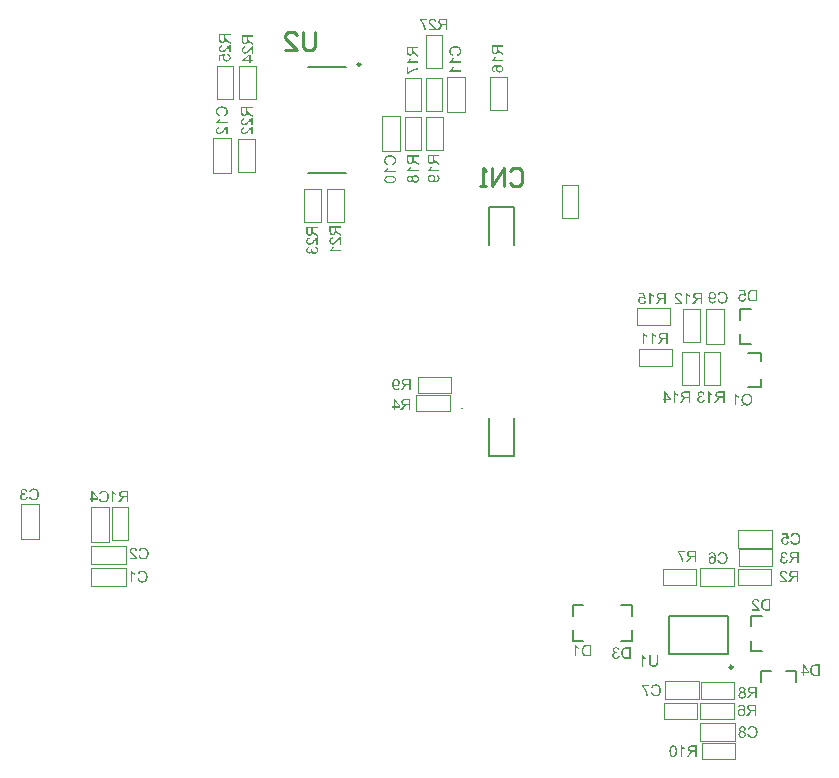
<source format=gbo>
G04*
G04 #@! TF.GenerationSoftware,Altium Limited,Altium Designer,21.4.1 (30)*
G04*
G04 Layer_Color=32896*
%FSLAX25Y25*%
%MOIN*%
G70*
G04*
G04 #@! TF.SameCoordinates,7338878B-8FB9-4C21-9998-F4A3E03E6E83*
G04*
G04*
G04 #@! TF.FilePolarity,Positive*
G04*
G01*
G75*
%ADD10C,0.00394*%
%ADD11C,0.00787*%
%ADD25C,0.01000*%
%ADD54C,0.00600*%
%ADD68C,0.00984*%
%ADD69C,0.00197*%
%ADD70C,0.00591*%
G36*
X-13555Y104323D02*
X-13461Y104317D01*
X-13372Y104301D01*
X-13289Y104284D01*
X-13211Y104262D01*
X-13139Y104240D01*
X-13072Y104212D01*
X-13011Y104184D01*
X-12956Y104157D01*
X-12912Y104129D01*
X-12873Y104107D01*
X-12839Y104084D01*
X-12812Y104068D01*
X-12795Y104051D01*
X-12784Y104046D01*
X-12778Y104040D01*
X-12723Y103984D01*
X-12673Y103923D01*
X-12623Y103857D01*
X-12584Y103790D01*
X-12517Y103657D01*
X-12473Y103524D01*
X-12456Y103463D01*
X-12440Y103402D01*
X-12429Y103352D01*
X-12417Y103307D01*
X-12412Y103269D01*
Y103241D01*
X-12406Y103224D01*
Y103219D01*
X-12889Y103169D01*
X-12900Y103296D01*
X-12923Y103407D01*
X-12956Y103507D01*
X-12995Y103585D01*
X-13028Y103651D01*
X-13061Y103696D01*
X-13083Y103724D01*
X-13095Y103735D01*
X-13178Y103801D01*
X-13267Y103851D01*
X-13361Y103890D01*
X-13444Y103912D01*
X-13522Y103929D01*
X-13589Y103935D01*
X-13611Y103940D01*
X-13644D01*
X-13761Y103935D01*
X-13866Y103912D01*
X-13955Y103879D01*
X-14033Y103846D01*
X-14094Y103807D01*
X-14132Y103779D01*
X-14160Y103757D01*
X-14171Y103746D01*
X-14238Y103668D01*
X-14288Y103591D01*
X-14327Y103513D01*
X-14349Y103435D01*
X-14366Y103374D01*
X-14371Y103319D01*
X-14377Y103285D01*
Y103280D01*
Y103274D01*
X-14366Y103174D01*
X-14343Y103069D01*
X-14305Y102974D01*
X-14266Y102886D01*
X-14221Y102813D01*
X-14183Y102752D01*
X-14171Y102730D01*
X-14160Y102714D01*
X-14149Y102708D01*
Y102702D01*
X-14105Y102641D01*
X-14049Y102580D01*
X-13988Y102514D01*
X-13922Y102447D01*
X-13783Y102314D01*
X-13644Y102181D01*
X-13572Y102120D01*
X-13511Y102064D01*
X-13450Y102014D01*
X-13400Y101970D01*
X-13361Y101937D01*
X-13328Y101909D01*
X-13306Y101892D01*
X-13300Y101887D01*
X-13161Y101770D01*
X-13034Y101659D01*
X-12928Y101559D01*
X-12845Y101476D01*
X-12773Y101404D01*
X-12723Y101354D01*
X-12695Y101321D01*
X-12684Y101315D01*
Y101309D01*
X-12606Y101215D01*
X-12545Y101126D01*
X-12490Y101038D01*
X-12445Y100960D01*
X-12412Y100893D01*
X-12390Y100843D01*
X-12379Y100810D01*
X-12373Y100804D01*
Y100799D01*
X-12351Y100738D01*
X-12340Y100682D01*
X-12329Y100627D01*
X-12323Y100577D01*
X-12318Y100532D01*
Y100499D01*
Y100477D01*
Y100471D01*
X-14865D01*
Y100926D01*
X-12973D01*
X-13039Y101021D01*
X-13072Y101060D01*
X-13100Y101099D01*
X-13128Y101132D01*
X-13150Y101154D01*
X-13167Y101171D01*
X-13172Y101176D01*
X-13200Y101204D01*
X-13233Y101232D01*
X-13311Y101304D01*
X-13400Y101387D01*
X-13494Y101470D01*
X-13583Y101542D01*
X-13622Y101576D01*
X-13655Y101609D01*
X-13683Y101631D01*
X-13705Y101648D01*
X-13716Y101659D01*
X-13722Y101665D01*
X-13811Y101742D01*
X-13899Y101814D01*
X-13977Y101887D01*
X-14049Y101948D01*
X-14116Y102009D01*
X-14171Y102064D01*
X-14227Y102114D01*
X-14271Y102159D01*
X-14316Y102203D01*
X-14349Y102236D01*
X-14377Y102264D01*
X-14404Y102292D01*
X-14432Y102325D01*
X-14443Y102336D01*
X-14521Y102430D01*
X-14588Y102514D01*
X-14643Y102597D01*
X-14687Y102664D01*
X-14721Y102725D01*
X-14743Y102769D01*
X-14754Y102797D01*
X-14760Y102808D01*
X-14793Y102891D01*
X-14815Y102974D01*
X-14837Y103052D01*
X-14848Y103119D01*
X-14854Y103180D01*
X-14860Y103224D01*
Y103252D01*
Y103263D01*
X-14854Y103346D01*
X-14843Y103424D01*
X-14832Y103502D01*
X-14810Y103568D01*
X-14754Y103701D01*
X-14699Y103807D01*
X-14665Y103857D01*
X-14638Y103896D01*
X-14610Y103935D01*
X-14582Y103962D01*
X-14560Y103984D01*
X-14549Y104007D01*
X-14538Y104012D01*
X-14532Y104018D01*
X-14471Y104073D01*
X-14404Y104123D01*
X-14332Y104162D01*
X-14260Y104195D01*
X-14116Y104251D01*
X-13972Y104290D01*
X-13911Y104301D01*
X-13849Y104312D01*
X-13794Y104317D01*
X-13749Y104323D01*
X-13711Y104329D01*
X-13655D01*
X-13555Y104323D01*
D02*
G37*
G36*
X-8710Y100471D02*
X-9221D01*
Y102175D01*
X-9876D01*
X-9937Y102170D01*
X-9981D01*
X-10020Y102164D01*
X-10048Y102159D01*
X-10070D01*
X-10081Y102153D01*
X-10086D01*
X-10175Y102125D01*
X-10214Y102109D01*
X-10248Y102092D01*
X-10281Y102075D01*
X-10303Y102064D01*
X-10314Y102059D01*
X-10320Y102053D01*
X-10364Y102020D01*
X-10408Y101981D01*
X-10492Y101898D01*
X-10531Y101859D01*
X-10558Y101826D01*
X-10575Y101803D01*
X-10581Y101798D01*
X-10636Y101720D01*
X-10697Y101637D01*
X-10758Y101548D01*
X-10819Y101465D01*
X-10869Y101387D01*
X-10908Y101326D01*
X-10925Y101304D01*
X-10936Y101287D01*
X-10947Y101276D01*
Y101271D01*
X-11452Y100471D01*
X-12085D01*
X-11424Y101515D01*
X-11346Y101626D01*
X-11274Y101726D01*
X-11202Y101809D01*
X-11141Y101887D01*
X-11086Y101942D01*
X-11041Y101987D01*
X-11013Y102014D01*
X-11002Y102025D01*
X-10958Y102059D01*
X-10908Y102097D01*
X-10808Y102159D01*
X-10764Y102181D01*
X-10730Y102203D01*
X-10708Y102214D01*
X-10697Y102220D01*
X-10797Y102236D01*
X-10891Y102253D01*
X-10975Y102281D01*
X-11058Y102303D01*
X-11130Y102331D01*
X-11197Y102364D01*
X-11258Y102392D01*
X-11313Y102419D01*
X-11357Y102453D01*
X-11402Y102480D01*
X-11435Y102503D01*
X-11463Y102525D01*
X-11485Y102541D01*
X-11502Y102558D01*
X-11507Y102564D01*
X-11513Y102569D01*
X-11557Y102625D01*
X-11602Y102680D01*
X-11668Y102797D01*
X-11713Y102913D01*
X-11746Y103024D01*
X-11768Y103119D01*
X-11774Y103158D01*
Y103196D01*
X-11779Y103224D01*
Y103246D01*
Y103258D01*
Y103263D01*
X-11774Y103380D01*
X-11757Y103485D01*
X-11729Y103585D01*
X-11702Y103668D01*
X-11668Y103740D01*
X-11646Y103796D01*
X-11624Y103829D01*
X-11618Y103835D01*
Y103840D01*
X-11552Y103929D01*
X-11485Y104007D01*
X-11413Y104073D01*
X-11346Y104123D01*
X-11285Y104162D01*
X-11235Y104184D01*
X-11202Y104201D01*
X-11197Y104207D01*
X-11191D01*
X-11141Y104223D01*
X-11080Y104240D01*
X-10958Y104268D01*
X-10825Y104284D01*
X-10703Y104301D01*
X-10586Y104306D01*
X-10536D01*
X-10492Y104312D01*
X-8710D01*
Y100471D01*
D02*
G37*
G36*
X-15404Y103807D02*
X-17285D01*
X-17152Y103646D01*
X-17024Y103474D01*
X-16913Y103307D01*
X-16808Y103147D01*
X-16763Y103074D01*
X-16724Y103008D01*
X-16686Y102947D01*
X-16658Y102897D01*
X-16636Y102852D01*
X-16619Y102825D01*
X-16608Y102802D01*
X-16602Y102797D01*
X-16491Y102575D01*
X-16391Y102353D01*
X-16308Y102142D01*
X-16275Y102048D01*
X-16241Y101953D01*
X-16208Y101870D01*
X-16186Y101792D01*
X-16164Y101726D01*
X-16147Y101670D01*
X-16130Y101620D01*
X-16119Y101587D01*
X-16114Y101565D01*
Y101559D01*
X-16058Y101332D01*
X-16036Y101221D01*
X-16019Y101121D01*
X-16003Y101026D01*
X-15986Y100932D01*
X-15975Y100854D01*
X-15964Y100777D01*
X-15958Y100710D01*
X-15953Y100649D01*
X-15947Y100593D01*
Y100549D01*
X-15942Y100516D01*
Y100494D01*
Y100477D01*
Y100471D01*
X-16425D01*
X-16441Y100682D01*
X-16469Y100876D01*
X-16497Y101054D01*
X-16513Y101137D01*
X-16530Y101215D01*
X-16541Y101282D01*
X-16558Y101343D01*
X-16569Y101398D01*
X-16580Y101443D01*
X-16591Y101476D01*
X-16597Y101504D01*
X-16602Y101520D01*
Y101526D01*
X-16686Y101781D01*
X-16774Y102020D01*
X-16819Y102136D01*
X-16863Y102247D01*
X-16913Y102347D01*
X-16958Y102447D01*
X-16996Y102536D01*
X-17035Y102614D01*
X-17068Y102680D01*
X-17096Y102741D01*
X-17124Y102791D01*
X-17141Y102825D01*
X-17152Y102847D01*
X-17157Y102852D01*
X-17224Y102969D01*
X-17290Y103085D01*
X-17357Y103191D01*
X-17424Y103291D01*
X-17485Y103380D01*
X-17546Y103468D01*
X-17607Y103546D01*
X-17657Y103613D01*
X-17707Y103679D01*
X-17751Y103735D01*
X-17796Y103779D01*
X-17829Y103818D01*
X-17851Y103851D01*
X-17873Y103874D01*
X-17884Y103885D01*
X-17890Y103890D01*
Y104262D01*
X-15404D01*
Y103807D01*
D02*
G37*
G36*
X-81005Y98693D02*
X-82709D01*
Y98038D01*
X-82703Y97977D01*
Y97933D01*
X-82697Y97894D01*
X-82692Y97866D01*
Y97844D01*
X-82686Y97833D01*
Y97827D01*
X-82659Y97738D01*
X-82642Y97700D01*
X-82625Y97666D01*
X-82609Y97633D01*
X-82598Y97611D01*
X-82592Y97600D01*
X-82586Y97594D01*
X-82553Y97550D01*
X-82514Y97505D01*
X-82431Y97422D01*
X-82392Y97383D01*
X-82359Y97356D01*
X-82337Y97339D01*
X-82331Y97333D01*
X-82253Y97278D01*
X-82170Y97217D01*
X-82081Y97156D01*
X-81998Y97095D01*
X-81920Y97045D01*
X-81859Y97006D01*
X-81837Y96989D01*
X-81820Y96978D01*
X-81809Y96967D01*
X-81804D01*
X-81005Y96462D01*
Y95829D01*
X-82048Y96490D01*
X-82159Y96567D01*
X-82259Y96640D01*
X-82342Y96712D01*
X-82420Y96773D01*
X-82475Y96828D01*
X-82520Y96873D01*
X-82548Y96900D01*
X-82559Y96912D01*
X-82592Y96956D01*
X-82631Y97006D01*
X-82692Y97106D01*
X-82714Y97150D01*
X-82736Y97184D01*
X-82747Y97206D01*
X-82753Y97217D01*
X-82770Y97117D01*
X-82786Y97023D01*
X-82814Y96939D01*
X-82836Y96856D01*
X-82864Y96784D01*
X-82897Y96717D01*
X-82925Y96656D01*
X-82953Y96601D01*
X-82986Y96556D01*
X-83014Y96512D01*
X-83036Y96479D01*
X-83058Y96451D01*
X-83075Y96429D01*
X-83091Y96412D01*
X-83097Y96407D01*
X-83103Y96401D01*
X-83158Y96357D01*
X-83214Y96312D01*
X-83330Y96246D01*
X-83447Y96201D01*
X-83558Y96168D01*
X-83652Y96146D01*
X-83691Y96140D01*
X-83730D01*
X-83758Y96135D01*
X-83780D01*
X-83791D01*
X-83796D01*
X-83913Y96140D01*
X-84018Y96157D01*
X-84118Y96184D01*
X-84202Y96212D01*
X-84274Y96246D01*
X-84329Y96268D01*
X-84362Y96290D01*
X-84368Y96295D01*
X-84373D01*
X-84462Y96362D01*
X-84540Y96429D01*
X-84607Y96501D01*
X-84657Y96567D01*
X-84695Y96628D01*
X-84718Y96679D01*
X-84734Y96712D01*
X-84740Y96717D01*
Y96723D01*
X-84756Y96773D01*
X-84773Y96834D01*
X-84801Y96956D01*
X-84817Y97089D01*
X-84834Y97211D01*
X-84840Y97328D01*
Y97378D01*
X-84845Y97422D01*
Y99204D01*
X-81005D01*
Y98693D01*
D02*
G37*
G36*
Y93049D02*
X-81460D01*
Y94941D01*
X-81554Y94875D01*
X-81593Y94841D01*
X-81632Y94814D01*
X-81665Y94786D01*
X-81687Y94764D01*
X-81704Y94747D01*
X-81709Y94741D01*
X-81737Y94714D01*
X-81765Y94681D01*
X-81837Y94603D01*
X-81920Y94514D01*
X-82004Y94420D01*
X-82076Y94331D01*
X-82109Y94292D01*
X-82142Y94259D01*
X-82165Y94231D01*
X-82181Y94209D01*
X-82192Y94198D01*
X-82198Y94192D01*
X-82276Y94103D01*
X-82348Y94015D01*
X-82420Y93937D01*
X-82481Y93865D01*
X-82542Y93798D01*
X-82598Y93743D01*
X-82648Y93687D01*
X-82692Y93643D01*
X-82736Y93598D01*
X-82770Y93565D01*
X-82797Y93537D01*
X-82825Y93509D01*
X-82858Y93482D01*
X-82869Y93471D01*
X-82964Y93393D01*
X-83047Y93326D01*
X-83130Y93271D01*
X-83197Y93226D01*
X-83258Y93193D01*
X-83302Y93171D01*
X-83330Y93160D01*
X-83341Y93154D01*
X-83425Y93121D01*
X-83508Y93099D01*
X-83585Y93076D01*
X-83652Y93065D01*
X-83713Y93060D01*
X-83758Y93054D01*
X-83785D01*
X-83796D01*
X-83880Y93060D01*
X-83957Y93071D01*
X-84035Y93082D01*
X-84102Y93104D01*
X-84235Y93160D01*
X-84340Y93215D01*
X-84390Y93249D01*
X-84429Y93276D01*
X-84468Y93304D01*
X-84496Y93332D01*
X-84518Y93354D01*
X-84540Y93365D01*
X-84546Y93376D01*
X-84551Y93382D01*
X-84607Y93443D01*
X-84657Y93509D01*
X-84695Y93582D01*
X-84729Y93654D01*
X-84784Y93798D01*
X-84823Y93942D01*
X-84834Y94003D01*
X-84845Y94064D01*
X-84851Y94120D01*
X-84856Y94164D01*
X-84862Y94203D01*
Y94259D01*
X-84856Y94359D01*
X-84851Y94453D01*
X-84834Y94542D01*
X-84817Y94625D01*
X-84795Y94703D01*
X-84773Y94775D01*
X-84745Y94841D01*
X-84718Y94902D01*
X-84690Y94958D01*
X-84662Y95002D01*
X-84640Y95041D01*
X-84618Y95074D01*
X-84601Y95102D01*
X-84584Y95119D01*
X-84579Y95130D01*
X-84573Y95136D01*
X-84518Y95191D01*
X-84457Y95241D01*
X-84390Y95291D01*
X-84324Y95330D01*
X-84190Y95396D01*
X-84057Y95441D01*
X-83996Y95458D01*
X-83935Y95474D01*
X-83885Y95485D01*
X-83841Y95496D01*
X-83802Y95502D01*
X-83774D01*
X-83758Y95507D01*
X-83752D01*
X-83702Y95025D01*
X-83830Y95013D01*
X-83941Y94991D01*
X-84040Y94958D01*
X-84118Y94919D01*
X-84185Y94886D01*
X-84229Y94853D01*
X-84257Y94830D01*
X-84268Y94819D01*
X-84335Y94736D01*
X-84385Y94647D01*
X-84424Y94553D01*
X-84446Y94470D01*
X-84462Y94392D01*
X-84468Y94325D01*
X-84473Y94303D01*
Y94270D01*
X-84468Y94153D01*
X-84446Y94048D01*
X-84412Y93959D01*
X-84379Y93881D01*
X-84340Y93820D01*
X-84312Y93781D01*
X-84290Y93754D01*
X-84279Y93743D01*
X-84202Y93676D01*
X-84124Y93626D01*
X-84046Y93587D01*
X-83968Y93565D01*
X-83907Y93548D01*
X-83852Y93543D01*
X-83819Y93537D01*
X-83813D01*
X-83807D01*
X-83707Y93548D01*
X-83602Y93571D01*
X-83508Y93609D01*
X-83419Y93648D01*
X-83347Y93693D01*
X-83286Y93731D01*
X-83263Y93743D01*
X-83247Y93754D01*
X-83241Y93765D01*
X-83236D01*
X-83175Y93809D01*
X-83114Y93865D01*
X-83047Y93926D01*
X-82981Y93992D01*
X-82847Y94131D01*
X-82714Y94270D01*
X-82653Y94342D01*
X-82598Y94403D01*
X-82548Y94464D01*
X-82503Y94514D01*
X-82470Y94553D01*
X-82442Y94586D01*
X-82425Y94608D01*
X-82420Y94614D01*
X-82303Y94753D01*
X-82192Y94880D01*
X-82092Y94986D01*
X-82009Y95069D01*
X-81937Y95141D01*
X-81887Y95191D01*
X-81854Y95219D01*
X-81848Y95230D01*
X-81843D01*
X-81748Y95308D01*
X-81660Y95369D01*
X-81571Y95424D01*
X-81493Y95469D01*
X-81427Y95502D01*
X-81376Y95524D01*
X-81343Y95535D01*
X-81338Y95541D01*
X-81332D01*
X-81271Y95563D01*
X-81216Y95574D01*
X-81160Y95585D01*
X-81110Y95591D01*
X-81066Y95596D01*
X-81032D01*
X-81010D01*
X-81005D01*
Y93049D01*
D02*
G37*
G36*
X-81920Y92533D02*
X-81837Y92516D01*
X-81682Y92466D01*
X-81549Y92405D01*
X-81488Y92372D01*
X-81438Y92338D01*
X-81388Y92311D01*
X-81343Y92277D01*
X-81310Y92250D01*
X-81282Y92222D01*
X-81260Y92200D01*
X-81238Y92189D01*
X-81232Y92177D01*
X-81227Y92172D01*
X-81177Y92105D01*
X-81132Y92039D01*
X-81094Y91966D01*
X-81060Y91894D01*
X-81010Y91756D01*
X-80977Y91617D01*
X-80960Y91556D01*
X-80955Y91495D01*
X-80949Y91445D01*
X-80944Y91400D01*
X-80938Y91362D01*
Y91312D01*
X-80944Y91195D01*
X-80960Y91084D01*
X-80983Y90979D01*
X-81010Y90884D01*
X-81049Y90795D01*
X-81088Y90712D01*
X-81127Y90635D01*
X-81171Y90568D01*
X-81216Y90507D01*
X-81254Y90451D01*
X-81299Y90407D01*
X-81332Y90368D01*
X-81360Y90340D01*
X-81382Y90318D01*
X-81399Y90307D01*
X-81404Y90302D01*
X-81476Y90246D01*
X-81554Y90202D01*
X-81626Y90157D01*
X-81704Y90124D01*
X-81854Y90068D01*
X-81998Y90035D01*
X-82059Y90024D01*
X-82120Y90013D01*
X-82170Y90007D01*
X-82215Y90002D01*
X-82253Y89996D01*
X-82281D01*
X-82298D01*
X-82303D01*
X-82403Y90002D01*
X-82498Y90013D01*
X-82592Y90030D01*
X-82675Y90052D01*
X-82753Y90079D01*
X-82831Y90107D01*
X-82897Y90141D01*
X-82958Y90168D01*
X-83014Y90202D01*
X-83064Y90235D01*
X-83103Y90263D01*
X-83141Y90290D01*
X-83169Y90313D01*
X-83186Y90329D01*
X-83197Y90340D01*
X-83202Y90346D01*
X-83263Y90412D01*
X-83319Y90479D01*
X-83363Y90551D01*
X-83402Y90623D01*
X-83441Y90696D01*
X-83469Y90768D01*
X-83508Y90901D01*
X-83524Y90962D01*
X-83535Y91018D01*
X-83541Y91067D01*
X-83547Y91112D01*
X-83552Y91145D01*
Y91267D01*
X-83541Y91334D01*
X-83513Y91467D01*
X-83474Y91589D01*
X-83430Y91700D01*
X-83386Y91789D01*
X-83363Y91828D01*
X-83347Y91861D01*
X-83330Y91889D01*
X-83319Y91905D01*
X-83314Y91917D01*
X-83308Y91922D01*
X-84346Y91717D01*
Y90179D01*
X-84795D01*
Y92089D01*
X-82819Y92461D01*
X-82758Y92017D01*
X-82819Y91978D01*
X-82869Y91928D01*
X-82919Y91883D01*
X-82958Y91839D01*
X-82986Y91795D01*
X-83014Y91761D01*
X-83025Y91739D01*
X-83030Y91733D01*
X-83064Y91661D01*
X-83091Y91589D01*
X-83108Y91523D01*
X-83125Y91456D01*
X-83130Y91400D01*
X-83136Y91356D01*
Y91251D01*
X-83125Y91184D01*
X-83097Y91067D01*
X-83058Y90968D01*
X-83019Y90879D01*
X-82975Y90812D01*
X-82936Y90762D01*
X-82908Y90734D01*
X-82903Y90723D01*
X-82897D01*
X-82803Y90646D01*
X-82703Y90590D01*
X-82598Y90551D01*
X-82492Y90523D01*
X-82403Y90507D01*
X-82364Y90501D01*
X-82331D01*
X-82303Y90496D01*
X-82281D01*
X-82270D01*
X-82265D01*
X-82187D01*
X-82115Y90507D01*
X-81976Y90535D01*
X-81859Y90574D01*
X-81765Y90612D01*
X-81687Y90657D01*
X-81626Y90696D01*
X-81610Y90712D01*
X-81593Y90723D01*
X-81587Y90729D01*
X-81582Y90734D01*
X-81537Y90779D01*
X-81499Y90823D01*
X-81432Y90923D01*
X-81388Y91018D01*
X-81360Y91112D01*
X-81338Y91189D01*
X-81332Y91256D01*
X-81327Y91278D01*
Y91312D01*
X-81332Y91417D01*
X-81354Y91511D01*
X-81382Y91595D01*
X-81415Y91661D01*
X-81449Y91722D01*
X-81476Y91767D01*
X-81499Y91789D01*
X-81504Y91800D01*
X-81582Y91867D01*
X-81665Y91922D01*
X-81760Y91966D01*
X-81843Y92000D01*
X-81926Y92022D01*
X-81987Y92039D01*
X-82015Y92044D01*
X-82031Y92050D01*
X-82042D01*
X-82048D01*
X-82009Y92544D01*
X-81920Y92533D01*
D02*
G37*
G36*
X-73371Y98271D02*
X-75075D01*
Y97616D01*
X-75070Y97555D01*
Y97511D01*
X-75064Y97472D01*
X-75059Y97444D01*
Y97422D01*
X-75053Y97411D01*
Y97405D01*
X-75025Y97316D01*
X-75009Y97277D01*
X-74992Y97244D01*
X-74975Y97211D01*
X-74964Y97189D01*
X-74959Y97178D01*
X-74953Y97172D01*
X-74920Y97128D01*
X-74881Y97083D01*
X-74798Y97000D01*
X-74759Y96961D01*
X-74726Y96933D01*
X-74703Y96917D01*
X-74698Y96911D01*
X-74620Y96856D01*
X-74537Y96795D01*
X-74448Y96734D01*
X-74365Y96672D01*
X-74287Y96623D01*
X-74226Y96584D01*
X-74204Y96567D01*
X-74187Y96556D01*
X-74176Y96545D01*
X-74171D01*
X-73371Y96040D01*
Y95407D01*
X-74415Y96068D01*
X-74526Y96145D01*
X-74626Y96217D01*
X-74709Y96290D01*
X-74787Y96351D01*
X-74842Y96406D01*
X-74887Y96451D01*
X-74914Y96478D01*
X-74925Y96489D01*
X-74959Y96534D01*
X-74998Y96584D01*
X-75059Y96684D01*
X-75081Y96728D01*
X-75103Y96761D01*
X-75114Y96784D01*
X-75120Y96795D01*
X-75136Y96695D01*
X-75153Y96600D01*
X-75181Y96517D01*
X-75203Y96434D01*
X-75231Y96362D01*
X-75264Y96295D01*
X-75292Y96234D01*
X-75319Y96179D01*
X-75353Y96134D01*
X-75380Y96090D01*
X-75403Y96056D01*
X-75425Y96029D01*
X-75441Y96007D01*
X-75458Y95990D01*
X-75464Y95984D01*
X-75469Y95979D01*
X-75525Y95934D01*
X-75580Y95890D01*
X-75697Y95823D01*
X-75813Y95779D01*
X-75924Y95746D01*
X-76019Y95723D01*
X-76058Y95718D01*
X-76096D01*
X-76124Y95712D01*
X-76146D01*
X-76157D01*
X-76163D01*
X-76280Y95718D01*
X-76385Y95735D01*
X-76485Y95762D01*
X-76568Y95790D01*
X-76640Y95823D01*
X-76696Y95846D01*
X-76729Y95868D01*
X-76735Y95873D01*
X-76740D01*
X-76829Y95940D01*
X-76907Y96007D01*
X-76973Y96079D01*
X-77023Y96145D01*
X-77062Y96206D01*
X-77084Y96256D01*
X-77101Y96290D01*
X-77106Y96295D01*
Y96301D01*
X-77123Y96351D01*
X-77140Y96412D01*
X-77168Y96534D01*
X-77184Y96667D01*
X-77201Y96789D01*
X-77206Y96906D01*
Y96956D01*
X-77212Y97000D01*
Y98782D01*
X-73371D01*
Y98271D01*
D02*
G37*
G36*
Y92627D02*
X-73826D01*
Y94519D01*
X-73921Y94453D01*
X-73960Y94419D01*
X-73998Y94392D01*
X-74032Y94364D01*
X-74054Y94341D01*
X-74071Y94325D01*
X-74076Y94319D01*
X-74104Y94292D01*
X-74132Y94258D01*
X-74204Y94181D01*
X-74287Y94092D01*
X-74370Y93997D01*
X-74442Y93909D01*
X-74476Y93870D01*
X-74509Y93836D01*
X-74531Y93809D01*
X-74548Y93787D01*
X-74559Y93775D01*
X-74565Y93770D01*
X-74642Y93681D01*
X-74714Y93592D01*
X-74787Y93515D01*
X-74848Y93442D01*
X-74909Y93376D01*
X-74964Y93320D01*
X-75014Y93265D01*
X-75059Y93220D01*
X-75103Y93176D01*
X-75136Y93143D01*
X-75164Y93115D01*
X-75192Y93087D01*
X-75225Y93059D01*
X-75236Y93048D01*
X-75331Y92971D01*
X-75414Y92904D01*
X-75497Y92849D01*
X-75564Y92804D01*
X-75625Y92771D01*
X-75669Y92749D01*
X-75697Y92738D01*
X-75708Y92732D01*
X-75791Y92699D01*
X-75874Y92677D01*
X-75952Y92654D01*
X-76019Y92643D01*
X-76080Y92638D01*
X-76124Y92632D01*
X-76152D01*
X-76163D01*
X-76246Y92638D01*
X-76324Y92649D01*
X-76402Y92660D01*
X-76468Y92682D01*
X-76601Y92738D01*
X-76707Y92793D01*
X-76757Y92826D01*
X-76796Y92854D01*
X-76835Y92882D01*
X-76862Y92910D01*
X-76885Y92932D01*
X-76907Y92943D01*
X-76912Y92954D01*
X-76918Y92960D01*
X-76973Y93021D01*
X-77023Y93087D01*
X-77062Y93159D01*
X-77095Y93231D01*
X-77151Y93376D01*
X-77190Y93520D01*
X-77201Y93581D01*
X-77212Y93642D01*
X-77218Y93698D01*
X-77223Y93742D01*
X-77229Y93781D01*
Y93836D01*
X-77223Y93936D01*
X-77218Y94031D01*
X-77201Y94120D01*
X-77184Y94203D01*
X-77162Y94280D01*
X-77140Y94353D01*
X-77112Y94419D01*
X-77084Y94480D01*
X-77057Y94536D01*
X-77029Y94580D01*
X-77007Y94619D01*
X-76984Y94652D01*
X-76968Y94680D01*
X-76951Y94697D01*
X-76946Y94708D01*
X-76940Y94713D01*
X-76885Y94769D01*
X-76824Y94819D01*
X-76757Y94869D01*
X-76690Y94908D01*
X-76557Y94974D01*
X-76424Y95019D01*
X-76363Y95035D01*
X-76302Y95052D01*
X-76252Y95063D01*
X-76207Y95074D01*
X-76169Y95080D01*
X-76141D01*
X-76124Y95085D01*
X-76119D01*
X-76069Y94602D01*
X-76196Y94591D01*
X-76307Y94569D01*
X-76407Y94536D01*
X-76485Y94497D01*
X-76552Y94464D01*
X-76596Y94430D01*
X-76624Y94408D01*
X-76635Y94397D01*
X-76701Y94314D01*
X-76751Y94225D01*
X-76790Y94131D01*
X-76812Y94047D01*
X-76829Y93970D01*
X-76835Y93903D01*
X-76840Y93881D01*
Y93848D01*
X-76835Y93731D01*
X-76812Y93626D01*
X-76779Y93537D01*
X-76746Y93459D01*
X-76707Y93398D01*
X-76679Y93359D01*
X-76657Y93331D01*
X-76646Y93320D01*
X-76568Y93254D01*
X-76490Y93204D01*
X-76413Y93165D01*
X-76335Y93143D01*
X-76274Y93126D01*
X-76218Y93120D01*
X-76185Y93115D01*
X-76180D01*
X-76174D01*
X-76074Y93126D01*
X-75969Y93148D01*
X-75874Y93187D01*
X-75786Y93226D01*
X-75713Y93270D01*
X-75652Y93309D01*
X-75630Y93320D01*
X-75614Y93331D01*
X-75608Y93343D01*
X-75603D01*
X-75541Y93387D01*
X-75480Y93442D01*
X-75414Y93503D01*
X-75347Y93570D01*
X-75214Y93709D01*
X-75081Y93848D01*
X-75020Y93920D01*
X-74964Y93981D01*
X-74914Y94042D01*
X-74870Y94092D01*
X-74837Y94131D01*
X-74809Y94164D01*
X-74792Y94186D01*
X-74787Y94192D01*
X-74670Y94330D01*
X-74559Y94458D01*
X-74459Y94564D01*
X-74376Y94647D01*
X-74304Y94719D01*
X-74254Y94769D01*
X-74221Y94797D01*
X-74215Y94808D01*
X-74209D01*
X-74115Y94885D01*
X-74026Y94946D01*
X-73937Y95002D01*
X-73860Y95046D01*
X-73793Y95080D01*
X-73743Y95102D01*
X-73710Y95113D01*
X-73704Y95118D01*
X-73699D01*
X-73638Y95141D01*
X-73582Y95152D01*
X-73527Y95163D01*
X-73477Y95169D01*
X-73432Y95174D01*
X-73399D01*
X-73377D01*
X-73371D01*
Y92627D01*
D02*
G37*
G36*
X-74293Y90612D02*
X-73371D01*
Y90140D01*
X-74293D01*
Y89618D01*
X-74726D01*
Y90140D01*
X-77212D01*
Y90523D01*
X-74726Y92282D01*
X-74293D01*
Y90612D01*
D02*
G37*
G36*
X-51905Y34479D02*
X-53609D01*
Y33824D01*
X-53603Y33763D01*
Y33719D01*
X-53597Y33680D01*
X-53592Y33652D01*
Y33630D01*
X-53586Y33619D01*
Y33613D01*
X-53559Y33525D01*
X-53542Y33486D01*
X-53525Y33452D01*
X-53509Y33419D01*
X-53497Y33397D01*
X-53492Y33386D01*
X-53486Y33380D01*
X-53453Y33336D01*
X-53414Y33292D01*
X-53331Y33208D01*
X-53292Y33169D01*
X-53259Y33142D01*
X-53237Y33125D01*
X-53231Y33119D01*
X-53153Y33064D01*
X-53070Y33003D01*
X-52981Y32942D01*
X-52898Y32881D01*
X-52820Y32831D01*
X-52759Y32792D01*
X-52737Y32775D01*
X-52720Y32764D01*
X-52709Y32753D01*
X-52704D01*
X-51905Y32248D01*
Y31615D01*
X-52948Y32276D01*
X-53059Y32354D01*
X-53159Y32426D01*
X-53242Y32498D01*
X-53320Y32559D01*
X-53375Y32614D01*
X-53420Y32659D01*
X-53448Y32687D01*
X-53459Y32698D01*
X-53492Y32742D01*
X-53531Y32792D01*
X-53592Y32892D01*
X-53614Y32936D01*
X-53636Y32970D01*
X-53647Y32992D01*
X-53653Y33003D01*
X-53670Y32903D01*
X-53686Y32809D01*
X-53714Y32726D01*
X-53736Y32642D01*
X-53764Y32570D01*
X-53797Y32503D01*
X-53825Y32442D01*
X-53853Y32387D01*
X-53886Y32342D01*
X-53914Y32298D01*
X-53936Y32265D01*
X-53958Y32237D01*
X-53975Y32215D01*
X-53992Y32198D01*
X-53997Y32193D01*
X-54003Y32187D01*
X-54058Y32143D01*
X-54114Y32098D01*
X-54230Y32032D01*
X-54347Y31987D01*
X-54458Y31954D01*
X-54552Y31932D01*
X-54591Y31926D01*
X-54630D01*
X-54658Y31921D01*
X-54680D01*
X-54691D01*
X-54696D01*
X-54813Y31926D01*
X-54918Y31943D01*
X-55018Y31971D01*
X-55102Y31998D01*
X-55174Y32032D01*
X-55229Y32054D01*
X-55262Y32076D01*
X-55268Y32082D01*
X-55273D01*
X-55362Y32148D01*
X-55440Y32215D01*
X-55507Y32287D01*
X-55557Y32354D01*
X-55595Y32415D01*
X-55618Y32465D01*
X-55634Y32498D01*
X-55640Y32503D01*
Y32509D01*
X-55656Y32559D01*
X-55673Y32620D01*
X-55701Y32742D01*
X-55717Y32875D01*
X-55734Y32997D01*
X-55740Y33114D01*
Y33164D01*
X-55745Y33208D01*
Y34990D01*
X-51905D01*
Y34479D01*
D02*
G37*
G36*
Y28835D02*
X-52360D01*
Y30727D01*
X-52454Y30661D01*
X-52493Y30628D01*
X-52532Y30600D01*
X-52565Y30572D01*
X-52587Y30550D01*
X-52604Y30533D01*
X-52609Y30528D01*
X-52637Y30500D01*
X-52665Y30467D01*
X-52737Y30389D01*
X-52820Y30300D01*
X-52904Y30206D01*
X-52976Y30117D01*
X-53009Y30078D01*
X-53042Y30045D01*
X-53065Y30017D01*
X-53081Y29995D01*
X-53092Y29984D01*
X-53098Y29978D01*
X-53176Y29889D01*
X-53248Y29801D01*
X-53320Y29723D01*
X-53381Y29651D01*
X-53442Y29584D01*
X-53497Y29529D01*
X-53548Y29473D01*
X-53592Y29429D01*
X-53636Y29384D01*
X-53670Y29351D01*
X-53697Y29323D01*
X-53725Y29296D01*
X-53758Y29268D01*
X-53769Y29257D01*
X-53864Y29179D01*
X-53947Y29112D01*
X-54030Y29057D01*
X-54097Y29013D01*
X-54158Y28979D01*
X-54202Y28957D01*
X-54230Y28946D01*
X-54241Y28940D01*
X-54325Y28907D01*
X-54408Y28885D01*
X-54485Y28863D01*
X-54552Y28852D01*
X-54613Y28846D01*
X-54658Y28840D01*
X-54685D01*
X-54696D01*
X-54780Y28846D01*
X-54857Y28857D01*
X-54935Y28868D01*
X-55002Y28890D01*
X-55135Y28946D01*
X-55240Y29001D01*
X-55290Y29035D01*
X-55329Y29063D01*
X-55368Y29090D01*
X-55396Y29118D01*
X-55418Y29140D01*
X-55440Y29151D01*
X-55446Y29162D01*
X-55451Y29168D01*
X-55507Y29229D01*
X-55557Y29296D01*
X-55595Y29368D01*
X-55629Y29440D01*
X-55684Y29584D01*
X-55723Y29728D01*
X-55734Y29790D01*
X-55745Y29851D01*
X-55751Y29906D01*
X-55756Y29950D01*
X-55762Y29989D01*
Y30045D01*
X-55756Y30145D01*
X-55751Y30239D01*
X-55734Y30328D01*
X-55717Y30411D01*
X-55695Y30489D01*
X-55673Y30561D01*
X-55645Y30628D01*
X-55618Y30689D01*
X-55590Y30744D01*
X-55562Y30788D01*
X-55540Y30827D01*
X-55518Y30861D01*
X-55501Y30888D01*
X-55484Y30905D01*
X-55479Y30916D01*
X-55473Y30922D01*
X-55418Y30977D01*
X-55357Y31027D01*
X-55290Y31077D01*
X-55224Y31116D01*
X-55090Y31183D01*
X-54957Y31227D01*
X-54896Y31244D01*
X-54835Y31260D01*
X-54785Y31271D01*
X-54741Y31282D01*
X-54702Y31288D01*
X-54674D01*
X-54658Y31293D01*
X-54652D01*
X-54602Y30811D01*
X-54730Y30800D01*
X-54841Y30777D01*
X-54940Y30744D01*
X-55018Y30705D01*
X-55085Y30672D01*
X-55129Y30639D01*
X-55157Y30616D01*
X-55168Y30605D01*
X-55235Y30522D01*
X-55285Y30433D01*
X-55323Y30339D01*
X-55346Y30256D01*
X-55362Y30178D01*
X-55368Y30111D01*
X-55373Y30089D01*
Y30056D01*
X-55368Y29939D01*
X-55346Y29834D01*
X-55312Y29745D01*
X-55279Y29667D01*
X-55240Y29606D01*
X-55212Y29568D01*
X-55190Y29540D01*
X-55179Y29529D01*
X-55102Y29462D01*
X-55024Y29412D01*
X-54946Y29373D01*
X-54868Y29351D01*
X-54807Y29334D01*
X-54752Y29329D01*
X-54719Y29323D01*
X-54713D01*
X-54707D01*
X-54607Y29334D01*
X-54502Y29357D01*
X-54408Y29395D01*
X-54319Y29434D01*
X-54247Y29479D01*
X-54186Y29517D01*
X-54163Y29529D01*
X-54147Y29540D01*
X-54141Y29551D01*
X-54136D01*
X-54075Y29595D01*
X-54014Y29651D01*
X-53947Y29712D01*
X-53881Y29778D01*
X-53747Y29917D01*
X-53614Y30056D01*
X-53553Y30128D01*
X-53497Y30189D01*
X-53448Y30250D01*
X-53403Y30300D01*
X-53370Y30339D01*
X-53342Y30372D01*
X-53325Y30395D01*
X-53320Y30400D01*
X-53203Y30539D01*
X-53092Y30666D01*
X-52992Y30772D01*
X-52909Y30855D01*
X-52837Y30927D01*
X-52787Y30977D01*
X-52754Y31005D01*
X-52748Y31016D01*
X-52743D01*
X-52648Y31094D01*
X-52560Y31155D01*
X-52471Y31210D01*
X-52393Y31255D01*
X-52327Y31288D01*
X-52276Y31310D01*
X-52243Y31321D01*
X-52238Y31327D01*
X-52232D01*
X-52171Y31349D01*
X-52116Y31360D01*
X-52060Y31371D01*
X-52010Y31377D01*
X-51966Y31382D01*
X-51932D01*
X-51910D01*
X-51905D01*
Y28835D01*
D02*
G37*
G36*
X-52832Y28313D02*
X-52748Y28297D01*
X-52593Y28247D01*
X-52460Y28186D01*
X-52404Y28152D01*
X-52349Y28119D01*
X-52299Y28086D01*
X-52260Y28052D01*
X-52221Y28025D01*
X-52193Y27997D01*
X-52171Y27980D01*
X-52154Y27964D01*
X-52143Y27952D01*
X-52138Y27947D01*
X-52088Y27880D01*
X-52038Y27814D01*
X-51999Y27747D01*
X-51966Y27675D01*
X-51910Y27536D01*
X-51877Y27403D01*
X-51866Y27342D01*
X-51855Y27286D01*
X-51849Y27237D01*
X-51844Y27192D01*
X-51838Y27159D01*
Y27109D01*
X-51844Y27003D01*
X-51855Y26909D01*
X-51871Y26815D01*
X-51894Y26726D01*
X-51921Y26643D01*
X-51949Y26570D01*
X-51982Y26498D01*
X-52016Y26437D01*
X-52043Y26376D01*
X-52077Y26326D01*
X-52105Y26282D01*
X-52132Y26249D01*
X-52154Y26221D01*
X-52171Y26199D01*
X-52182Y26188D01*
X-52188Y26182D01*
X-52254Y26115D01*
X-52327Y26060D01*
X-52399Y26010D01*
X-52471Y25966D01*
X-52537Y25932D01*
X-52609Y25899D01*
X-52743Y25855D01*
X-52804Y25844D01*
X-52859Y25832D01*
X-52909Y25821D01*
X-52954Y25816D01*
X-52987Y25810D01*
X-53015D01*
X-53031D01*
X-53037D01*
X-53170Y25816D01*
X-53292Y25838D01*
X-53398Y25871D01*
X-53486Y25905D01*
X-53559Y25938D01*
X-53614Y25971D01*
X-53647Y25993D01*
X-53658Y25999D01*
X-53742Y26076D01*
X-53814Y26160D01*
X-53869Y26249D01*
X-53914Y26337D01*
X-53947Y26415D01*
X-53969Y26476D01*
X-53975Y26498D01*
X-53980Y26515D01*
X-53986Y26526D01*
Y26532D01*
X-54036Y26437D01*
X-54086Y26360D01*
X-54141Y26293D01*
X-54191Y26237D01*
X-54236Y26193D01*
X-54274Y26160D01*
X-54297Y26143D01*
X-54308Y26138D01*
X-54386Y26093D01*
X-54463Y26060D01*
X-54541Y26032D01*
X-54613Y26015D01*
X-54674Y26004D01*
X-54719Y25999D01*
X-54752D01*
X-54763D01*
X-54857Y26004D01*
X-54952Y26021D01*
X-55035Y26043D01*
X-55107Y26071D01*
X-55168Y26099D01*
X-55218Y26121D01*
X-55246Y26138D01*
X-55257Y26143D01*
X-55340Y26199D01*
X-55412Y26265D01*
X-55473Y26332D01*
X-55529Y26399D01*
X-55568Y26454D01*
X-55601Y26504D01*
X-55618Y26537D01*
X-55623Y26543D01*
Y26548D01*
X-55668Y26648D01*
X-55701Y26748D01*
X-55729Y26848D01*
X-55745Y26937D01*
X-55756Y27009D01*
X-55762Y27070D01*
Y27209D01*
X-55751Y27286D01*
X-55723Y27436D01*
X-55679Y27564D01*
X-55634Y27675D01*
X-55607Y27725D01*
X-55584Y27764D01*
X-55562Y27803D01*
X-55540Y27830D01*
X-55523Y27853D01*
X-55512Y27869D01*
X-55507Y27880D01*
X-55501Y27886D01*
X-55396Y27991D01*
X-55279Y28074D01*
X-55157Y28141D01*
X-55035Y28197D01*
X-54929Y28230D01*
X-54885Y28247D01*
X-54846Y28258D01*
X-54813Y28263D01*
X-54791Y28269D01*
X-54774Y28274D01*
X-54769D01*
X-54685Y27803D01*
X-54807Y27780D01*
X-54913Y27747D01*
X-55002Y27708D01*
X-55074Y27669D01*
X-55129Y27630D01*
X-55168Y27597D01*
X-55196Y27575D01*
X-55201Y27569D01*
X-55257Y27497D01*
X-55301Y27420D01*
X-55329Y27347D01*
X-55351Y27275D01*
X-55362Y27209D01*
X-55373Y27159D01*
Y27114D01*
X-55368Y27014D01*
X-55346Y26926D01*
X-55318Y26848D01*
X-55290Y26781D01*
X-55257Y26732D01*
X-55229Y26693D01*
X-55207Y26665D01*
X-55201Y26659D01*
X-55135Y26598D01*
X-55063Y26554D01*
X-54991Y26526D01*
X-54924Y26504D01*
X-54863Y26493D01*
X-54818Y26482D01*
X-54785D01*
X-54780D01*
X-54774D01*
X-54713D01*
X-54658Y26493D01*
X-54563Y26520D01*
X-54480Y26559D01*
X-54408Y26604D01*
X-54358Y26648D01*
X-54319Y26687D01*
X-54297Y26715D01*
X-54291Y26720D01*
Y26726D01*
X-54241Y26820D01*
X-54202Y26909D01*
X-54175Y27003D01*
X-54158Y27087D01*
X-54147Y27159D01*
X-54136Y27220D01*
Y27292D01*
X-54141Y27314D01*
Y27342D01*
X-53725Y27397D01*
X-53742Y27325D01*
X-53753Y27259D01*
X-53764Y27203D01*
X-53769Y27153D01*
X-53775Y27114D01*
Y27064D01*
X-53764Y26948D01*
X-53742Y26842D01*
X-53708Y26748D01*
X-53670Y26670D01*
X-53631Y26609D01*
X-53597Y26565D01*
X-53575Y26537D01*
X-53564Y26526D01*
X-53481Y26454D01*
X-53392Y26399D01*
X-53303Y26360D01*
X-53215Y26337D01*
X-53142Y26321D01*
X-53081Y26315D01*
X-53059Y26310D01*
X-53042D01*
X-53031D01*
X-53026D01*
X-52904Y26321D01*
X-52793Y26349D01*
X-52698Y26382D01*
X-52615Y26426D01*
X-52548Y26471D01*
X-52499Y26504D01*
X-52465Y26532D01*
X-52454Y26543D01*
X-52376Y26632D01*
X-52321Y26726D01*
X-52282Y26820D01*
X-52254Y26909D01*
X-52238Y26987D01*
X-52232Y27048D01*
X-52227Y27070D01*
Y27103D01*
X-52232Y27203D01*
X-52254Y27298D01*
X-52282Y27381D01*
X-52315Y27447D01*
X-52343Y27503D01*
X-52371Y27547D01*
X-52393Y27569D01*
X-52399Y27581D01*
X-52476Y27647D01*
X-52565Y27703D01*
X-52659Y27753D01*
X-52759Y27792D01*
X-52843Y27819D01*
X-52881Y27830D01*
X-52915Y27836D01*
X-52943Y27841D01*
X-52965Y27847D01*
X-52976Y27853D01*
X-52981D01*
X-52920Y28324D01*
X-52832Y28313D01*
D02*
G37*
G36*
X-73671Y74360D02*
X-75375D01*
Y73705D01*
X-75370Y73644D01*
Y73599D01*
X-75364Y73561D01*
X-75359Y73533D01*
Y73511D01*
X-75353Y73500D01*
Y73494D01*
X-75325Y73405D01*
X-75309Y73366D01*
X-75292Y73333D01*
X-75275Y73300D01*
X-75264Y73278D01*
X-75259Y73267D01*
X-75253Y73261D01*
X-75220Y73216D01*
X-75181Y73172D01*
X-75098Y73089D01*
X-75059Y73050D01*
X-75026Y73022D01*
X-75003Y73006D01*
X-74998Y73000D01*
X-74920Y72945D01*
X-74837Y72883D01*
X-74748Y72822D01*
X-74665Y72761D01*
X-74587Y72711D01*
X-74526Y72673D01*
X-74504Y72656D01*
X-74487Y72645D01*
X-74476Y72634D01*
X-74471D01*
X-73671Y72129D01*
Y71496D01*
X-74715Y72157D01*
X-74826Y72234D01*
X-74926Y72306D01*
X-75009Y72378D01*
X-75087Y72439D01*
X-75142Y72495D01*
X-75187Y72539D01*
X-75214Y72567D01*
X-75225Y72578D01*
X-75259Y72623D01*
X-75297Y72673D01*
X-75359Y72773D01*
X-75381Y72817D01*
X-75403Y72850D01*
X-75414Y72872D01*
X-75420Y72883D01*
X-75436Y72784D01*
X-75453Y72689D01*
X-75481Y72606D01*
X-75503Y72523D01*
X-75531Y72451D01*
X-75564Y72384D01*
X-75592Y72323D01*
X-75619Y72268D01*
X-75653Y72223D01*
X-75681Y72179D01*
X-75703Y72145D01*
X-75725Y72118D01*
X-75741Y72095D01*
X-75758Y72079D01*
X-75764Y72073D01*
X-75769Y72068D01*
X-75825Y72023D01*
X-75880Y71979D01*
X-75997Y71912D01*
X-76113Y71868D01*
X-76224Y71835D01*
X-76319Y71812D01*
X-76358Y71807D01*
X-76396D01*
X-76424Y71801D01*
X-76446D01*
X-76458D01*
X-76463D01*
X-76580Y71807D01*
X-76685Y71824D01*
X-76785Y71851D01*
X-76868Y71879D01*
X-76940Y71912D01*
X-76996Y71934D01*
X-77029Y71957D01*
X-77035Y71962D01*
X-77040D01*
X-77129Y72029D01*
X-77207Y72095D01*
X-77273Y72168D01*
X-77323Y72234D01*
X-77362Y72295D01*
X-77384Y72345D01*
X-77401Y72378D01*
X-77407Y72384D01*
Y72390D01*
X-77423Y72439D01*
X-77440Y72501D01*
X-77468Y72623D01*
X-77484Y72756D01*
X-77501Y72878D01*
X-77506Y72995D01*
Y73045D01*
X-77512Y73089D01*
Y74870D01*
X-73671D01*
Y74360D01*
D02*
G37*
G36*
Y68716D02*
X-74126D01*
Y70608D01*
X-74221Y70541D01*
X-74260Y70508D01*
X-74299Y70480D01*
X-74332Y70453D01*
X-74354Y70430D01*
X-74371Y70414D01*
X-74376Y70408D01*
X-74404Y70381D01*
X-74432Y70347D01*
X-74504Y70270D01*
X-74587Y70181D01*
X-74670Y70086D01*
X-74743Y69998D01*
X-74776Y69959D01*
X-74809Y69925D01*
X-74831Y69898D01*
X-74848Y69875D01*
X-74859Y69864D01*
X-74865Y69859D01*
X-74942Y69770D01*
X-75015Y69681D01*
X-75087Y69604D01*
X-75148Y69531D01*
X-75209Y69465D01*
X-75264Y69409D01*
X-75314Y69354D01*
X-75359Y69309D01*
X-75403Y69265D01*
X-75436Y69232D01*
X-75464Y69204D01*
X-75492Y69176D01*
X-75525Y69148D01*
X-75536Y69137D01*
X-75630Y69060D01*
X-75714Y68993D01*
X-75797Y68937D01*
X-75864Y68893D01*
X-75925Y68860D01*
X-75969Y68838D01*
X-75997Y68827D01*
X-76008Y68821D01*
X-76091Y68788D01*
X-76174Y68765D01*
X-76252Y68743D01*
X-76319Y68732D01*
X-76380Y68727D01*
X-76424Y68721D01*
X-76452D01*
X-76463D01*
X-76546Y68727D01*
X-76624Y68738D01*
X-76702Y68749D01*
X-76768Y68771D01*
X-76902Y68827D01*
X-77007Y68882D01*
X-77057Y68915D01*
X-77096Y68943D01*
X-77135Y68971D01*
X-77162Y68998D01*
X-77184Y69021D01*
X-77207Y69032D01*
X-77212Y69043D01*
X-77218Y69049D01*
X-77273Y69109D01*
X-77323Y69176D01*
X-77362Y69248D01*
X-77395Y69320D01*
X-77451Y69465D01*
X-77490Y69609D01*
X-77501Y69670D01*
X-77512Y69731D01*
X-77517Y69787D01*
X-77523Y69831D01*
X-77529Y69870D01*
Y69925D01*
X-77523Y70025D01*
X-77517Y70120D01*
X-77501Y70208D01*
X-77484Y70292D01*
X-77462Y70369D01*
X-77440Y70442D01*
X-77412Y70508D01*
X-77384Y70569D01*
X-77357Y70625D01*
X-77329Y70669D01*
X-77307Y70708D01*
X-77284Y70741D01*
X-77268Y70769D01*
X-77251Y70786D01*
X-77246Y70797D01*
X-77240Y70802D01*
X-77184Y70858D01*
X-77123Y70908D01*
X-77057Y70958D01*
X-76990Y70996D01*
X-76857Y71063D01*
X-76724Y71108D01*
X-76663Y71124D01*
X-76602Y71141D01*
X-76552Y71152D01*
X-76507Y71163D01*
X-76469Y71169D01*
X-76441D01*
X-76424Y71174D01*
X-76419D01*
X-76369Y70691D01*
X-76496Y70680D01*
X-76607Y70658D01*
X-76707Y70625D01*
X-76785Y70586D01*
X-76851Y70552D01*
X-76896Y70519D01*
X-76924Y70497D01*
X-76935Y70486D01*
X-77001Y70403D01*
X-77051Y70314D01*
X-77090Y70219D01*
X-77112Y70136D01*
X-77129Y70059D01*
X-77135Y69992D01*
X-77140Y69970D01*
Y69937D01*
X-77135Y69820D01*
X-77112Y69714D01*
X-77079Y69626D01*
X-77046Y69548D01*
X-77007Y69487D01*
X-76979Y69448D01*
X-76957Y69420D01*
X-76946Y69409D01*
X-76868Y69343D01*
X-76790Y69293D01*
X-76713Y69254D01*
X-76635Y69232D01*
X-76574Y69215D01*
X-76518Y69209D01*
X-76485Y69204D01*
X-76480D01*
X-76474D01*
X-76374Y69215D01*
X-76269Y69237D01*
X-76174Y69276D01*
X-76086Y69315D01*
X-76013Y69359D01*
X-75952Y69398D01*
X-75930Y69409D01*
X-75914Y69420D01*
X-75908Y69431D01*
X-75902D01*
X-75841Y69476D01*
X-75780Y69531D01*
X-75714Y69592D01*
X-75647Y69659D01*
X-75514Y69798D01*
X-75381Y69937D01*
X-75320Y70009D01*
X-75264Y70070D01*
X-75214Y70131D01*
X-75170Y70181D01*
X-75137Y70219D01*
X-75109Y70253D01*
X-75092Y70275D01*
X-75087Y70281D01*
X-74970Y70419D01*
X-74859Y70547D01*
X-74759Y70652D01*
X-74676Y70736D01*
X-74604Y70808D01*
X-74554Y70858D01*
X-74520Y70885D01*
X-74515Y70897D01*
X-74509D01*
X-74415Y70974D01*
X-74326Y71035D01*
X-74238Y71091D01*
X-74160Y71135D01*
X-74093Y71169D01*
X-74043Y71191D01*
X-74010Y71202D01*
X-74004Y71207D01*
X-73999D01*
X-73938Y71230D01*
X-73882Y71241D01*
X-73827Y71252D01*
X-73777Y71257D01*
X-73732Y71263D01*
X-73699D01*
X-73677D01*
X-73671D01*
Y68716D01*
D02*
G37*
G36*
Y65730D02*
X-74126D01*
Y67622D01*
X-74221Y67555D01*
X-74260Y67522D01*
X-74299Y67494D01*
X-74332Y67467D01*
X-74354Y67444D01*
X-74371Y67428D01*
X-74376Y67422D01*
X-74404Y67395D01*
X-74432Y67361D01*
X-74504Y67284D01*
X-74587Y67195D01*
X-74670Y67100D01*
X-74743Y67012D01*
X-74776Y66973D01*
X-74809Y66940D01*
X-74831Y66912D01*
X-74848Y66890D01*
X-74859Y66878D01*
X-74865Y66873D01*
X-74942Y66784D01*
X-75015Y66695D01*
X-75087Y66618D01*
X-75148Y66545D01*
X-75209Y66479D01*
X-75264Y66423D01*
X-75314Y66368D01*
X-75359Y66323D01*
X-75403Y66279D01*
X-75436Y66246D01*
X-75464Y66218D01*
X-75492Y66190D01*
X-75525Y66163D01*
X-75536Y66151D01*
X-75630Y66074D01*
X-75714Y66007D01*
X-75797Y65952D01*
X-75864Y65907D01*
X-75925Y65874D01*
X-75969Y65852D01*
X-75997Y65841D01*
X-76008Y65835D01*
X-76091Y65802D01*
X-76174Y65780D01*
X-76252Y65757D01*
X-76319Y65746D01*
X-76380Y65741D01*
X-76424Y65735D01*
X-76452D01*
X-76463D01*
X-76546Y65741D01*
X-76624Y65752D01*
X-76702Y65763D01*
X-76768Y65785D01*
X-76902Y65841D01*
X-77007Y65896D01*
X-77057Y65929D01*
X-77096Y65957D01*
X-77135Y65985D01*
X-77162Y66013D01*
X-77184Y66035D01*
X-77207Y66046D01*
X-77212Y66057D01*
X-77218Y66063D01*
X-77273Y66124D01*
X-77323Y66190D01*
X-77362Y66262D01*
X-77395Y66334D01*
X-77451Y66479D01*
X-77490Y66623D01*
X-77501Y66684D01*
X-77512Y66745D01*
X-77517Y66801D01*
X-77523Y66845D01*
X-77529Y66884D01*
Y66940D01*
X-77523Y67039D01*
X-77517Y67134D01*
X-77501Y67222D01*
X-77484Y67306D01*
X-77462Y67383D01*
X-77440Y67456D01*
X-77412Y67522D01*
X-77384Y67583D01*
X-77357Y67639D01*
X-77329Y67683D01*
X-77307Y67722D01*
X-77284Y67755D01*
X-77268Y67783D01*
X-77251Y67800D01*
X-77246Y67811D01*
X-77240Y67816D01*
X-77184Y67872D01*
X-77123Y67922D01*
X-77057Y67972D01*
X-76990Y68011D01*
X-76857Y68077D01*
X-76724Y68122D01*
X-76663Y68138D01*
X-76602Y68155D01*
X-76552Y68166D01*
X-76507Y68177D01*
X-76469Y68183D01*
X-76441D01*
X-76424Y68188D01*
X-76419D01*
X-76369Y67705D01*
X-76496Y67694D01*
X-76607Y67672D01*
X-76707Y67639D01*
X-76785Y67600D01*
X-76851Y67567D01*
X-76896Y67533D01*
X-76924Y67511D01*
X-76935Y67500D01*
X-77001Y67417D01*
X-77051Y67328D01*
X-77090Y67234D01*
X-77112Y67150D01*
X-77129Y67073D01*
X-77135Y67006D01*
X-77140Y66984D01*
Y66951D01*
X-77135Y66834D01*
X-77112Y66729D01*
X-77079Y66640D01*
X-77046Y66562D01*
X-77007Y66501D01*
X-76979Y66462D01*
X-76957Y66434D01*
X-76946Y66423D01*
X-76868Y66357D01*
X-76790Y66307D01*
X-76713Y66268D01*
X-76635Y66246D01*
X-76574Y66229D01*
X-76518Y66224D01*
X-76485Y66218D01*
X-76480D01*
X-76474D01*
X-76374Y66229D01*
X-76269Y66251D01*
X-76174Y66290D01*
X-76086Y66329D01*
X-76013Y66373D01*
X-75952Y66412D01*
X-75930Y66423D01*
X-75914Y66434D01*
X-75908Y66445D01*
X-75902D01*
X-75841Y66490D01*
X-75780Y66545D01*
X-75714Y66606D01*
X-75647Y66673D01*
X-75514Y66812D01*
X-75381Y66951D01*
X-75320Y67023D01*
X-75264Y67084D01*
X-75214Y67145D01*
X-75170Y67195D01*
X-75137Y67234D01*
X-75109Y67267D01*
X-75092Y67289D01*
X-75087Y67295D01*
X-74970Y67433D01*
X-74859Y67561D01*
X-74759Y67667D01*
X-74676Y67750D01*
X-74604Y67822D01*
X-74554Y67872D01*
X-74520Y67900D01*
X-74515Y67911D01*
X-74509D01*
X-74415Y67988D01*
X-74326Y68050D01*
X-74238Y68105D01*
X-74160Y68149D01*
X-74093Y68183D01*
X-74043Y68205D01*
X-74010Y68216D01*
X-74004Y68221D01*
X-73999D01*
X-73938Y68244D01*
X-73882Y68255D01*
X-73827Y68266D01*
X-73777Y68271D01*
X-73732Y68277D01*
X-73699D01*
X-73677D01*
X-73671D01*
Y65730D01*
D02*
G37*
G36*
X-44171Y34607D02*
X-45875D01*
Y33953D01*
X-45870Y33891D01*
Y33847D01*
X-45864Y33808D01*
X-45859Y33781D01*
Y33758D01*
X-45853Y33747D01*
Y33742D01*
X-45825Y33653D01*
X-45809Y33614D01*
X-45792Y33581D01*
X-45775Y33547D01*
X-45764Y33525D01*
X-45759Y33514D01*
X-45753Y33509D01*
X-45720Y33464D01*
X-45681Y33420D01*
X-45598Y33336D01*
X-45559Y33298D01*
X-45526Y33270D01*
X-45503Y33253D01*
X-45498Y33248D01*
X-45420Y33192D01*
X-45337Y33131D01*
X-45248Y33070D01*
X-45165Y33009D01*
X-45087Y32959D01*
X-45026Y32920D01*
X-45004Y32904D01*
X-44987Y32893D01*
X-44976Y32881D01*
X-44971D01*
X-44171Y32376D01*
Y31744D01*
X-45215Y32404D01*
X-45326Y32482D01*
X-45426Y32554D01*
X-45509Y32626D01*
X-45587Y32687D01*
X-45642Y32743D01*
X-45687Y32787D01*
X-45714Y32815D01*
X-45725Y32826D01*
X-45759Y32870D01*
X-45798Y32920D01*
X-45859Y33020D01*
X-45881Y33064D01*
X-45903Y33098D01*
X-45914Y33120D01*
X-45920Y33131D01*
X-45936Y33031D01*
X-45953Y32937D01*
X-45981Y32854D01*
X-46003Y32770D01*
X-46031Y32698D01*
X-46064Y32632D01*
X-46092Y32570D01*
X-46119Y32515D01*
X-46153Y32471D01*
X-46180Y32426D01*
X-46203Y32393D01*
X-46225Y32365D01*
X-46242Y32343D01*
X-46258Y32326D01*
X-46264Y32321D01*
X-46269Y32315D01*
X-46325Y32271D01*
X-46380Y32226D01*
X-46497Y32160D01*
X-46613Y32115D01*
X-46724Y32082D01*
X-46819Y32060D01*
X-46858Y32054D01*
X-46896D01*
X-46924Y32049D01*
X-46946D01*
X-46957D01*
X-46963D01*
X-47080Y32054D01*
X-47185Y32071D01*
X-47285Y32099D01*
X-47368Y32127D01*
X-47440Y32160D01*
X-47496Y32182D01*
X-47529Y32204D01*
X-47535Y32210D01*
X-47540D01*
X-47629Y32276D01*
X-47707Y32343D01*
X-47773Y32415D01*
X-47823Y32482D01*
X-47862Y32543D01*
X-47884Y32593D01*
X-47901Y32626D01*
X-47907Y32632D01*
Y32637D01*
X-47923Y32687D01*
X-47940Y32748D01*
X-47968Y32870D01*
X-47984Y33003D01*
X-48001Y33125D01*
X-48006Y33242D01*
Y33292D01*
X-48012Y33336D01*
Y35118D01*
X-44171D01*
Y34607D01*
D02*
G37*
G36*
Y28963D02*
X-44627D01*
Y30856D01*
X-44721Y30789D01*
X-44760Y30756D01*
X-44798Y30728D01*
X-44832Y30700D01*
X-44854Y30678D01*
X-44871Y30661D01*
X-44876Y30656D01*
X-44904Y30628D01*
X-44932Y30595D01*
X-45004Y30517D01*
X-45087Y30428D01*
X-45170Y30334D01*
X-45243Y30245D01*
X-45276Y30206D01*
X-45309Y30173D01*
X-45331Y30145D01*
X-45348Y30123D01*
X-45359Y30112D01*
X-45365Y30106D01*
X-45442Y30018D01*
X-45515Y29929D01*
X-45587Y29851D01*
X-45648Y29779D01*
X-45709Y29712D01*
X-45764Y29657D01*
X-45814Y29601D01*
X-45859Y29557D01*
X-45903Y29513D01*
X-45936Y29479D01*
X-45964Y29451D01*
X-45992Y29424D01*
X-46025Y29396D01*
X-46036Y29385D01*
X-46130Y29307D01*
X-46214Y29241D01*
X-46297Y29185D01*
X-46364Y29141D01*
X-46425Y29107D01*
X-46469Y29085D01*
X-46497Y29074D01*
X-46508Y29068D01*
X-46591Y29035D01*
X-46674Y29013D01*
X-46752Y28991D01*
X-46819Y28980D01*
X-46880Y28974D01*
X-46924Y28969D01*
X-46952D01*
X-46963D01*
X-47046Y28974D01*
X-47124Y28985D01*
X-47202Y28996D01*
X-47268Y29019D01*
X-47401Y29074D01*
X-47507Y29130D01*
X-47557Y29163D01*
X-47596Y29191D01*
X-47635Y29218D01*
X-47662Y29246D01*
X-47684Y29268D01*
X-47707Y29279D01*
X-47712Y29291D01*
X-47718Y29296D01*
X-47773Y29357D01*
X-47823Y29424D01*
X-47862Y29496D01*
X-47895Y29568D01*
X-47951Y29712D01*
X-47990Y29857D01*
X-48001Y29918D01*
X-48012Y29979D01*
X-48017Y30034D01*
X-48023Y30079D01*
X-48029Y30117D01*
Y30173D01*
X-48023Y30273D01*
X-48017Y30367D01*
X-48001Y30456D01*
X-47984Y30539D01*
X-47962Y30617D01*
X-47940Y30689D01*
X-47912Y30756D01*
X-47884Y30817D01*
X-47857Y30872D01*
X-47829Y30917D01*
X-47807Y30955D01*
X-47784Y30989D01*
X-47768Y31017D01*
X-47751Y31033D01*
X-47746Y31044D01*
X-47740Y31050D01*
X-47684Y31105D01*
X-47624Y31155D01*
X-47557Y31205D01*
X-47490Y31244D01*
X-47357Y31311D01*
X-47224Y31355D01*
X-47163Y31372D01*
X-47102Y31388D01*
X-47052Y31400D01*
X-47007Y31411D01*
X-46969Y31416D01*
X-46941D01*
X-46924Y31422D01*
X-46919D01*
X-46869Y30939D01*
X-46996Y30928D01*
X-47107Y30906D01*
X-47207Y30872D01*
X-47285Y30833D01*
X-47352Y30800D01*
X-47396Y30767D01*
X-47424Y30745D01*
X-47435Y30733D01*
X-47501Y30650D01*
X-47551Y30562D01*
X-47590Y30467D01*
X-47612Y30384D01*
X-47629Y30306D01*
X-47635Y30240D01*
X-47640Y30217D01*
Y30184D01*
X-47635Y30068D01*
X-47612Y29962D01*
X-47579Y29873D01*
X-47546Y29796D01*
X-47507Y29735D01*
X-47479Y29696D01*
X-47457Y29668D01*
X-47446Y29657D01*
X-47368Y29590D01*
X-47291Y29540D01*
X-47213Y29501D01*
X-47135Y29479D01*
X-47074Y29463D01*
X-47019Y29457D01*
X-46985Y29451D01*
X-46980D01*
X-46974D01*
X-46874Y29463D01*
X-46769Y29485D01*
X-46674Y29524D01*
X-46586Y29563D01*
X-46514Y29607D01*
X-46452Y29646D01*
X-46430Y29657D01*
X-46414Y29668D01*
X-46408Y29679D01*
X-46402D01*
X-46341Y29723D01*
X-46280Y29779D01*
X-46214Y29840D01*
X-46147Y29906D01*
X-46014Y30045D01*
X-45881Y30184D01*
X-45820Y30256D01*
X-45764Y30317D01*
X-45714Y30378D01*
X-45670Y30428D01*
X-45637Y30467D01*
X-45609Y30500D01*
X-45592Y30523D01*
X-45587Y30528D01*
X-45470Y30667D01*
X-45359Y30795D01*
X-45259Y30900D01*
X-45176Y30983D01*
X-45104Y31055D01*
X-45054Y31105D01*
X-45020Y31133D01*
X-45015Y31144D01*
X-45009D01*
X-44915Y31222D01*
X-44826Y31283D01*
X-44737Y31339D01*
X-44660Y31383D01*
X-44593Y31416D01*
X-44543Y31438D01*
X-44510Y31449D01*
X-44504Y31455D01*
X-44499D01*
X-44438Y31477D01*
X-44382Y31488D01*
X-44327Y31499D01*
X-44277Y31505D01*
X-44232Y31510D01*
X-44199D01*
X-44177D01*
X-44171D01*
Y28963D01*
D02*
G37*
G36*
X-46641Y28014D02*
X-46680Y27931D01*
X-46719Y27847D01*
X-46758Y27770D01*
X-46791Y27703D01*
X-46819Y27648D01*
X-46841Y27614D01*
X-46847Y27609D01*
Y27603D01*
X-46907Y27503D01*
X-46969Y27415D01*
X-47024Y27337D01*
X-47074Y27276D01*
X-47113Y27220D01*
X-47146Y27187D01*
X-47168Y27159D01*
X-47174Y27154D01*
X-44171D01*
Y26682D01*
X-48029D01*
Y26987D01*
X-47934Y27043D01*
X-47846Y27104D01*
X-47757Y27176D01*
X-47679Y27242D01*
X-47612Y27309D01*
X-47557Y27359D01*
X-47540Y27381D01*
X-47524Y27398D01*
X-47518Y27404D01*
X-47513Y27409D01*
X-47418Y27526D01*
X-47329Y27642D01*
X-47252Y27753D01*
X-47191Y27864D01*
X-47135Y27959D01*
X-47113Y27997D01*
X-47096Y28031D01*
X-47080Y28058D01*
X-47074Y28081D01*
X-47063Y28092D01*
Y28097D01*
X-46608D01*
X-46641Y28014D01*
D02*
G37*
G36*
X-11405Y58382D02*
X-13108D01*
Y57727D01*
X-13103Y57666D01*
Y57622D01*
X-13097Y57583D01*
X-13092Y57555D01*
Y57533D01*
X-13086Y57522D01*
Y57516D01*
X-13059Y57427D01*
X-13042Y57389D01*
X-13025Y57355D01*
X-13009Y57322D01*
X-12998Y57300D01*
X-12992Y57289D01*
X-12986Y57283D01*
X-12953Y57239D01*
X-12914Y57194D01*
X-12831Y57111D01*
X-12792Y57072D01*
X-12759Y57045D01*
X-12737Y57028D01*
X-12731Y57022D01*
X-12653Y56967D01*
X-12570Y56906D01*
X-12481Y56845D01*
X-12398Y56784D01*
X-12320Y56734D01*
X-12259Y56695D01*
X-12237Y56678D01*
X-12220Y56667D01*
X-12209Y56656D01*
X-12204D01*
X-11405Y56151D01*
Y55518D01*
X-12448Y56179D01*
X-12559Y56256D01*
X-12659Y56328D01*
X-12742Y56401D01*
X-12820Y56462D01*
X-12875Y56517D01*
X-12920Y56562D01*
X-12948Y56589D01*
X-12959Y56600D01*
X-12992Y56645D01*
X-13031Y56695D01*
X-13092Y56795D01*
X-13114Y56839D01*
X-13136Y56872D01*
X-13147Y56895D01*
X-13153Y56906D01*
X-13170Y56806D01*
X-13186Y56712D01*
X-13214Y56628D01*
X-13236Y56545D01*
X-13264Y56473D01*
X-13297Y56406D01*
X-13325Y56345D01*
X-13353Y56290D01*
X-13386Y56245D01*
X-13414Y56201D01*
X-13436Y56168D01*
X-13458Y56140D01*
X-13475Y56118D01*
X-13491Y56101D01*
X-13497Y56095D01*
X-13503Y56090D01*
X-13558Y56046D01*
X-13614Y56001D01*
X-13730Y55935D01*
X-13847Y55890D01*
X-13958Y55857D01*
X-14052Y55835D01*
X-14091Y55829D01*
X-14130D01*
X-14157Y55823D01*
X-14180D01*
X-14191D01*
X-14196D01*
X-14313Y55829D01*
X-14418Y55846D01*
X-14518Y55873D01*
X-14602Y55901D01*
X-14674Y55935D01*
X-14729Y55957D01*
X-14762Y55979D01*
X-14768Y55984D01*
X-14773D01*
X-14862Y56051D01*
X-14940Y56118D01*
X-15007Y56190D01*
X-15057Y56256D01*
X-15095Y56317D01*
X-15118Y56367D01*
X-15134Y56401D01*
X-15140Y56406D01*
Y56412D01*
X-15157Y56462D01*
X-15173Y56523D01*
X-15201Y56645D01*
X-15217Y56778D01*
X-15234Y56900D01*
X-15240Y57017D01*
Y57067D01*
X-15245Y57111D01*
Y58893D01*
X-11405D01*
Y58382D01*
D02*
G37*
G36*
X-13874Y54774D02*
X-13913Y54691D01*
X-13952Y54608D01*
X-13991Y54530D01*
X-14024Y54464D01*
X-14052Y54408D01*
X-14074Y54375D01*
X-14080Y54369D01*
Y54364D01*
X-14141Y54264D01*
X-14202Y54175D01*
X-14257Y54097D01*
X-14307Y54036D01*
X-14346Y53981D01*
X-14379Y53948D01*
X-14402Y53920D01*
X-14407Y53914D01*
X-11405D01*
Y53443D01*
X-15262D01*
Y53748D01*
X-15168Y53803D01*
X-15079Y53864D01*
X-14990Y53936D01*
X-14912Y54003D01*
X-14846Y54070D01*
X-14790Y54120D01*
X-14773Y54142D01*
X-14757Y54159D01*
X-14751Y54164D01*
X-14746Y54170D01*
X-14651Y54286D01*
X-14563Y54403D01*
X-14485Y54514D01*
X-14424Y54625D01*
X-14368Y54719D01*
X-14346Y54758D01*
X-14330Y54791D01*
X-14313Y54819D01*
X-14307Y54841D01*
X-14296Y54852D01*
Y54858D01*
X-13841D01*
X-13874Y54774D01*
D02*
G37*
G36*
X-13858Y52227D02*
X-13763Y52216D01*
X-13669Y52205D01*
X-13580Y52183D01*
X-13503Y52155D01*
X-13425Y52127D01*
X-13358Y52099D01*
X-13297Y52066D01*
X-13242Y52038D01*
X-13192Y52011D01*
X-13153Y51983D01*
X-13114Y51955D01*
X-13086Y51933D01*
X-13070Y51922D01*
X-13059Y51911D01*
X-13053Y51905D01*
X-12992Y51844D01*
X-12942Y51777D01*
X-12892Y51711D01*
X-12853Y51639D01*
X-12820Y51572D01*
X-12792Y51506D01*
X-12753Y51378D01*
X-12737Y51322D01*
X-12726Y51267D01*
X-12720Y51222D01*
X-12715Y51178D01*
X-12709Y51145D01*
Y51100D01*
X-12715Y50995D01*
X-12731Y50895D01*
X-12753Y50806D01*
X-12781Y50723D01*
X-12803Y50662D01*
X-12825Y50612D01*
X-12842Y50579D01*
X-12848Y50568D01*
X-12903Y50479D01*
X-12964Y50401D01*
X-13025Y50335D01*
X-13081Y50279D01*
X-13136Y50240D01*
X-13175Y50207D01*
X-13203Y50185D01*
X-13214Y50179D01*
X-13170D01*
X-13142D01*
X-13125D01*
X-13120D01*
X-13009Y50185D01*
X-12903Y50190D01*
X-12809Y50201D01*
X-12720Y50212D01*
X-12648Y50229D01*
X-12592Y50240D01*
X-12570Y50246D01*
X-12553D01*
X-12548Y50251D01*
X-12542D01*
X-12443Y50279D01*
X-12354Y50307D01*
X-12276Y50335D01*
X-12209Y50362D01*
X-12160Y50384D01*
X-12121Y50407D01*
X-12093Y50418D01*
X-12087Y50423D01*
X-12026Y50468D01*
X-11976Y50512D01*
X-11932Y50556D01*
X-11893Y50601D01*
X-11860Y50634D01*
X-11838Y50668D01*
X-11827Y50690D01*
X-11821Y50695D01*
X-11788Y50756D01*
X-11765Y50823D01*
X-11749Y50884D01*
X-11738Y50945D01*
X-11732Y50995D01*
X-11727Y51034D01*
Y51073D01*
X-11732Y51161D01*
X-11749Y51245D01*
X-11771Y51317D01*
X-11799Y51378D01*
X-11821Y51422D01*
X-11843Y51461D01*
X-11860Y51483D01*
X-11865Y51489D01*
X-11926Y51544D01*
X-11998Y51589D01*
X-12076Y51628D01*
X-12154Y51655D01*
X-12220Y51678D01*
X-12282Y51694D01*
X-12304Y51700D01*
X-12315D01*
X-12326Y51705D01*
X-12331D01*
X-12293Y52161D01*
X-12132Y52127D01*
X-11993Y52083D01*
X-11871Y52027D01*
X-11771Y51972D01*
X-11693Y51916D01*
X-11660Y51889D01*
X-11632Y51866D01*
X-11616Y51850D01*
X-11599Y51833D01*
X-11593Y51828D01*
X-11588Y51822D01*
X-11543Y51766D01*
X-11505Y51705D01*
X-11444Y51583D01*
X-11399Y51461D01*
X-11371Y51345D01*
X-11349Y51239D01*
X-11344Y51195D01*
Y51156D01*
X-11338Y51128D01*
Y51084D01*
X-11349Y50928D01*
X-11371Y50790D01*
X-11410Y50662D01*
X-11455Y50556D01*
X-11471Y50512D01*
X-11494Y50468D01*
X-11516Y50434D01*
X-11532Y50401D01*
X-11543Y50379D01*
X-11554Y50362D01*
X-11566Y50351D01*
Y50346D01*
X-11660Y50235D01*
X-11765Y50135D01*
X-11876Y50057D01*
X-11982Y49990D01*
X-12076Y49935D01*
X-12121Y49913D01*
X-12154Y49896D01*
X-12187Y49885D01*
X-12209Y49874D01*
X-12220Y49868D01*
X-12226D01*
X-12309Y49841D01*
X-12404Y49813D01*
X-12592Y49774D01*
X-12792Y49746D01*
X-12981Y49730D01*
X-13064Y49718D01*
X-13147Y49713D01*
X-13219D01*
X-13281Y49707D01*
X-13330D01*
X-13369D01*
X-13397D01*
X-13403D01*
X-13530D01*
X-13652Y49713D01*
X-13763Y49724D01*
X-13869Y49735D01*
X-13963Y49746D01*
X-14052Y49757D01*
X-14135Y49774D01*
X-14207Y49791D01*
X-14268Y49807D01*
X-14324Y49818D01*
X-14374Y49835D01*
X-14413Y49846D01*
X-14441Y49857D01*
X-14463Y49868D01*
X-14474Y49874D01*
X-14479D01*
X-14613Y49940D01*
X-14729Y50013D01*
X-14829Y50096D01*
X-14912Y50168D01*
X-14973Y50240D01*
X-15018Y50296D01*
X-15034Y50318D01*
X-15045Y50335D01*
X-15057Y50340D01*
Y50346D01*
X-15123Y50462D01*
X-15173Y50579D01*
X-15212Y50695D01*
X-15234Y50801D01*
X-15251Y50895D01*
X-15256Y50934D01*
Y50962D01*
X-15262Y50989D01*
Y51028D01*
X-15256Y51123D01*
X-15245Y51211D01*
X-15229Y51300D01*
X-15206Y51378D01*
X-15145Y51528D01*
X-15118Y51594D01*
X-15084Y51650D01*
X-15045Y51705D01*
X-15018Y51750D01*
X-14984Y51794D01*
X-14957Y51828D01*
X-14934Y51855D01*
X-14918Y51872D01*
X-14907Y51883D01*
X-14901Y51889D01*
X-14835Y51950D01*
X-14757Y51999D01*
X-14685Y52049D01*
X-14607Y52088D01*
X-14524Y52122D01*
X-14446Y52149D01*
X-14302Y52188D01*
X-14230Y52205D01*
X-14169Y52216D01*
X-14108Y52222D01*
X-14058Y52227D01*
X-14019Y52233D01*
X-13991D01*
X-13969D01*
X-13963D01*
X-13858Y52227D01*
D02*
G37*
G36*
X-18305Y58282D02*
X-20008D01*
Y57627D01*
X-20003Y57566D01*
Y57522D01*
X-19997Y57483D01*
X-19992Y57455D01*
Y57433D01*
X-19986Y57422D01*
Y57416D01*
X-19959Y57327D01*
X-19942Y57289D01*
X-19925Y57255D01*
X-19909Y57222D01*
X-19897Y57200D01*
X-19892Y57189D01*
X-19886Y57183D01*
X-19853Y57139D01*
X-19814Y57094D01*
X-19731Y57011D01*
X-19692Y56972D01*
X-19659Y56945D01*
X-19637Y56928D01*
X-19631Y56922D01*
X-19553Y56867D01*
X-19470Y56806D01*
X-19381Y56745D01*
X-19298Y56684D01*
X-19220Y56634D01*
X-19159Y56595D01*
X-19137Y56578D01*
X-19120Y56567D01*
X-19109Y56556D01*
X-19104D01*
X-18305Y56051D01*
Y55418D01*
X-19348Y56079D01*
X-19459Y56156D01*
X-19559Y56229D01*
X-19642Y56301D01*
X-19720Y56362D01*
X-19775Y56417D01*
X-19820Y56462D01*
X-19848Y56489D01*
X-19859Y56501D01*
X-19892Y56545D01*
X-19931Y56595D01*
X-19992Y56695D01*
X-20014Y56739D01*
X-20036Y56772D01*
X-20047Y56795D01*
X-20053Y56806D01*
X-20070Y56706D01*
X-20086Y56612D01*
X-20114Y56528D01*
X-20136Y56445D01*
X-20164Y56373D01*
X-20197Y56306D01*
X-20225Y56245D01*
X-20253Y56190D01*
X-20286Y56145D01*
X-20314Y56101D01*
X-20336Y56068D01*
X-20358Y56040D01*
X-20375Y56018D01*
X-20391Y56001D01*
X-20397Y55995D01*
X-20403Y55990D01*
X-20458Y55945D01*
X-20514Y55901D01*
X-20630Y55835D01*
X-20747Y55790D01*
X-20858Y55757D01*
X-20952Y55735D01*
X-20991Y55729D01*
X-21030D01*
X-21057Y55724D01*
X-21080D01*
X-21091D01*
X-21096D01*
X-21213Y55729D01*
X-21318Y55746D01*
X-21418Y55773D01*
X-21501Y55801D01*
X-21574Y55835D01*
X-21629Y55857D01*
X-21662Y55879D01*
X-21668Y55884D01*
X-21674D01*
X-21762Y55951D01*
X-21840Y56018D01*
X-21907Y56090D01*
X-21957Y56156D01*
X-21995Y56217D01*
X-22018Y56267D01*
X-22034Y56301D01*
X-22040Y56306D01*
Y56312D01*
X-22057Y56362D01*
X-22073Y56423D01*
X-22101Y56545D01*
X-22118Y56678D01*
X-22134Y56800D01*
X-22140Y56917D01*
Y56967D01*
X-22145Y57011D01*
Y58793D01*
X-18305D01*
Y58282D01*
D02*
G37*
G36*
X-20774Y54675D02*
X-20813Y54591D01*
X-20852Y54508D01*
X-20891Y54430D01*
X-20924Y54364D01*
X-20952Y54308D01*
X-20974Y54275D01*
X-20980Y54269D01*
Y54264D01*
X-21041Y54164D01*
X-21102Y54075D01*
X-21157Y53997D01*
X-21207Y53936D01*
X-21246Y53881D01*
X-21280Y53848D01*
X-21302Y53820D01*
X-21307Y53814D01*
X-18305D01*
Y53342D01*
X-22162D01*
Y53648D01*
X-22068Y53703D01*
X-21979Y53764D01*
X-21890Y53837D01*
X-21812Y53903D01*
X-21746Y53970D01*
X-21690Y54020D01*
X-21674Y54042D01*
X-21657Y54058D01*
X-21651Y54064D01*
X-21646Y54070D01*
X-21551Y54186D01*
X-21463Y54303D01*
X-21385Y54414D01*
X-21324Y54525D01*
X-21268Y54619D01*
X-21246Y54658D01*
X-21229Y54691D01*
X-21213Y54719D01*
X-21207Y54741D01*
X-21196Y54752D01*
Y54758D01*
X-20741D01*
X-20774Y54675D01*
D02*
G37*
G36*
X-19320Y52133D02*
X-19231Y52122D01*
X-19148Y52105D01*
X-19065Y52083D01*
X-18926Y52027D01*
X-18860Y51999D01*
X-18804Y51966D01*
X-18749Y51933D01*
X-18704Y51905D01*
X-18665Y51872D01*
X-18632Y51850D01*
X-18604Y51827D01*
X-18588Y51811D01*
X-18577Y51800D01*
X-18571Y51794D01*
X-18510Y51727D01*
X-18460Y51655D01*
X-18416Y51578D01*
X-18377Y51500D01*
X-18349Y51428D01*
X-18321Y51350D01*
X-18282Y51200D01*
X-18266Y51134D01*
X-18255Y51073D01*
X-18249Y51017D01*
X-18244Y50967D01*
X-18238Y50928D01*
Y50873D01*
X-18244Y50767D01*
X-18255Y50673D01*
X-18271Y50579D01*
X-18288Y50490D01*
X-18316Y50412D01*
X-18343Y50334D01*
X-18371Y50262D01*
X-18405Y50201D01*
X-18438Y50146D01*
X-18466Y50096D01*
X-18493Y50057D01*
X-18521Y50018D01*
X-18538Y49990D01*
X-18554Y49974D01*
X-18565Y49963D01*
X-18571Y49957D01*
X-18638Y49896D01*
X-18704Y49841D01*
X-18771Y49796D01*
X-18843Y49757D01*
X-18910Y49718D01*
X-18982Y49691D01*
X-19109Y49652D01*
X-19171Y49635D01*
X-19226Y49624D01*
X-19276Y49619D01*
X-19315Y49613D01*
X-19348Y49607D01*
X-19376D01*
X-19392D01*
X-19398D01*
X-19526Y49613D01*
X-19642Y49635D01*
X-19748Y49668D01*
X-19837Y49702D01*
X-19909Y49735D01*
X-19964Y49768D01*
X-19997Y49790D01*
X-20003Y49796D01*
X-20008D01*
X-20097Y49874D01*
X-20175Y49957D01*
X-20236Y50046D01*
X-20292Y50129D01*
X-20330Y50207D01*
X-20358Y50273D01*
X-20369Y50296D01*
X-20375Y50312D01*
X-20380Y50323D01*
Y50329D01*
X-20425Y50229D01*
X-20475Y50146D01*
X-20525Y50074D01*
X-20575Y50012D01*
X-20619Y49968D01*
X-20652Y49935D01*
X-20674Y49913D01*
X-20686Y49907D01*
X-20763Y49857D01*
X-20841Y49824D01*
X-20919Y49796D01*
X-20996Y49779D01*
X-21057Y49768D01*
X-21107Y49763D01*
X-21141D01*
X-21146D01*
X-21152D01*
X-21229Y49768D01*
X-21302Y49774D01*
X-21440Y49813D01*
X-21563Y49863D01*
X-21668Y49918D01*
X-21751Y49974D01*
X-21784Y50001D01*
X-21818Y50024D01*
X-21840Y50046D01*
X-21857Y50063D01*
X-21862Y50068D01*
X-21868Y50074D01*
X-21918Y50135D01*
X-21968Y50196D01*
X-22006Y50262D01*
X-22040Y50329D01*
X-22090Y50462D01*
X-22123Y50595D01*
X-22140Y50651D01*
X-22145Y50706D01*
X-22151Y50756D01*
X-22156Y50801D01*
X-22162Y50834D01*
Y50884D01*
X-22156Y50973D01*
X-22151Y51061D01*
X-22118Y51217D01*
X-22095Y51289D01*
X-22073Y51356D01*
X-22045Y51417D01*
X-22018Y51472D01*
X-21990Y51517D01*
X-21962Y51561D01*
X-21940Y51600D01*
X-21918Y51628D01*
X-21901Y51650D01*
X-21884Y51666D01*
X-21879Y51678D01*
X-21873Y51683D01*
X-21818Y51733D01*
X-21762Y51783D01*
X-21701Y51822D01*
X-21640Y51855D01*
X-21524Y51911D01*
X-21413Y51944D01*
X-21318Y51966D01*
X-21274Y51972D01*
X-21241Y51977D01*
X-21207Y51983D01*
X-21185D01*
X-21174D01*
X-21169D01*
X-21069Y51977D01*
X-20974Y51961D01*
X-20891Y51938D01*
X-20819Y51911D01*
X-20763Y51888D01*
X-20719Y51866D01*
X-20697Y51850D01*
X-20686Y51844D01*
X-20619Y51783D01*
X-20558Y51716D01*
X-20503Y51644D01*
X-20458Y51572D01*
X-20425Y51506D01*
X-20403Y51455D01*
X-20391Y51433D01*
X-20386Y51417D01*
X-20380Y51411D01*
Y51406D01*
X-20342Y51533D01*
X-20292Y51639D01*
X-20231Y51733D01*
X-20175Y51811D01*
X-20120Y51872D01*
X-20075Y51916D01*
X-20047Y51938D01*
X-20042Y51950D01*
X-20036D01*
X-19936Y52011D01*
X-19831Y52061D01*
X-19731Y52094D01*
X-19631Y52116D01*
X-19542Y52127D01*
X-19503Y52133D01*
X-19470D01*
X-19448Y52138D01*
X-19426D01*
X-19415D01*
X-19409D01*
X-19320Y52133D01*
D02*
G37*
G36*
X-18371Y94479D02*
X-20075D01*
Y93824D01*
X-20070Y93763D01*
Y93719D01*
X-20064Y93680D01*
X-20059Y93652D01*
Y93630D01*
X-20053Y93619D01*
Y93613D01*
X-20025Y93525D01*
X-20009Y93486D01*
X-19992Y93453D01*
X-19975Y93419D01*
X-19964Y93397D01*
X-19959Y93386D01*
X-19953Y93380D01*
X-19920Y93336D01*
X-19881Y93291D01*
X-19798Y93208D01*
X-19759Y93169D01*
X-19726Y93142D01*
X-19703Y93125D01*
X-19698Y93120D01*
X-19620Y93064D01*
X-19537Y93003D01*
X-19448Y92942D01*
X-19365Y92881D01*
X-19287Y92831D01*
X-19226Y92792D01*
X-19204Y92775D01*
X-19187Y92764D01*
X-19176Y92753D01*
X-19171D01*
X-18371Y92248D01*
Y91615D01*
X-19415Y92276D01*
X-19526Y92354D01*
X-19626Y92426D01*
X-19709Y92498D01*
X-19787Y92559D01*
X-19842Y92614D01*
X-19886Y92659D01*
X-19914Y92687D01*
X-19925Y92698D01*
X-19959Y92742D01*
X-19997Y92792D01*
X-20059Y92892D01*
X-20081Y92936D01*
X-20103Y92970D01*
X-20114Y92992D01*
X-20120Y93003D01*
X-20136Y92903D01*
X-20153Y92809D01*
X-20181Y92725D01*
X-20203Y92642D01*
X-20231Y92570D01*
X-20264Y92503D01*
X-20292Y92442D01*
X-20319Y92387D01*
X-20353Y92343D01*
X-20380Y92298D01*
X-20403Y92265D01*
X-20425Y92237D01*
X-20441Y92215D01*
X-20458Y92198D01*
X-20464Y92193D01*
X-20469Y92187D01*
X-20525Y92143D01*
X-20580Y92098D01*
X-20697Y92032D01*
X-20813Y91987D01*
X-20924Y91954D01*
X-21019Y91932D01*
X-21058Y91926D01*
X-21096D01*
X-21124Y91921D01*
X-21146D01*
X-21158D01*
X-21163D01*
X-21280Y91926D01*
X-21385Y91943D01*
X-21485Y91971D01*
X-21568Y91998D01*
X-21640Y92032D01*
X-21696Y92054D01*
X-21729Y92076D01*
X-21735Y92082D01*
X-21740D01*
X-21829Y92148D01*
X-21907Y92215D01*
X-21973Y92287D01*
X-22023Y92354D01*
X-22062Y92415D01*
X-22084Y92465D01*
X-22101Y92498D01*
X-22106Y92503D01*
Y92509D01*
X-22123Y92559D01*
X-22140Y92620D01*
X-22168Y92742D01*
X-22184Y92875D01*
X-22201Y92997D01*
X-22206Y93114D01*
Y93164D01*
X-22212Y93208D01*
Y94990D01*
X-18371D01*
Y94479D01*
D02*
G37*
G36*
X-20841Y90872D02*
X-20880Y90789D01*
X-20919Y90705D01*
X-20958Y90627D01*
X-20991Y90561D01*
X-21019Y90505D01*
X-21041Y90472D01*
X-21046Y90467D01*
Y90461D01*
X-21107Y90361D01*
X-21169Y90272D01*
X-21224Y90195D01*
X-21274Y90134D01*
X-21313Y90078D01*
X-21346Y90045D01*
X-21368Y90017D01*
X-21374Y90012D01*
X-18371D01*
Y89540D01*
X-22229D01*
Y89845D01*
X-22134Y89900D01*
X-22046Y89961D01*
X-21957Y90034D01*
X-21879Y90100D01*
X-21812Y90167D01*
X-21757Y90217D01*
X-21740Y90239D01*
X-21724Y90256D01*
X-21718Y90261D01*
X-21712Y90267D01*
X-21618Y90383D01*
X-21529Y90500D01*
X-21452Y90611D01*
X-21391Y90722D01*
X-21335Y90816D01*
X-21313Y90855D01*
X-21296Y90888D01*
X-21280Y90916D01*
X-21274Y90938D01*
X-21263Y90949D01*
Y90955D01*
X-20808D01*
X-20841Y90872D01*
D02*
G37*
G36*
X-21707Y86415D02*
X-21546Y86548D01*
X-21374Y86676D01*
X-21207Y86787D01*
X-21046Y86892D01*
X-20974Y86937D01*
X-20908Y86976D01*
X-20847Y87015D01*
X-20797Y87042D01*
X-20752Y87064D01*
X-20725Y87081D01*
X-20702Y87092D01*
X-20697Y87098D01*
X-20475Y87209D01*
X-20253Y87309D01*
X-20042Y87392D01*
X-19948Y87425D01*
X-19853Y87458D01*
X-19770Y87492D01*
X-19692Y87514D01*
X-19626Y87536D01*
X-19570Y87553D01*
X-19520Y87569D01*
X-19487Y87581D01*
X-19465Y87586D01*
X-19459D01*
X-19232Y87642D01*
X-19121Y87664D01*
X-19021Y87681D01*
X-18926Y87697D01*
X-18832Y87714D01*
X-18754Y87725D01*
X-18677Y87736D01*
X-18610Y87742D01*
X-18549Y87747D01*
X-18494Y87753D01*
X-18449D01*
X-18416Y87758D01*
X-18394D01*
X-18377D01*
X-18371D01*
Y87275D01*
X-18582Y87259D01*
X-18777Y87231D01*
X-18954Y87203D01*
X-19037Y87186D01*
X-19115Y87170D01*
X-19182Y87159D01*
X-19243Y87142D01*
X-19298Y87131D01*
X-19343Y87120D01*
X-19376Y87109D01*
X-19404Y87103D01*
X-19420Y87098D01*
X-19426D01*
X-19681Y87015D01*
X-19920Y86926D01*
X-20036Y86881D01*
X-20147Y86837D01*
X-20247Y86787D01*
X-20347Y86743D01*
X-20436Y86704D01*
X-20514Y86665D01*
X-20580Y86632D01*
X-20641Y86604D01*
X-20691Y86576D01*
X-20725Y86559D01*
X-20747Y86548D01*
X-20752Y86543D01*
X-20869Y86476D01*
X-20985Y86410D01*
X-21091Y86343D01*
X-21191Y86276D01*
X-21280Y86215D01*
X-21368Y86154D01*
X-21446Y86093D01*
X-21513Y86043D01*
X-21579Y85993D01*
X-21635Y85949D01*
X-21679Y85905D01*
X-21718Y85871D01*
X-21751Y85849D01*
X-21774Y85827D01*
X-21785Y85816D01*
X-21790Y85810D01*
X-22162D01*
Y88297D01*
X-21707D01*
Y86415D01*
D02*
G37*
G36*
X9895Y94979D02*
X8191D01*
Y94324D01*
X8197Y94263D01*
Y94219D01*
X8203Y94180D01*
X8208Y94152D01*
Y94130D01*
X8214Y94119D01*
Y94113D01*
X8241Y94025D01*
X8258Y93986D01*
X8275Y93953D01*
X8291Y93919D01*
X8303Y93897D01*
X8308Y93886D01*
X8314Y93880D01*
X8347Y93836D01*
X8386Y93792D01*
X8469Y93708D01*
X8508Y93669D01*
X8541Y93642D01*
X8563Y93625D01*
X8569Y93620D01*
X8647Y93564D01*
X8730Y93503D01*
X8819Y93442D01*
X8902Y93381D01*
X8980Y93331D01*
X9041Y93292D01*
X9063Y93275D01*
X9080Y93264D01*
X9091Y93253D01*
X9096D01*
X9895Y92748D01*
Y92115D01*
X8852Y92776D01*
X8741Y92854D01*
X8641Y92926D01*
X8558Y92998D01*
X8480Y93059D01*
X8425Y93114D01*
X8380Y93159D01*
X8352Y93187D01*
X8341Y93198D01*
X8308Y93242D01*
X8269Y93292D01*
X8208Y93392D01*
X8186Y93436D01*
X8164Y93470D01*
X8153Y93492D01*
X8147Y93503D01*
X8130Y93403D01*
X8114Y93309D01*
X8086Y93226D01*
X8064Y93142D01*
X8036Y93070D01*
X8003Y93003D01*
X7975Y92942D01*
X7947Y92887D01*
X7914Y92843D01*
X7886Y92798D01*
X7864Y92765D01*
X7842Y92737D01*
X7825Y92715D01*
X7808Y92698D01*
X7803Y92693D01*
X7797Y92687D01*
X7742Y92643D01*
X7686Y92598D01*
X7570Y92532D01*
X7453Y92487D01*
X7342Y92454D01*
X7248Y92432D01*
X7209Y92426D01*
X7170D01*
X7142Y92421D01*
X7120D01*
X7109D01*
X7104D01*
X6987Y92426D01*
X6882Y92443D01*
X6782Y92471D01*
X6699Y92498D01*
X6626Y92532D01*
X6571Y92554D01*
X6538Y92576D01*
X6532Y92582D01*
X6526D01*
X6438Y92648D01*
X6360Y92715D01*
X6293Y92787D01*
X6243Y92854D01*
X6205Y92915D01*
X6182Y92965D01*
X6166Y92998D01*
X6160Y93003D01*
Y93009D01*
X6143Y93059D01*
X6127Y93120D01*
X6099Y93242D01*
X6083Y93375D01*
X6066Y93497D01*
X6060Y93614D01*
Y93664D01*
X6055Y93708D01*
Y95490D01*
X9895D01*
Y94979D01*
D02*
G37*
G36*
X7426Y91372D02*
X7387Y91289D01*
X7348Y91205D01*
X7309Y91128D01*
X7276Y91061D01*
X7248Y91005D01*
X7226Y90972D01*
X7220Y90967D01*
Y90961D01*
X7159Y90861D01*
X7098Y90772D01*
X7043Y90695D01*
X6993Y90634D01*
X6954Y90578D01*
X6921Y90545D01*
X6898Y90517D01*
X6893Y90512D01*
X9895D01*
Y90040D01*
X6038D01*
Y90345D01*
X6132Y90400D01*
X6221Y90461D01*
X6310Y90534D01*
X6388Y90600D01*
X6454Y90667D01*
X6510Y90717D01*
X6526Y90739D01*
X6543Y90756D01*
X6549Y90761D01*
X6554Y90767D01*
X6649Y90883D01*
X6737Y91000D01*
X6815Y91111D01*
X6876Y91222D01*
X6932Y91316D01*
X6954Y91355D01*
X6971Y91388D01*
X6987Y91416D01*
X6993Y91438D01*
X7004Y91449D01*
Y91455D01*
X7459D01*
X7426Y91372D01*
D02*
G37*
G36*
X8280Y88846D02*
X8447Y88835D01*
X8602Y88819D01*
X8747Y88791D01*
X8874Y88763D01*
X8991Y88736D01*
X9096Y88702D01*
X9190Y88663D01*
X9268Y88630D01*
X9340Y88597D01*
X9396Y88569D01*
X9446Y88536D01*
X9485Y88513D01*
X9507Y88497D01*
X9523Y88486D01*
X9529Y88480D01*
X9607Y88408D01*
X9673Y88330D01*
X9729Y88253D01*
X9779Y88175D01*
X9823Y88092D01*
X9856Y88014D01*
X9884Y87936D01*
X9906Y87859D01*
X9923Y87792D01*
X9940Y87725D01*
X9951Y87670D01*
X9956Y87620D01*
Y87576D01*
X9962Y87548D01*
Y87520D01*
X9956Y87392D01*
X9934Y87276D01*
X9912Y87170D01*
X9879Y87076D01*
X9851Y87004D01*
X9823Y86948D01*
X9818Y86926D01*
X9806Y86910D01*
X9801Y86904D01*
Y86898D01*
X9734Y86804D01*
X9657Y86715D01*
X9579Y86643D01*
X9501Y86582D01*
X9429Y86532D01*
X9374Y86499D01*
X9351Y86488D01*
X9335Y86477D01*
X9329Y86471D01*
X9324D01*
X9207Y86416D01*
X9085Y86377D01*
X8974Y86349D01*
X8869Y86332D01*
X8780Y86316D01*
X8747D01*
X8713Y86310D01*
X8685D01*
X8669D01*
X8658D01*
X8652D01*
X8552Y86316D01*
X8458Y86327D01*
X8364Y86343D01*
X8280Y86360D01*
X8203Y86388D01*
X8125Y86416D01*
X8058Y86443D01*
X7997Y86477D01*
X7942Y86510D01*
X7892Y86538D01*
X7853Y86565D01*
X7814Y86593D01*
X7786Y86610D01*
X7770Y86626D01*
X7759Y86638D01*
X7753Y86643D01*
X7692Y86704D01*
X7637Y86771D01*
X7592Y86843D01*
X7553Y86910D01*
X7514Y86976D01*
X7487Y87043D01*
X7448Y87170D01*
X7431Y87226D01*
X7420Y87281D01*
X7414Y87326D01*
X7409Y87370D01*
X7403Y87404D01*
Y87448D01*
X7409Y87548D01*
X7426Y87642D01*
X7442Y87731D01*
X7464Y87809D01*
X7492Y87875D01*
X7509Y87925D01*
X7525Y87959D01*
X7531Y87964D01*
Y87970D01*
X7587Y88058D01*
X7648Y88136D01*
X7709Y88208D01*
X7775Y88264D01*
X7831Y88314D01*
X7875Y88353D01*
X7908Y88375D01*
X7914Y88380D01*
X7814D01*
X7714Y88375D01*
X7625Y88369D01*
X7537Y88358D01*
X7459Y88353D01*
X7387Y88341D01*
X7320Y88330D01*
X7259Y88314D01*
X7204Y88303D01*
X7159Y88292D01*
X7120Y88280D01*
X7087Y88275D01*
X7065Y88264D01*
X7048Y88258D01*
X7037Y88253D01*
X7032D01*
X6921Y88197D01*
X6821Y88142D01*
X6743Y88081D01*
X6676Y88025D01*
X6621Y87975D01*
X6582Y87936D01*
X6560Y87909D01*
X6554Y87897D01*
X6510Y87831D01*
X6482Y87764D01*
X6460Y87698D01*
X6443Y87631D01*
X6432Y87581D01*
X6427Y87537D01*
Y87498D01*
X6438Y87398D01*
X6460Y87304D01*
X6493Y87226D01*
X6526Y87154D01*
X6565Y87098D01*
X6599Y87059D01*
X6621Y87037D01*
X6632Y87026D01*
X6682Y86987D01*
X6743Y86948D01*
X6809Y86915D01*
X6876Y86893D01*
X6937Y86871D01*
X6987Y86854D01*
X7020Y86848D01*
X7026Y86843D01*
X7032D01*
X6993Y86371D01*
X6837Y86405D01*
X6699Y86454D01*
X6576Y86510D01*
X6476Y86571D01*
X6399Y86632D01*
X6365Y86654D01*
X6338Y86682D01*
X6321Y86699D01*
X6305Y86715D01*
X6299Y86721D01*
X6293Y86726D01*
X6249Y86782D01*
X6210Y86843D01*
X6143Y86965D01*
X6099Y87087D01*
X6071Y87204D01*
X6049Y87309D01*
X6044Y87353D01*
Y87392D01*
X6038Y87426D01*
Y87470D01*
X6044Y87581D01*
X6055Y87687D01*
X6077Y87787D01*
X6105Y87881D01*
X6143Y87964D01*
X6177Y88047D01*
X6221Y88119D01*
X6260Y88186D01*
X6299Y88241D01*
X6343Y88297D01*
X6377Y88341D01*
X6410Y88375D01*
X6443Y88402D01*
X6465Y88425D01*
X6476Y88436D01*
X6482Y88441D01*
X6582Y88513D01*
X6699Y88574D01*
X6821Y88630D01*
X6948Y88680D01*
X7081Y88719D01*
X7215Y88752D01*
X7353Y88780D01*
X7481Y88802D01*
X7609Y88819D01*
X7725Y88830D01*
X7831Y88841D01*
X7920Y88846D01*
X7997D01*
X8053Y88852D01*
X8075D01*
X8092D01*
X8097D01*
X8103D01*
X8280Y88846D01*
D02*
G37*
G36*
X-83728Y75037D02*
X-83534Y75015D01*
X-83362Y74987D01*
X-83278Y74965D01*
X-83206Y74948D01*
X-83140Y74932D01*
X-83079Y74909D01*
X-83023Y74893D01*
X-82979Y74882D01*
X-82945Y74865D01*
X-82918Y74859D01*
X-82901Y74848D01*
X-82895D01*
X-82729Y74765D01*
X-82579Y74671D01*
X-82451Y74571D01*
X-82402Y74521D01*
X-82351Y74476D01*
X-82307Y74432D01*
X-82268Y74388D01*
X-82235Y74349D01*
X-82213Y74316D01*
X-82191Y74293D01*
X-82174Y74271D01*
X-82168Y74260D01*
X-82163Y74255D01*
X-82118Y74177D01*
X-82080Y74099D01*
X-82019Y73933D01*
X-81974Y73766D01*
X-81946Y73605D01*
X-81935Y73527D01*
X-81924Y73461D01*
X-81919Y73400D01*
Y73350D01*
X-81913Y73305D01*
Y73244D01*
X-81919Y73133D01*
X-81930Y73028D01*
X-81941Y72928D01*
X-81963Y72834D01*
X-81991Y72745D01*
X-82019Y72662D01*
X-82046Y72584D01*
X-82080Y72512D01*
X-82107Y72451D01*
X-82135Y72390D01*
X-82163Y72345D01*
X-82191Y72301D01*
X-82213Y72273D01*
X-82224Y72245D01*
X-82235Y72234D01*
X-82240Y72229D01*
X-82307Y72151D01*
X-82374Y72084D01*
X-82451Y72023D01*
X-82529Y71962D01*
X-82685Y71862D01*
X-82840Y71785D01*
X-82912Y71751D01*
X-82979Y71724D01*
X-83040Y71702D01*
X-83090Y71685D01*
X-83134Y71668D01*
X-83167Y71657D01*
X-83190Y71652D01*
X-83195D01*
X-83323Y72162D01*
X-83234Y72184D01*
X-83151Y72212D01*
X-83073Y72240D01*
X-83001Y72268D01*
X-82934Y72301D01*
X-82879Y72334D01*
X-82823Y72373D01*
X-82773Y72406D01*
X-82729Y72434D01*
X-82696Y72467D01*
X-82662Y72495D01*
X-82635Y72517D01*
X-82618Y72540D01*
X-82601Y72556D01*
X-82596Y72562D01*
X-82590Y72567D01*
X-82546Y72623D01*
X-82512Y72684D01*
X-82451Y72806D01*
X-82407Y72922D01*
X-82379Y73039D01*
X-82357Y73139D01*
X-82351Y73178D01*
Y73217D01*
X-82346Y73250D01*
Y73289D01*
X-82351Y73416D01*
X-82374Y73539D01*
X-82402Y73650D01*
X-82435Y73749D01*
X-82468Y73827D01*
X-82485Y73860D01*
X-82496Y73888D01*
X-82507Y73910D01*
X-82518Y73927D01*
X-82524Y73938D01*
Y73944D01*
X-82601Y74049D01*
X-82685Y74138D01*
X-82779Y74216D01*
X-82868Y74277D01*
X-82945Y74327D01*
X-83012Y74360D01*
X-83040Y74371D01*
X-83056Y74382D01*
X-83068Y74388D01*
X-83073D01*
X-83217Y74432D01*
X-83362Y74465D01*
X-83506Y74493D01*
X-83639Y74510D01*
X-83700Y74515D01*
X-83756Y74521D01*
X-83806D01*
X-83845Y74526D01*
X-83878D01*
X-83906D01*
X-83922D01*
X-83928D01*
X-84072Y74521D01*
X-84205Y74510D01*
X-84327Y74488D01*
X-84438Y74465D01*
X-84533Y74449D01*
X-84572Y74438D01*
X-84605Y74427D01*
X-84633Y74421D01*
X-84649Y74415D01*
X-84660Y74410D01*
X-84666D01*
X-84794Y74354D01*
X-84910Y74293D01*
X-85004Y74227D01*
X-85088Y74155D01*
X-85154Y74094D01*
X-85199Y74044D01*
X-85226Y74005D01*
X-85237Y73999D01*
Y73994D01*
X-85310Y73877D01*
X-85365Y73749D01*
X-85404Y73627D01*
X-85426Y73511D01*
X-85443Y73405D01*
X-85448Y73361D01*
Y73322D01*
X-85454Y73294D01*
Y73250D01*
X-85448Y73111D01*
X-85426Y72983D01*
X-85393Y72878D01*
X-85360Y72784D01*
X-85321Y72712D01*
X-85293Y72656D01*
X-85271Y72623D01*
X-85260Y72612D01*
X-85176Y72523D01*
X-85082Y72440D01*
X-84982Y72373D01*
X-84882Y72317D01*
X-84794Y72273D01*
X-84749Y72256D01*
X-84716Y72245D01*
X-84688Y72234D01*
X-84666Y72223D01*
X-84655Y72218D01*
X-84649D01*
X-84766Y71718D01*
X-84866Y71751D01*
X-84955Y71785D01*
X-85038Y71829D01*
X-85121Y71868D01*
X-85193Y71912D01*
X-85260Y71962D01*
X-85326Y72007D01*
X-85382Y72051D01*
X-85426Y72096D01*
X-85471Y72134D01*
X-85510Y72173D01*
X-85537Y72201D01*
X-85565Y72229D01*
X-85582Y72251D01*
X-85587Y72262D01*
X-85593Y72268D01*
X-85643Y72345D01*
X-85693Y72423D01*
X-85732Y72501D01*
X-85765Y72584D01*
X-85815Y72750D01*
X-85848Y72900D01*
X-85865Y72972D01*
X-85870Y73033D01*
X-85876Y73094D01*
X-85881Y73145D01*
X-85887Y73183D01*
Y73239D01*
X-85876Y73422D01*
X-85848Y73600D01*
X-85815Y73755D01*
X-85793Y73827D01*
X-85770Y73894D01*
X-85748Y73955D01*
X-85726Y74010D01*
X-85709Y74055D01*
X-85693Y74099D01*
X-85676Y74127D01*
X-85665Y74149D01*
X-85659Y74166D01*
X-85654Y74171D01*
X-85559Y74321D01*
X-85448Y74449D01*
X-85338Y74560D01*
X-85226Y74654D01*
X-85127Y74726D01*
X-85082Y74754D01*
X-85043Y74776D01*
X-85015Y74798D01*
X-84993Y74809D01*
X-84977Y74815D01*
X-84971Y74821D01*
X-84799Y74898D01*
X-84622Y74954D01*
X-84444Y74993D01*
X-84283Y75020D01*
X-84211Y75032D01*
X-84139Y75037D01*
X-84083Y75043D01*
X-84028D01*
X-83989Y75048D01*
X-83956D01*
X-83933D01*
X-83928D01*
X-83728Y75037D01*
D02*
G37*
G36*
X-84449Y70775D02*
X-84488Y70691D01*
X-84527Y70608D01*
X-84566Y70530D01*
X-84599Y70464D01*
X-84627Y70408D01*
X-84649Y70375D01*
X-84655Y70369D01*
Y70364D01*
X-84716Y70264D01*
X-84777Y70175D01*
X-84832Y70098D01*
X-84882Y70037D01*
X-84921Y69981D01*
X-84955Y69948D01*
X-84977Y69920D01*
X-84982Y69914D01*
X-81980D01*
Y69443D01*
X-85837D01*
Y69748D01*
X-85743Y69803D01*
X-85654Y69864D01*
X-85565Y69937D01*
X-85487Y70003D01*
X-85421Y70070D01*
X-85365Y70120D01*
X-85349Y70142D01*
X-85332Y70159D01*
X-85326Y70164D01*
X-85321Y70170D01*
X-85226Y70286D01*
X-85138Y70403D01*
X-85060Y70514D01*
X-84999Y70625D01*
X-84943Y70719D01*
X-84921Y70758D01*
X-84904Y70791D01*
X-84888Y70819D01*
X-84882Y70841D01*
X-84871Y70852D01*
Y70858D01*
X-84416D01*
X-84449Y70775D01*
D02*
G37*
G36*
X-81980Y65752D02*
X-82435D01*
Y67644D01*
X-82529Y67578D01*
X-82568Y67545D01*
X-82607Y67517D01*
X-82640Y67489D01*
X-82662Y67467D01*
X-82679Y67450D01*
X-82685Y67445D01*
X-82712Y67417D01*
X-82740Y67384D01*
X-82812Y67306D01*
X-82895Y67217D01*
X-82979Y67123D01*
X-83051Y67034D01*
X-83084Y66995D01*
X-83117Y66962D01*
X-83140Y66934D01*
X-83156Y66912D01*
X-83167Y66901D01*
X-83173Y66895D01*
X-83251Y66806D01*
X-83323Y66718D01*
X-83395Y66640D01*
X-83456Y66568D01*
X-83517Y66501D01*
X-83573Y66446D01*
X-83622Y66390D01*
X-83667Y66346D01*
X-83711Y66301D01*
X-83745Y66268D01*
X-83772Y66240D01*
X-83800Y66212D01*
X-83833Y66185D01*
X-83845Y66174D01*
X-83939Y66096D01*
X-84022Y66029D01*
X-84105Y65974D01*
X-84172Y65930D01*
X-84233Y65896D01*
X-84277Y65874D01*
X-84305Y65863D01*
X-84316Y65857D01*
X-84399Y65824D01*
X-84483Y65802D01*
X-84561Y65780D01*
X-84627Y65768D01*
X-84688Y65763D01*
X-84733Y65757D01*
X-84760D01*
X-84771D01*
X-84855Y65763D01*
X-84932Y65774D01*
X-85010Y65785D01*
X-85077Y65807D01*
X-85210Y65863D01*
X-85315Y65918D01*
X-85365Y65952D01*
X-85404Y65979D01*
X-85443Y66007D01*
X-85471Y66035D01*
X-85493Y66057D01*
X-85515Y66068D01*
X-85521Y66079D01*
X-85526Y66085D01*
X-85582Y66146D01*
X-85632Y66212D01*
X-85671Y66285D01*
X-85704Y66357D01*
X-85759Y66501D01*
X-85798Y66645D01*
X-85809Y66707D01*
X-85820Y66768D01*
X-85826Y66823D01*
X-85831Y66867D01*
X-85837Y66906D01*
Y66962D01*
X-85831Y67062D01*
X-85826Y67156D01*
X-85809Y67245D01*
X-85793Y67328D01*
X-85770Y67406D01*
X-85748Y67478D01*
X-85720Y67545D01*
X-85693Y67606D01*
X-85665Y67661D01*
X-85637Y67706D01*
X-85615Y67744D01*
X-85593Y67778D01*
X-85576Y67805D01*
X-85559Y67822D01*
X-85554Y67833D01*
X-85548Y67839D01*
X-85493Y67894D01*
X-85432Y67944D01*
X-85365Y67994D01*
X-85299Y68033D01*
X-85165Y68099D01*
X-85032Y68144D01*
X-84971Y68161D01*
X-84910Y68177D01*
X-84860Y68188D01*
X-84816Y68199D01*
X-84777Y68205D01*
X-84749D01*
X-84733Y68211D01*
X-84727D01*
X-84677Y67728D01*
X-84805Y67717D01*
X-84916Y67694D01*
X-85015Y67661D01*
X-85093Y67622D01*
X-85160Y67589D01*
X-85204Y67556D01*
X-85232Y67533D01*
X-85243Y67522D01*
X-85310Y67439D01*
X-85360Y67350D01*
X-85399Y67256D01*
X-85421Y67173D01*
X-85437Y67095D01*
X-85443Y67028D01*
X-85448Y67006D01*
Y66973D01*
X-85443Y66856D01*
X-85421Y66751D01*
X-85387Y66662D01*
X-85354Y66584D01*
X-85315Y66523D01*
X-85287Y66484D01*
X-85265Y66457D01*
X-85254Y66446D01*
X-85176Y66379D01*
X-85099Y66329D01*
X-85021Y66290D01*
X-84943Y66268D01*
X-84882Y66251D01*
X-84827Y66246D01*
X-84794Y66240D01*
X-84788D01*
X-84782D01*
X-84683Y66251D01*
X-84577Y66274D01*
X-84483Y66312D01*
X-84394Y66351D01*
X-84322Y66396D01*
X-84261Y66435D01*
X-84238Y66446D01*
X-84222Y66457D01*
X-84216Y66468D01*
X-84211D01*
X-84150Y66512D01*
X-84089Y66568D01*
X-84022Y66629D01*
X-83956Y66695D01*
X-83822Y66834D01*
X-83689Y66973D01*
X-83628Y67045D01*
X-83573Y67106D01*
X-83523Y67167D01*
X-83478Y67217D01*
X-83445Y67256D01*
X-83417Y67289D01*
X-83400Y67311D01*
X-83395Y67317D01*
X-83278Y67456D01*
X-83167Y67583D01*
X-83068Y67689D01*
X-82984Y67772D01*
X-82912Y67844D01*
X-82862Y67894D01*
X-82829Y67922D01*
X-82823Y67933D01*
X-82818D01*
X-82723Y68011D01*
X-82635Y68072D01*
X-82546Y68127D01*
X-82468Y68172D01*
X-82402Y68205D01*
X-82351Y68227D01*
X-82318Y68238D01*
X-82313Y68244D01*
X-82307D01*
X-82246Y68266D01*
X-82191Y68277D01*
X-82135Y68288D01*
X-82085Y68294D01*
X-82041Y68299D01*
X-82007D01*
X-81985D01*
X-81980D01*
Y65752D01*
D02*
G37*
G36*
X-5928Y95185D02*
X-5734Y95162D01*
X-5562Y95135D01*
X-5478Y95113D01*
X-5406Y95096D01*
X-5340Y95079D01*
X-5279Y95057D01*
X-5223Y95040D01*
X-5179Y95029D01*
X-5145Y95012D01*
X-5118Y95007D01*
X-5101Y94996D01*
X-5096D01*
X-4929Y94913D01*
X-4779Y94818D01*
X-4651Y94718D01*
X-4602Y94668D01*
X-4552Y94624D01*
X-4507Y94580D01*
X-4468Y94535D01*
X-4435Y94496D01*
X-4413Y94463D01*
X-4391Y94441D01*
X-4374Y94419D01*
X-4368Y94408D01*
X-4363Y94402D01*
X-4318Y94324D01*
X-4280Y94247D01*
X-4219Y94080D01*
X-4174Y93914D01*
X-4146Y93753D01*
X-4135Y93675D01*
X-4124Y93608D01*
X-4119Y93547D01*
Y93497D01*
X-4113Y93453D01*
Y93392D01*
X-4119Y93281D01*
X-4130Y93176D01*
X-4141Y93076D01*
X-4163Y92981D01*
X-4191Y92892D01*
X-4219Y92809D01*
X-4246Y92731D01*
X-4280Y92659D01*
X-4307Y92598D01*
X-4335Y92537D01*
X-4363Y92493D01*
X-4391Y92449D01*
X-4413Y92421D01*
X-4424Y92393D01*
X-4435Y92382D01*
X-4441Y92376D01*
X-4507Y92299D01*
X-4574Y92232D01*
X-4651Y92171D01*
X-4729Y92110D01*
X-4885Y92010D01*
X-5040Y91932D01*
X-5112Y91899D01*
X-5179Y91871D01*
X-5240Y91849D01*
X-5290Y91832D01*
X-5334Y91816D01*
X-5367Y91805D01*
X-5390Y91799D01*
X-5395D01*
X-5523Y92310D01*
X-5434Y92332D01*
X-5351Y92360D01*
X-5273Y92387D01*
X-5201Y92415D01*
X-5134Y92449D01*
X-5079Y92482D01*
X-5023Y92521D01*
X-4973Y92554D01*
X-4929Y92582D01*
X-4896Y92615D01*
X-4862Y92643D01*
X-4835Y92665D01*
X-4818Y92687D01*
X-4801Y92704D01*
X-4796Y92709D01*
X-4790Y92715D01*
X-4746Y92770D01*
X-4713Y92831D01*
X-4651Y92953D01*
X-4607Y93070D01*
X-4579Y93187D01*
X-4557Y93287D01*
X-4552Y93325D01*
Y93364D01*
X-4546Y93397D01*
Y93436D01*
X-4552Y93564D01*
X-4574Y93686D01*
X-4602Y93797D01*
X-4635Y93897D01*
X-4668Y93975D01*
X-4685Y94008D01*
X-4696Y94036D01*
X-4707Y94058D01*
X-4718Y94075D01*
X-4724Y94086D01*
Y94091D01*
X-4801Y94197D01*
X-4885Y94286D01*
X-4979Y94363D01*
X-5068Y94424D01*
X-5145Y94474D01*
X-5212Y94507D01*
X-5240Y94519D01*
X-5256Y94530D01*
X-5268Y94535D01*
X-5273D01*
X-5417Y94580D01*
X-5562Y94613D01*
X-5706Y94641D01*
X-5839Y94657D01*
X-5900Y94663D01*
X-5956Y94668D01*
X-6006D01*
X-6044Y94674D01*
X-6078D01*
X-6106D01*
X-6122D01*
X-6128D01*
X-6272Y94668D01*
X-6405Y94657D01*
X-6527Y94635D01*
X-6638Y94613D01*
X-6733Y94596D01*
X-6772Y94585D01*
X-6805Y94574D01*
X-6833Y94569D01*
X-6849Y94563D01*
X-6860Y94557D01*
X-6866D01*
X-6994Y94502D01*
X-7110Y94441D01*
X-7204Y94374D01*
X-7288Y94302D01*
X-7354Y94241D01*
X-7399Y94191D01*
X-7426Y94152D01*
X-7438Y94147D01*
Y94141D01*
X-7510Y94025D01*
X-7565Y93897D01*
X-7604Y93775D01*
X-7626Y93658D01*
X-7643Y93553D01*
X-7648Y93508D01*
Y93470D01*
X-7654Y93442D01*
Y93397D01*
X-7648Y93259D01*
X-7626Y93131D01*
X-7593Y93026D01*
X-7560Y92931D01*
X-7521Y92859D01*
X-7493Y92804D01*
X-7471Y92770D01*
X-7460Y92759D01*
X-7377Y92671D01*
X-7282Y92587D01*
X-7182Y92521D01*
X-7082Y92465D01*
X-6994Y92421D01*
X-6949Y92404D01*
X-6916Y92393D01*
X-6888Y92382D01*
X-6866Y92371D01*
X-6855Y92365D01*
X-6849D01*
X-6966Y91866D01*
X-7066Y91899D01*
X-7154Y91932D01*
X-7238Y91977D01*
X-7321Y92015D01*
X-7393Y92060D01*
X-7460Y92110D01*
X-7526Y92154D01*
X-7582Y92199D01*
X-7626Y92243D01*
X-7671Y92282D01*
X-7710Y92321D01*
X-7737Y92349D01*
X-7765Y92376D01*
X-7782Y92399D01*
X-7787Y92410D01*
X-7793Y92415D01*
X-7843Y92493D01*
X-7893Y92571D01*
X-7931Y92648D01*
X-7965Y92731D01*
X-8015Y92898D01*
X-8048Y93048D01*
X-8065Y93120D01*
X-8070Y93181D01*
X-8076Y93242D01*
X-8081Y93292D01*
X-8087Y93331D01*
Y93386D01*
X-8076Y93570D01*
X-8048Y93747D01*
X-8015Y93902D01*
X-7993Y93975D01*
X-7970Y94041D01*
X-7948Y94102D01*
X-7926Y94158D01*
X-7909Y94202D01*
X-7893Y94247D01*
X-7876Y94274D01*
X-7865Y94297D01*
X-7859Y94313D01*
X-7854Y94319D01*
X-7759Y94469D01*
X-7648Y94596D01*
X-7537Y94707D01*
X-7426Y94802D01*
X-7327Y94874D01*
X-7282Y94902D01*
X-7243Y94924D01*
X-7216Y94946D01*
X-7193Y94957D01*
X-7177Y94963D01*
X-7171Y94968D01*
X-6999Y95046D01*
X-6821Y95101D01*
X-6644Y95140D01*
X-6483Y95168D01*
X-6411Y95179D01*
X-6339Y95185D01*
X-6283Y95190D01*
X-6228D01*
X-6189Y95196D01*
X-6155D01*
X-6133D01*
X-6128D01*
X-5928Y95185D01*
D02*
G37*
G36*
X-6650Y90922D02*
X-6688Y90839D01*
X-6727Y90756D01*
X-6766Y90678D01*
X-6799Y90611D01*
X-6827Y90556D01*
X-6849Y90523D01*
X-6855Y90517D01*
Y90512D01*
X-6916Y90412D01*
X-6977Y90323D01*
X-7032Y90245D01*
X-7082Y90184D01*
X-7121Y90128D01*
X-7154Y90095D01*
X-7177Y90067D01*
X-7182Y90062D01*
X-4180D01*
Y89590D01*
X-8037D01*
Y89895D01*
X-7943Y89951D01*
X-7854Y90012D01*
X-7765Y90084D01*
X-7687Y90151D01*
X-7621Y90217D01*
X-7565Y90267D01*
X-7549Y90289D01*
X-7532Y90306D01*
X-7526Y90312D01*
X-7521Y90317D01*
X-7426Y90434D01*
X-7338Y90550D01*
X-7260Y90661D01*
X-7199Y90772D01*
X-7143Y90867D01*
X-7121Y90906D01*
X-7105Y90939D01*
X-7088Y90967D01*
X-7082Y90989D01*
X-7071Y91000D01*
Y91005D01*
X-6616D01*
X-6650Y90922D01*
D02*
G37*
G36*
Y87936D02*
X-6688Y87853D01*
X-6727Y87770D01*
X-6766Y87692D01*
X-6799Y87625D01*
X-6827Y87570D01*
X-6849Y87537D01*
X-6855Y87531D01*
Y87526D01*
X-6916Y87426D01*
X-6977Y87337D01*
X-7032Y87259D01*
X-7082Y87198D01*
X-7121Y87143D01*
X-7154Y87109D01*
X-7177Y87082D01*
X-7182Y87076D01*
X-4180D01*
Y86604D01*
X-8037D01*
Y86910D01*
X-7943Y86965D01*
X-7854Y87026D01*
X-7765Y87098D01*
X-7687Y87165D01*
X-7621Y87231D01*
X-7565Y87281D01*
X-7549Y87304D01*
X-7532Y87320D01*
X-7526Y87326D01*
X-7521Y87331D01*
X-7426Y87448D01*
X-7338Y87564D01*
X-7260Y87675D01*
X-7199Y87787D01*
X-7143Y87881D01*
X-7121Y87920D01*
X-7105Y87953D01*
X-7088Y87981D01*
X-7082Y88003D01*
X-7071Y88014D01*
Y88020D01*
X-6616D01*
X-6650Y87936D01*
D02*
G37*
G36*
X-27628Y58751D02*
X-27434Y58729D01*
X-27262Y58701D01*
X-27178Y58679D01*
X-27106Y58662D01*
X-27040Y58645D01*
X-26979Y58623D01*
X-26923Y58607D01*
X-26879Y58596D01*
X-26845Y58579D01*
X-26818Y58573D01*
X-26801Y58562D01*
X-26795D01*
X-26629Y58479D01*
X-26479Y58385D01*
X-26351Y58285D01*
X-26302Y58235D01*
X-26252Y58190D01*
X-26207Y58146D01*
X-26168Y58101D01*
X-26135Y58063D01*
X-26113Y58029D01*
X-26091Y58007D01*
X-26074Y57985D01*
X-26068Y57974D01*
X-26063Y57968D01*
X-26019Y57891D01*
X-25980Y57813D01*
X-25918Y57647D01*
X-25874Y57480D01*
X-25846Y57319D01*
X-25835Y57241D01*
X-25824Y57175D01*
X-25819Y57114D01*
Y57064D01*
X-25813Y57019D01*
Y56958D01*
X-25819Y56847D01*
X-25830Y56742D01*
X-25841Y56642D01*
X-25863Y56548D01*
X-25891Y56459D01*
X-25918Y56375D01*
X-25946Y56298D01*
X-25980Y56226D01*
X-26007Y56165D01*
X-26035Y56103D01*
X-26063Y56059D01*
X-26091Y56015D01*
X-26113Y55987D01*
X-26124Y55959D01*
X-26135Y55948D01*
X-26141Y55943D01*
X-26207Y55865D01*
X-26274Y55798D01*
X-26351Y55737D01*
X-26429Y55676D01*
X-26585Y55576D01*
X-26740Y55499D01*
X-26812Y55465D01*
X-26879Y55437D01*
X-26940Y55415D01*
X-26990Y55399D01*
X-27034Y55382D01*
X-27067Y55371D01*
X-27090Y55365D01*
X-27095D01*
X-27223Y55876D01*
X-27134Y55898D01*
X-27051Y55926D01*
X-26973Y55954D01*
X-26901Y55981D01*
X-26834Y56015D01*
X-26779Y56048D01*
X-26723Y56087D01*
X-26673Y56120D01*
X-26629Y56148D01*
X-26596Y56181D01*
X-26562Y56209D01*
X-26535Y56231D01*
X-26518Y56253D01*
X-26501Y56270D01*
X-26496Y56276D01*
X-26490Y56281D01*
X-26446Y56337D01*
X-26412Y56398D01*
X-26351Y56520D01*
X-26307Y56636D01*
X-26279Y56753D01*
X-26257Y56853D01*
X-26252Y56892D01*
Y56931D01*
X-26246Y56964D01*
Y57003D01*
X-26252Y57130D01*
X-26274Y57252D01*
X-26302Y57363D01*
X-26335Y57463D01*
X-26368Y57541D01*
X-26385Y57574D01*
X-26396Y57602D01*
X-26407Y57624D01*
X-26418Y57641D01*
X-26424Y57652D01*
Y57658D01*
X-26501Y57763D01*
X-26585Y57852D01*
X-26679Y57929D01*
X-26768Y57990D01*
X-26845Y58040D01*
X-26912Y58074D01*
X-26940Y58085D01*
X-26956Y58096D01*
X-26967Y58101D01*
X-26973D01*
X-27117Y58146D01*
X-27262Y58179D01*
X-27406Y58207D01*
X-27539Y58224D01*
X-27600Y58229D01*
X-27656Y58235D01*
X-27706D01*
X-27744Y58240D01*
X-27778D01*
X-27806D01*
X-27822D01*
X-27828D01*
X-27972Y58235D01*
X-28105Y58224D01*
X-28227Y58201D01*
X-28338Y58179D01*
X-28433Y58163D01*
X-28472Y58152D01*
X-28505Y58140D01*
X-28533Y58135D01*
X-28549Y58129D01*
X-28560Y58124D01*
X-28566D01*
X-28694Y58068D01*
X-28810Y58007D01*
X-28905Y57941D01*
X-28988Y57868D01*
X-29054Y57807D01*
X-29099Y57757D01*
X-29126Y57719D01*
X-29138Y57713D01*
Y57708D01*
X-29210Y57591D01*
X-29265Y57463D01*
X-29304Y57341D01*
X-29326Y57225D01*
X-29343Y57119D01*
X-29348Y57075D01*
Y57036D01*
X-29354Y57008D01*
Y56964D01*
X-29348Y56825D01*
X-29326Y56697D01*
X-29293Y56592D01*
X-29260Y56498D01*
X-29221Y56425D01*
X-29193Y56370D01*
X-29171Y56337D01*
X-29160Y56326D01*
X-29076Y56237D01*
X-28982Y56154D01*
X-28882Y56087D01*
X-28782Y56031D01*
X-28694Y55987D01*
X-28649Y55970D01*
X-28616Y55959D01*
X-28588Y55948D01*
X-28566Y55937D01*
X-28555Y55932D01*
X-28549D01*
X-28666Y55432D01*
X-28766Y55465D01*
X-28855Y55499D01*
X-28938Y55543D01*
X-29021Y55582D01*
X-29093Y55626D01*
X-29160Y55676D01*
X-29226Y55721D01*
X-29282Y55765D01*
X-29326Y55809D01*
X-29371Y55848D01*
X-29410Y55887D01*
X-29437Y55915D01*
X-29465Y55943D01*
X-29482Y55965D01*
X-29487Y55976D01*
X-29493Y55981D01*
X-29543Y56059D01*
X-29593Y56137D01*
X-29632Y56214D01*
X-29665Y56298D01*
X-29715Y56464D01*
X-29748Y56614D01*
X-29765Y56686D01*
X-29770Y56747D01*
X-29776Y56808D01*
X-29781Y56858D01*
X-29787Y56897D01*
Y56953D01*
X-29776Y57136D01*
X-29748Y57314D01*
X-29715Y57469D01*
X-29693Y57541D01*
X-29670Y57608D01*
X-29648Y57669D01*
X-29626Y57724D01*
X-29609Y57769D01*
X-29593Y57813D01*
X-29576Y57841D01*
X-29565Y57863D01*
X-29559Y57880D01*
X-29554Y57885D01*
X-29459Y58035D01*
X-29348Y58163D01*
X-29237Y58274D01*
X-29126Y58368D01*
X-29026Y58440D01*
X-28982Y58468D01*
X-28943Y58490D01*
X-28916Y58512D01*
X-28893Y58523D01*
X-28877Y58529D01*
X-28871Y58534D01*
X-28699Y58612D01*
X-28521Y58668D01*
X-28344Y58706D01*
X-28183Y58734D01*
X-28111Y58745D01*
X-28039Y58751D01*
X-27983Y58756D01*
X-27928D01*
X-27889Y58762D01*
X-27856D01*
X-27833D01*
X-27828D01*
X-27628Y58751D01*
D02*
G37*
G36*
X-28350Y54488D02*
X-28388Y54405D01*
X-28427Y54322D01*
X-28466Y54244D01*
X-28499Y54178D01*
X-28527Y54122D01*
X-28549Y54089D01*
X-28555Y54083D01*
Y54078D01*
X-28616Y53978D01*
X-28677Y53889D01*
X-28732Y53811D01*
X-28782Y53750D01*
X-28821Y53695D01*
X-28855Y53662D01*
X-28877Y53634D01*
X-28882Y53628D01*
X-25880D01*
Y53157D01*
X-29737D01*
Y53462D01*
X-29643Y53517D01*
X-29554Y53578D01*
X-29465Y53650D01*
X-29387Y53717D01*
X-29321Y53784D01*
X-29265Y53834D01*
X-29249Y53856D01*
X-29232Y53873D01*
X-29226Y53878D01*
X-29221Y53884D01*
X-29126Y54000D01*
X-29038Y54117D01*
X-28960Y54228D01*
X-28899Y54339D01*
X-28843Y54433D01*
X-28821Y54472D01*
X-28805Y54505D01*
X-28788Y54533D01*
X-28782Y54555D01*
X-28771Y54566D01*
Y54572D01*
X-28316D01*
X-28350Y54488D01*
D02*
G37*
G36*
X-27578Y51941D02*
X-27395Y51930D01*
X-27228Y51913D01*
X-27073Y51886D01*
X-26929Y51858D01*
X-26801Y51824D01*
X-26684Y51791D01*
X-26585Y51758D01*
X-26496Y51725D01*
X-26418Y51686D01*
X-26351Y51658D01*
X-26302Y51630D01*
X-26257Y51603D01*
X-26229Y51586D01*
X-26213Y51575D01*
X-26207Y51569D01*
X-26141Y51508D01*
X-26079Y51442D01*
X-26024Y51369D01*
X-25980Y51297D01*
X-25941Y51225D01*
X-25907Y51153D01*
X-25885Y51081D01*
X-25863Y51014D01*
X-25846Y50948D01*
X-25835Y50886D01*
X-25824Y50831D01*
X-25819Y50787D01*
X-25813Y50748D01*
Y50692D01*
X-25824Y50542D01*
X-25846Y50404D01*
X-25885Y50287D01*
X-25924Y50187D01*
X-25963Y50104D01*
X-25985Y50076D01*
X-26002Y50049D01*
X-26013Y50026D01*
X-26024Y50010D01*
X-26035Y50004D01*
Y49999D01*
X-26129Y49899D01*
X-26229Y49815D01*
X-26340Y49743D01*
X-26440Y49688D01*
X-26535Y49643D01*
X-26574Y49621D01*
X-26612Y49610D01*
X-26640Y49599D01*
X-26662Y49588D01*
X-26673Y49582D01*
X-26679D01*
X-26762Y49555D01*
X-26845Y49532D01*
X-27023Y49499D01*
X-27206Y49471D01*
X-27384Y49455D01*
X-27461Y49449D01*
X-27534Y49444D01*
X-27600D01*
X-27661Y49438D01*
X-27706D01*
X-27744D01*
X-27767D01*
X-27772D01*
X-27878D01*
X-27978Y49444D01*
X-28066D01*
X-28155Y49449D01*
X-28233Y49460D01*
X-28311Y49466D01*
X-28377Y49471D01*
X-28438Y49482D01*
X-28494Y49488D01*
X-28544Y49499D01*
X-28583Y49505D01*
X-28616Y49510D01*
X-28644Y49516D01*
X-28660Y49521D01*
X-28671Y49527D01*
X-28677D01*
X-28799Y49560D01*
X-28910Y49599D01*
X-29004Y49643D01*
X-29088Y49677D01*
X-29160Y49716D01*
X-29210Y49738D01*
X-29237Y49760D01*
X-29249Y49765D01*
X-29332Y49826D01*
X-29404Y49887D01*
X-29465Y49954D01*
X-29520Y50015D01*
X-29559Y50071D01*
X-29587Y50115D01*
X-29604Y50143D01*
X-29609Y50148D01*
Y50154D01*
X-29654Y50243D01*
X-29682Y50337D01*
X-29704Y50426D01*
X-29720Y50509D01*
X-29731Y50581D01*
X-29737Y50642D01*
Y50692D01*
X-29726Y50842D01*
X-29704Y50981D01*
X-29665Y51097D01*
X-29626Y51197D01*
X-29581Y51281D01*
X-29565Y51314D01*
X-29543Y51342D01*
X-29532Y51364D01*
X-29520Y51380D01*
X-29509Y51386D01*
Y51392D01*
X-29421Y51491D01*
X-29315Y51575D01*
X-29210Y51647D01*
X-29110Y51702D01*
X-29015Y51747D01*
X-28977Y51769D01*
X-28938Y51780D01*
X-28910Y51791D01*
X-28888Y51802D01*
X-28877Y51808D01*
X-28871D01*
X-28788Y51830D01*
X-28705Y51852D01*
X-28521Y51886D01*
X-28338Y51913D01*
X-28166Y51930D01*
X-28083Y51935D01*
X-28011Y51941D01*
X-27944D01*
X-27883Y51947D01*
X-27839D01*
X-27800D01*
X-27778D01*
X-27772D01*
X-27578Y51941D01*
D02*
G37*
G36*
X89374Y-124344D02*
X89480Y-124355D01*
X89579Y-124377D01*
X89674Y-124405D01*
X89757Y-124443D01*
X89840Y-124477D01*
X89912Y-124521D01*
X89979Y-124560D01*
X90035Y-124599D01*
X90090Y-124643D01*
X90134Y-124677D01*
X90168Y-124710D01*
X90196Y-124743D01*
X90218Y-124765D01*
X90229Y-124776D01*
X90234Y-124782D01*
X90306Y-124882D01*
X90368Y-124998D01*
X90423Y-125121D01*
X90473Y-125248D01*
X90512Y-125382D01*
X90545Y-125515D01*
X90573Y-125653D01*
X90595Y-125781D01*
X90612Y-125909D01*
X90623Y-126025D01*
X90634Y-126131D01*
X90639Y-126219D01*
Y-126297D01*
X90645Y-126353D01*
Y-126375D01*
Y-126392D01*
Y-126397D01*
Y-126403D01*
X90639Y-126580D01*
X90628Y-126747D01*
X90612Y-126902D01*
X90584Y-127047D01*
X90556Y-127174D01*
X90528Y-127291D01*
X90495Y-127396D01*
X90456Y-127490D01*
X90423Y-127568D01*
X90390Y-127640D01*
X90362Y-127696D01*
X90329Y-127746D01*
X90306Y-127785D01*
X90290Y-127807D01*
X90279Y-127823D01*
X90273Y-127829D01*
X90201Y-127907D01*
X90123Y-127973D01*
X90046Y-128029D01*
X89968Y-128079D01*
X89885Y-128123D01*
X89807Y-128156D01*
X89729Y-128184D01*
X89652Y-128206D01*
X89585Y-128223D01*
X89518Y-128240D01*
X89463Y-128251D01*
X89413Y-128256D01*
X89368D01*
X89341Y-128262D01*
X89313D01*
X89185Y-128256D01*
X89069Y-128234D01*
X88963Y-128212D01*
X88869Y-128179D01*
X88797Y-128151D01*
X88741Y-128123D01*
X88719Y-128118D01*
X88702Y-128106D01*
X88697Y-128101D01*
X88691D01*
X88597Y-128034D01*
X88508Y-127957D01*
X88436Y-127879D01*
X88375Y-127801D01*
X88325Y-127729D01*
X88292Y-127674D01*
X88281Y-127651D01*
X88270Y-127635D01*
X88264Y-127629D01*
Y-127624D01*
X88209Y-127507D01*
X88170Y-127385D01*
X88142Y-127274D01*
X88125Y-127169D01*
X88109Y-127080D01*
Y-127047D01*
X88103Y-127013D01*
Y-126985D01*
Y-126969D01*
Y-126958D01*
Y-126952D01*
X88109Y-126852D01*
X88120Y-126758D01*
X88136Y-126663D01*
X88153Y-126580D01*
X88181Y-126503D01*
X88209Y-126425D01*
X88236Y-126358D01*
X88270Y-126297D01*
X88303Y-126242D01*
X88331Y-126192D01*
X88358Y-126153D01*
X88386Y-126114D01*
X88403Y-126086D01*
X88419Y-126070D01*
X88431Y-126059D01*
X88436Y-126053D01*
X88497Y-125992D01*
X88564Y-125936D01*
X88636Y-125892D01*
X88702Y-125853D01*
X88769Y-125814D01*
X88836Y-125787D01*
X88963Y-125748D01*
X89019Y-125731D01*
X89074Y-125720D01*
X89119Y-125715D01*
X89163Y-125709D01*
X89196Y-125703D01*
X89241D01*
X89341Y-125709D01*
X89435Y-125726D01*
X89524Y-125742D01*
X89602Y-125764D01*
X89668Y-125792D01*
X89718Y-125809D01*
X89751Y-125826D01*
X89757Y-125831D01*
X89763D01*
X89851Y-125886D01*
X89929Y-125948D01*
X90001Y-126009D01*
X90057Y-126075D01*
X90107Y-126131D01*
X90145Y-126175D01*
X90168Y-126208D01*
X90173Y-126214D01*
Y-126114D01*
X90168Y-126014D01*
X90162Y-125925D01*
X90151Y-125837D01*
X90145Y-125759D01*
X90134Y-125687D01*
X90123Y-125620D01*
X90107Y-125559D01*
X90096Y-125504D01*
X90084Y-125459D01*
X90073Y-125420D01*
X90068Y-125387D01*
X90057Y-125365D01*
X90051Y-125348D01*
X90046Y-125337D01*
Y-125331D01*
X89990Y-125221D01*
X89935Y-125121D01*
X89874Y-125043D01*
X89818Y-124976D01*
X89768Y-124921D01*
X89729Y-124882D01*
X89701Y-124860D01*
X89690Y-124854D01*
X89624Y-124810D01*
X89557Y-124782D01*
X89491Y-124760D01*
X89424Y-124743D01*
X89374Y-124732D01*
X89330Y-124727D01*
X89291D01*
X89191Y-124738D01*
X89097Y-124760D01*
X89019Y-124793D01*
X88947Y-124827D01*
X88891Y-124865D01*
X88852Y-124899D01*
X88830Y-124921D01*
X88819Y-124932D01*
X88780Y-124982D01*
X88741Y-125043D01*
X88708Y-125110D01*
X88686Y-125176D01*
X88664Y-125237D01*
X88647Y-125287D01*
X88641Y-125320D01*
X88636Y-125326D01*
Y-125331D01*
X88164Y-125293D01*
X88197Y-125137D01*
X88247Y-124998D01*
X88303Y-124876D01*
X88364Y-124776D01*
X88425Y-124699D01*
X88447Y-124665D01*
X88475Y-124638D01*
X88492Y-124621D01*
X88508Y-124604D01*
X88514Y-124599D01*
X88519Y-124593D01*
X88575Y-124549D01*
X88636Y-124510D01*
X88758Y-124443D01*
X88880Y-124399D01*
X88997Y-124371D01*
X89102Y-124349D01*
X89147Y-124344D01*
X89185D01*
X89219Y-124338D01*
X89263D01*
X89374Y-124344D01*
D02*
G37*
G36*
X94297Y-128195D02*
X93786D01*
Y-126491D01*
X93131D01*
X93070Y-126497D01*
X93026D01*
X92987Y-126503D01*
X92959Y-126508D01*
X92937D01*
X92926Y-126514D01*
X92921D01*
X92832Y-126541D01*
X92793Y-126558D01*
X92760Y-126575D01*
X92726Y-126591D01*
X92704Y-126602D01*
X92693Y-126608D01*
X92687Y-126614D01*
X92643Y-126647D01*
X92599Y-126686D01*
X92515Y-126769D01*
X92476Y-126808D01*
X92449Y-126841D01*
X92432Y-126863D01*
X92427Y-126869D01*
X92371Y-126947D01*
X92310Y-127030D01*
X92249Y-127119D01*
X92188Y-127202D01*
X92138Y-127280D01*
X92099Y-127341D01*
X92082Y-127363D01*
X92071Y-127380D01*
X92060Y-127391D01*
Y-127396D01*
X91555Y-128195D01*
X90922D01*
X91583Y-127152D01*
X91661Y-127041D01*
X91733Y-126941D01*
X91805Y-126858D01*
X91866Y-126780D01*
X91922Y-126725D01*
X91966Y-126680D01*
X91994Y-126652D01*
X92005Y-126641D01*
X92049Y-126608D01*
X92099Y-126569D01*
X92199Y-126508D01*
X92243Y-126486D01*
X92277Y-126464D01*
X92299Y-126453D01*
X92310Y-126447D01*
X92210Y-126430D01*
X92116Y-126414D01*
X92032Y-126386D01*
X91949Y-126364D01*
X91877Y-126336D01*
X91811Y-126303D01*
X91750Y-126275D01*
X91694Y-126247D01*
X91650Y-126214D01*
X91605Y-126186D01*
X91572Y-126164D01*
X91544Y-126142D01*
X91522Y-126125D01*
X91505Y-126109D01*
X91500Y-126103D01*
X91494Y-126097D01*
X91450Y-126042D01*
X91405Y-125986D01*
X91339Y-125870D01*
X91294Y-125753D01*
X91261Y-125642D01*
X91239Y-125548D01*
X91233Y-125509D01*
Y-125470D01*
X91228Y-125443D01*
Y-125420D01*
Y-125409D01*
Y-125404D01*
X91233Y-125287D01*
X91250Y-125182D01*
X91278Y-125082D01*
X91305Y-124998D01*
X91339Y-124926D01*
X91361Y-124871D01*
X91383Y-124838D01*
X91389Y-124832D01*
Y-124827D01*
X91455Y-124738D01*
X91522Y-124660D01*
X91594Y-124593D01*
X91661Y-124543D01*
X91722Y-124505D01*
X91772Y-124482D01*
X91805Y-124466D01*
X91811Y-124460D01*
X91816D01*
X91866Y-124443D01*
X91927Y-124427D01*
X92049Y-124399D01*
X92182Y-124382D01*
X92304Y-124366D01*
X92421Y-124360D01*
X92471D01*
X92515Y-124355D01*
X94297D01*
Y-128195D01*
D02*
G37*
G36*
X59014Y12868D02*
X59075Y12779D01*
X59148Y12690D01*
X59214Y12612D01*
X59281Y12546D01*
X59331Y12490D01*
X59353Y12473D01*
X59370Y12457D01*
X59375Y12451D01*
X59381Y12446D01*
X59497Y12351D01*
X59614Y12263D01*
X59725Y12185D01*
X59836Y12124D01*
X59930Y12068D01*
X59969Y12046D01*
X60002Y12030D01*
X60030Y12013D01*
X60052Y12007D01*
X60063Y11996D01*
X60069D01*
Y11541D01*
X59986Y11574D01*
X59902Y11613D01*
X59819Y11652D01*
X59741Y11691D01*
X59675Y11724D01*
X59619Y11752D01*
X59586Y11774D01*
X59580Y11780D01*
X59575D01*
X59475Y11841D01*
X59386Y11902D01*
X59308Y11957D01*
X59247Y12007D01*
X59192Y12046D01*
X59159Y12079D01*
X59131Y12102D01*
X59125Y12107D01*
Y9105D01*
X58654D01*
Y12962D01*
X58959D01*
X59014Y12868D01*
D02*
G37*
G36*
X57361Y10920D02*
X56916Y10859D01*
X56878Y10920D01*
X56828Y10970D01*
X56783Y11019D01*
X56739Y11058D01*
X56695Y11086D01*
X56661Y11114D01*
X56639Y11125D01*
X56633Y11130D01*
X56561Y11164D01*
X56489Y11191D01*
X56423Y11208D01*
X56356Y11225D01*
X56300Y11230D01*
X56256Y11236D01*
X56151D01*
X56084Y11225D01*
X55967Y11197D01*
X55867Y11158D01*
X55779Y11119D01*
X55712Y11075D01*
X55662Y11036D01*
X55634Y11008D01*
X55623Y11003D01*
Y10997D01*
X55546Y10903D01*
X55490Y10803D01*
X55451Y10697D01*
X55423Y10592D01*
X55407Y10503D01*
X55401Y10464D01*
Y10431D01*
X55396Y10403D01*
Y10381D01*
Y10370D01*
Y10364D01*
Y10287D01*
X55407Y10215D01*
X55435Y10076D01*
X55474Y9959D01*
X55512Y9865D01*
X55557Y9787D01*
X55596Y9726D01*
X55612Y9710D01*
X55623Y9693D01*
X55629Y9687D01*
X55634Y9682D01*
X55679Y9638D01*
X55723Y9599D01*
X55823Y9532D01*
X55918Y9488D01*
X56012Y9460D01*
X56090Y9438D01*
X56156Y9432D01*
X56178Y9427D01*
X56212D01*
X56317Y9432D01*
X56411Y9454D01*
X56495Y9482D01*
X56561Y9515D01*
X56622Y9549D01*
X56667Y9576D01*
X56689Y9599D01*
X56700Y9604D01*
X56767Y9682D01*
X56822Y9765D01*
X56867Y9860D01*
X56900Y9943D01*
X56922Y10026D01*
X56939Y10087D01*
X56944Y10115D01*
X56950Y10131D01*
Y10142D01*
Y10148D01*
X57444Y10109D01*
X57433Y10020D01*
X57416Y9937D01*
X57366Y9782D01*
X57305Y9649D01*
X57272Y9588D01*
X57238Y9538D01*
X57211Y9488D01*
X57177Y9443D01*
X57150Y9410D01*
X57122Y9382D01*
X57100Y9360D01*
X57089Y9338D01*
X57077Y9332D01*
X57072Y9327D01*
X57005Y9277D01*
X56939Y9232D01*
X56867Y9194D01*
X56794Y9160D01*
X56656Y9110D01*
X56517Y9077D01*
X56456Y9060D01*
X56395Y9055D01*
X56345Y9049D01*
X56300Y9044D01*
X56262Y9038D01*
X56212D01*
X56095Y9044D01*
X55984Y9060D01*
X55879Y9082D01*
X55784Y9110D01*
X55695Y9149D01*
X55612Y9188D01*
X55534Y9227D01*
X55468Y9271D01*
X55407Y9316D01*
X55351Y9354D01*
X55307Y9399D01*
X55268Y9432D01*
X55240Y9460D01*
X55218Y9482D01*
X55207Y9499D01*
X55202Y9504D01*
X55146Y9576D01*
X55102Y9654D01*
X55057Y9726D01*
X55024Y9804D01*
X54968Y9954D01*
X54935Y10098D01*
X54924Y10159D01*
X54913Y10220D01*
X54907Y10270D01*
X54902Y10315D01*
X54896Y10353D01*
Y10381D01*
Y10398D01*
Y10403D01*
X54902Y10503D01*
X54913Y10598D01*
X54930Y10692D01*
X54952Y10775D01*
X54979Y10853D01*
X55007Y10931D01*
X55041Y10997D01*
X55068Y11058D01*
X55102Y11114D01*
X55135Y11164D01*
X55163Y11203D01*
X55190Y11241D01*
X55213Y11269D01*
X55229Y11286D01*
X55240Y11297D01*
X55246Y11303D01*
X55313Y11364D01*
X55379Y11419D01*
X55451Y11463D01*
X55523Y11502D01*
X55596Y11541D01*
X55668Y11569D01*
X55801Y11608D01*
X55862Y11624D01*
X55918Y11636D01*
X55967Y11641D01*
X56012Y11647D01*
X56045Y11652D01*
X56167D01*
X56234Y11641D01*
X56367Y11613D01*
X56489Y11574D01*
X56600Y11530D01*
X56689Y11486D01*
X56728Y11463D01*
X56761Y11447D01*
X56789Y11430D01*
X56805Y11419D01*
X56817Y11413D01*
X56822Y11408D01*
X56617Y12446D01*
X55079D01*
Y12895D01*
X56989D01*
X57361Y10920D01*
D02*
G37*
G36*
X64104Y9105D02*
X63593D01*
Y10808D01*
X62938D01*
X62877Y10803D01*
X62833D01*
X62794Y10797D01*
X62766Y10792D01*
X62744D01*
X62733Y10786D01*
X62727D01*
X62638Y10759D01*
X62600Y10742D01*
X62566Y10725D01*
X62533Y10709D01*
X62511Y10697D01*
X62500Y10692D01*
X62494Y10686D01*
X62450Y10653D01*
X62405Y10614D01*
X62322Y10531D01*
X62283Y10492D01*
X62256Y10459D01*
X62239Y10437D01*
X62233Y10431D01*
X62178Y10353D01*
X62117Y10270D01*
X62056Y10181D01*
X61995Y10098D01*
X61945Y10020D01*
X61906Y9959D01*
X61889Y9937D01*
X61878Y9921D01*
X61867Y9909D01*
Y9904D01*
X61362Y9105D01*
X60729D01*
X61390Y10148D01*
X61467Y10259D01*
X61540Y10359D01*
X61612Y10442D01*
X61673Y10520D01*
X61728Y10575D01*
X61773Y10620D01*
X61800Y10648D01*
X61812Y10659D01*
X61856Y10692D01*
X61906Y10731D01*
X62006Y10792D01*
X62050Y10814D01*
X62084Y10836D01*
X62106Y10847D01*
X62117Y10853D01*
X62017Y10870D01*
X61923Y10886D01*
X61839Y10914D01*
X61756Y10936D01*
X61684Y10964D01*
X61617Y10997D01*
X61556Y11025D01*
X61501Y11053D01*
X61456Y11086D01*
X61412Y11114D01*
X61379Y11136D01*
X61351Y11158D01*
X61329Y11175D01*
X61312Y11191D01*
X61307Y11197D01*
X61301Y11203D01*
X61257Y11258D01*
X61212Y11314D01*
X61146Y11430D01*
X61101Y11547D01*
X61068Y11658D01*
X61046Y11752D01*
X61040Y11791D01*
Y11830D01*
X61035Y11857D01*
Y11880D01*
Y11891D01*
Y11896D01*
X61040Y12013D01*
X61057Y12118D01*
X61085Y12218D01*
X61112Y12302D01*
X61146Y12374D01*
X61168Y12429D01*
X61190Y12462D01*
X61195Y12468D01*
Y12473D01*
X61262Y12562D01*
X61329Y12640D01*
X61401Y12707D01*
X61467Y12757D01*
X61528Y12795D01*
X61579Y12818D01*
X61612Y12834D01*
X61617Y12840D01*
X61623D01*
X61673Y12856D01*
X61734Y12873D01*
X61856Y12901D01*
X61989Y12918D01*
X62111Y12934D01*
X62228Y12940D01*
X62278D01*
X62322Y12945D01*
X64104D01*
Y9105D01*
D02*
G37*
G36*
X56436Y-107932D02*
X56497Y-108021D01*
X56569Y-108110D01*
X56635Y-108188D01*
X56702Y-108254D01*
X56752Y-108310D01*
X56774Y-108326D01*
X56791Y-108343D01*
X56796Y-108349D01*
X56802Y-108354D01*
X56919Y-108449D01*
X57035Y-108537D01*
X57146Y-108615D01*
X57257Y-108676D01*
X57351Y-108732D01*
X57390Y-108754D01*
X57424Y-108771D01*
X57451Y-108787D01*
X57474Y-108793D01*
X57485Y-108804D01*
X57490D01*
Y-109259D01*
X57407Y-109226D01*
X57324Y-109187D01*
X57240Y-109148D01*
X57163Y-109109D01*
X57096Y-109076D01*
X57041Y-109048D01*
X57007Y-109026D01*
X57002Y-109020D01*
X56996D01*
X56896Y-108959D01*
X56808Y-108898D01*
X56730Y-108843D01*
X56669Y-108793D01*
X56613Y-108754D01*
X56580Y-108721D01*
X56552Y-108698D01*
X56547Y-108693D01*
Y-111695D01*
X56075D01*
Y-107838D01*
X56380D01*
X56436Y-107932D01*
D02*
G37*
G36*
X61525Y-110075D02*
Y-110186D01*
X61519Y-110291D01*
X61514Y-110391D01*
X61503Y-110485D01*
X61492Y-110569D01*
X61481Y-110646D01*
X61464Y-110719D01*
X61453Y-110785D01*
X61442Y-110846D01*
X61425Y-110896D01*
X61414Y-110941D01*
X61403Y-110974D01*
X61392Y-111002D01*
X61386Y-111024D01*
X61381Y-111035D01*
Y-111040D01*
X61320Y-111162D01*
X61242Y-111274D01*
X61164Y-111362D01*
X61081Y-111440D01*
X61009Y-111501D01*
X60948Y-111546D01*
X60926Y-111557D01*
X60909Y-111568D01*
X60898Y-111579D01*
X60892D01*
X60754Y-111640D01*
X60609Y-111684D01*
X60460Y-111717D01*
X60321Y-111740D01*
X60260Y-111745D01*
X60199Y-111751D01*
X60143Y-111756D01*
X60099D01*
X60060Y-111762D01*
X60010D01*
X59810Y-111751D01*
X59721Y-111740D01*
X59638Y-111729D01*
X59555Y-111712D01*
X59483Y-111695D01*
X59416Y-111679D01*
X59355Y-111656D01*
X59299Y-111634D01*
X59255Y-111618D01*
X59211Y-111601D01*
X59177Y-111584D01*
X59150Y-111568D01*
X59133Y-111562D01*
X59122Y-111551D01*
X59116D01*
X58994Y-111468D01*
X58894Y-111373D01*
X58817Y-111285D01*
X58750Y-111196D01*
X58700Y-111118D01*
X58667Y-111057D01*
X58656Y-111035D01*
X58645Y-111018D01*
X58639Y-111007D01*
Y-111002D01*
X58617Y-110935D01*
X58595Y-110863D01*
X58561Y-110713D01*
X58539Y-110558D01*
X58522Y-110408D01*
X58517Y-110341D01*
X58511Y-110275D01*
Y-110219D01*
X58506Y-110169D01*
Y-110130D01*
Y-110102D01*
Y-110080D01*
Y-110075D01*
Y-107855D01*
X59016D01*
Y-110075D01*
Y-110202D01*
X59027Y-110325D01*
X59039Y-110430D01*
X59055Y-110530D01*
X59072Y-110619D01*
X59094Y-110702D01*
X59111Y-110774D01*
X59133Y-110835D01*
X59155Y-110885D01*
X59177Y-110935D01*
X59200Y-110968D01*
X59216Y-111002D01*
X59233Y-111024D01*
X59244Y-111040D01*
X59250Y-111046D01*
X59255Y-111051D01*
X59305Y-111096D01*
X59361Y-111135D01*
X59483Y-111196D01*
X59610Y-111240D01*
X59743Y-111268D01*
X59866Y-111290D01*
X59916Y-111296D01*
X59965D01*
X59999Y-111301D01*
X60054D01*
X60171Y-111296D01*
X60276Y-111279D01*
X60376Y-111262D01*
X60454Y-111235D01*
X60520Y-111213D01*
X60571Y-111196D01*
X60598Y-111179D01*
X60609Y-111174D01*
X60687Y-111124D01*
X60754Y-111063D01*
X60809Y-111002D01*
X60848Y-110946D01*
X60881Y-110891D01*
X60909Y-110852D01*
X60920Y-110824D01*
X60926Y-110813D01*
X60942Y-110763D01*
X60953Y-110713D01*
X60976Y-110596D01*
X60992Y-110474D01*
X61003Y-110352D01*
X61009Y-110247D01*
Y-110197D01*
X61014Y-110158D01*
Y-110125D01*
Y-110097D01*
Y-110080D01*
Y-110075D01*
Y-107855D01*
X61525D01*
Y-110075D01*
D02*
G37*
G36*
X67092Y-20066D02*
X67153Y-20155D01*
X67225Y-20243D01*
X67292Y-20321D01*
X67359Y-20388D01*
X67409Y-20443D01*
X67431Y-20460D01*
X67447Y-20476D01*
X67453Y-20482D01*
X67458Y-20488D01*
X67575Y-20582D01*
X67692Y-20671D01*
X67803Y-20748D01*
X67914Y-20809D01*
X68008Y-20865D01*
X68047Y-20887D01*
X68080Y-20904D01*
X68108Y-20920D01*
X68130Y-20926D01*
X68141Y-20937D01*
X68147D01*
Y-21392D01*
X68063Y-21359D01*
X67980Y-21320D01*
X67897Y-21281D01*
X67819Y-21242D01*
X67753Y-21209D01*
X67697Y-21181D01*
X67664Y-21159D01*
X67658Y-21154D01*
X67653D01*
X67553Y-21092D01*
X67464Y-21031D01*
X67386Y-20976D01*
X67325Y-20926D01*
X67270Y-20887D01*
X67237Y-20854D01*
X67209Y-20832D01*
X67203Y-20826D01*
Y-23829D01*
X66731D01*
Y-19971D01*
X67037D01*
X67092Y-20066D01*
D02*
G37*
G36*
X72181Y-23829D02*
X71671D01*
Y-22125D01*
X71016D01*
X70955Y-22130D01*
X70911D01*
X70872Y-22136D01*
X70844Y-22141D01*
X70822D01*
X70811Y-22147D01*
X70805D01*
X70716Y-22175D01*
X70678Y-22191D01*
X70644Y-22208D01*
X70611Y-22225D01*
X70589Y-22236D01*
X70578Y-22241D01*
X70572Y-22247D01*
X70528Y-22280D01*
X70483Y-22319D01*
X70400Y-22402D01*
X70361Y-22441D01*
X70333Y-22474D01*
X70317Y-22497D01*
X70311Y-22502D01*
X70256Y-22580D01*
X70195Y-22663D01*
X70134Y-22752D01*
X70073Y-22835D01*
X70023Y-22913D01*
X69984Y-22974D01*
X69967Y-22996D01*
X69956Y-23013D01*
X69945Y-23024D01*
Y-23029D01*
X69440Y-23829D01*
X68807D01*
X69468Y-22785D01*
X69545Y-22674D01*
X69617Y-22574D01*
X69690Y-22491D01*
X69751Y-22413D01*
X69806Y-22358D01*
X69850Y-22313D01*
X69878Y-22286D01*
X69889Y-22275D01*
X69934Y-22241D01*
X69984Y-22203D01*
X70084Y-22141D01*
X70128Y-22119D01*
X70161Y-22097D01*
X70183Y-22086D01*
X70195Y-22080D01*
X70095Y-22064D01*
X70000Y-22047D01*
X69917Y-22019D01*
X69834Y-21997D01*
X69762Y-21969D01*
X69695Y-21936D01*
X69634Y-21908D01*
X69579Y-21881D01*
X69534Y-21847D01*
X69490Y-21820D01*
X69456Y-21797D01*
X69429Y-21775D01*
X69406Y-21758D01*
X69390Y-21742D01*
X69384Y-21736D01*
X69379Y-21731D01*
X69334Y-21675D01*
X69290Y-21620D01*
X69223Y-21503D01*
X69179Y-21387D01*
X69146Y-21276D01*
X69124Y-21181D01*
X69118Y-21142D01*
Y-21104D01*
X69112Y-21076D01*
Y-21054D01*
Y-21043D01*
Y-21037D01*
X69118Y-20920D01*
X69135Y-20815D01*
X69162Y-20715D01*
X69190Y-20632D01*
X69223Y-20560D01*
X69246Y-20504D01*
X69268Y-20471D01*
X69273Y-20465D01*
Y-20460D01*
X69340Y-20371D01*
X69406Y-20293D01*
X69479Y-20227D01*
X69545Y-20177D01*
X69606Y-20138D01*
X69656Y-20116D01*
X69690Y-20099D01*
X69695Y-20094D01*
X69701D01*
X69751Y-20077D01*
X69812Y-20060D01*
X69934Y-20032D01*
X70067Y-20016D01*
X70189Y-19999D01*
X70306Y-19994D01*
X70356D01*
X70400Y-19988D01*
X72181D01*
Y-23829D01*
D02*
G37*
G36*
X65683Y-22474D02*
Y-22907D01*
X64012D01*
Y-23829D01*
X63540D01*
Y-22907D01*
X63019D01*
Y-22474D01*
X63540D01*
Y-19988D01*
X63923D01*
X65683Y-22474D01*
D02*
G37*
G36*
X75986Y-19949D02*
X76136Y-19977D01*
X76264Y-20021D01*
X76375Y-20066D01*
X76425Y-20094D01*
X76464Y-20116D01*
X76503Y-20138D01*
X76530Y-20160D01*
X76552Y-20177D01*
X76569Y-20188D01*
X76580Y-20193D01*
X76586Y-20199D01*
X76691Y-20304D01*
X76775Y-20421D01*
X76841Y-20543D01*
X76897Y-20665D01*
X76930Y-20771D01*
X76947Y-20815D01*
X76958Y-20854D01*
X76963Y-20887D01*
X76969Y-20909D01*
X76974Y-20926D01*
Y-20932D01*
X76503Y-21015D01*
X76480Y-20893D01*
X76447Y-20787D01*
X76408Y-20698D01*
X76369Y-20626D01*
X76331Y-20571D01*
X76297Y-20532D01*
X76275Y-20504D01*
X76270Y-20499D01*
X76197Y-20443D01*
X76120Y-20399D01*
X76047Y-20371D01*
X75975Y-20349D01*
X75909Y-20338D01*
X75859Y-20327D01*
X75814D01*
X75714Y-20332D01*
X75626Y-20354D01*
X75548Y-20382D01*
X75481Y-20410D01*
X75431Y-20443D01*
X75393Y-20471D01*
X75365Y-20493D01*
X75359Y-20499D01*
X75298Y-20565D01*
X75254Y-20637D01*
X75226Y-20709D01*
X75204Y-20776D01*
X75193Y-20837D01*
X75182Y-20882D01*
Y-20915D01*
Y-20920D01*
Y-20926D01*
Y-20987D01*
X75193Y-21043D01*
X75221Y-21137D01*
X75259Y-21220D01*
X75304Y-21292D01*
X75348Y-21342D01*
X75387Y-21381D01*
X75415Y-21403D01*
X75420Y-21409D01*
X75426D01*
X75520Y-21459D01*
X75609Y-21498D01*
X75703Y-21525D01*
X75787Y-21542D01*
X75859Y-21553D01*
X75920Y-21564D01*
X75992D01*
X76014Y-21559D01*
X76042D01*
X76098Y-21975D01*
X76025Y-21958D01*
X75959Y-21947D01*
X75903Y-21936D01*
X75853Y-21930D01*
X75814Y-21925D01*
X75764D01*
X75648Y-21936D01*
X75542Y-21958D01*
X75448Y-21992D01*
X75370Y-22030D01*
X75309Y-22069D01*
X75265Y-22103D01*
X75237Y-22125D01*
X75226Y-22136D01*
X75154Y-22219D01*
X75099Y-22308D01*
X75060Y-22397D01*
X75037Y-22486D01*
X75021Y-22558D01*
X75015Y-22619D01*
X75010Y-22641D01*
Y-22658D01*
Y-22669D01*
Y-22674D01*
X75021Y-22796D01*
X75049Y-22907D01*
X75082Y-23002D01*
X75126Y-23085D01*
X75171Y-23152D01*
X75204Y-23201D01*
X75232Y-23235D01*
X75243Y-23246D01*
X75332Y-23324D01*
X75426Y-23379D01*
X75520Y-23418D01*
X75609Y-23446D01*
X75687Y-23462D01*
X75748Y-23468D01*
X75770Y-23473D01*
X75803D01*
X75903Y-23468D01*
X75998Y-23446D01*
X76081Y-23418D01*
X76147Y-23385D01*
X76203Y-23357D01*
X76247Y-23329D01*
X76270Y-23307D01*
X76281Y-23301D01*
X76347Y-23224D01*
X76403Y-23135D01*
X76453Y-23041D01*
X76491Y-22941D01*
X76519Y-22857D01*
X76530Y-22818D01*
X76536Y-22785D01*
X76541Y-22758D01*
X76547Y-22735D01*
X76552Y-22724D01*
Y-22719D01*
X77024Y-22780D01*
X77013Y-22869D01*
X76997Y-22952D01*
X76947Y-23107D01*
X76886Y-23240D01*
X76852Y-23296D01*
X76819Y-23351D01*
X76786Y-23401D01*
X76752Y-23440D01*
X76725Y-23479D01*
X76697Y-23507D01*
X76680Y-23529D01*
X76664Y-23546D01*
X76652Y-23557D01*
X76647Y-23562D01*
X76580Y-23612D01*
X76514Y-23662D01*
X76447Y-23701D01*
X76375Y-23734D01*
X76236Y-23790D01*
X76103Y-23823D01*
X76042Y-23834D01*
X75986Y-23845D01*
X75937Y-23851D01*
X75892Y-23856D01*
X75859Y-23862D01*
X75809D01*
X75703Y-23856D01*
X75609Y-23845D01*
X75515Y-23829D01*
X75426Y-23806D01*
X75343Y-23779D01*
X75270Y-23751D01*
X75198Y-23718D01*
X75137Y-23684D01*
X75076Y-23657D01*
X75026Y-23623D01*
X74982Y-23595D01*
X74949Y-23568D01*
X74921Y-23546D01*
X74899Y-23529D01*
X74888Y-23518D01*
X74882Y-23512D01*
X74815Y-23446D01*
X74760Y-23373D01*
X74710Y-23301D01*
X74665Y-23229D01*
X74632Y-23163D01*
X74599Y-23090D01*
X74555Y-22957D01*
X74543Y-22896D01*
X74532Y-22841D01*
X74521Y-22791D01*
X74516Y-22746D01*
X74510Y-22713D01*
Y-22685D01*
Y-22669D01*
Y-22663D01*
X74516Y-22530D01*
X74538Y-22408D01*
X74571Y-22302D01*
X74604Y-22214D01*
X74638Y-22141D01*
X74671Y-22086D01*
X74693Y-22053D01*
X74699Y-22041D01*
X74777Y-21958D01*
X74860Y-21886D01*
X74949Y-21831D01*
X75037Y-21786D01*
X75115Y-21753D01*
X75176Y-21731D01*
X75198Y-21725D01*
X75215Y-21720D01*
X75226Y-21714D01*
X75232D01*
X75137Y-21664D01*
X75060Y-21614D01*
X74993Y-21559D01*
X74937Y-21509D01*
X74893Y-21464D01*
X74860Y-21426D01*
X74843Y-21403D01*
X74838Y-21392D01*
X74793Y-21315D01*
X74760Y-21237D01*
X74732Y-21159D01*
X74716Y-21087D01*
X74704Y-21026D01*
X74699Y-20981D01*
Y-20948D01*
Y-20937D01*
X74704Y-20843D01*
X74721Y-20748D01*
X74743Y-20665D01*
X74771Y-20593D01*
X74799Y-20532D01*
X74821Y-20482D01*
X74838Y-20454D01*
X74843Y-20443D01*
X74899Y-20360D01*
X74965Y-20288D01*
X75032Y-20227D01*
X75099Y-20171D01*
X75154Y-20132D01*
X75204Y-20099D01*
X75237Y-20082D01*
X75243Y-20077D01*
X75248D01*
X75348Y-20032D01*
X75448Y-19999D01*
X75548Y-19971D01*
X75637Y-19955D01*
X75709Y-19944D01*
X75770Y-19938D01*
X75909D01*
X75986Y-19949D01*
D02*
G37*
G36*
X78601Y-20032D02*
X78662Y-20121D01*
X78734Y-20210D01*
X78800Y-20288D01*
X78867Y-20354D01*
X78917Y-20410D01*
X78939Y-20426D01*
X78956Y-20443D01*
X78961Y-20449D01*
X78967Y-20454D01*
X79083Y-20549D01*
X79200Y-20637D01*
X79311Y-20715D01*
X79422Y-20776D01*
X79516Y-20832D01*
X79555Y-20854D01*
X79588Y-20870D01*
X79616Y-20887D01*
X79638Y-20893D01*
X79650Y-20904D01*
X79655D01*
Y-21359D01*
X79572Y-21326D01*
X79488Y-21287D01*
X79405Y-21248D01*
X79327Y-21209D01*
X79261Y-21176D01*
X79205Y-21148D01*
X79172Y-21126D01*
X79167Y-21120D01*
X79161D01*
X79061Y-21059D01*
X78972Y-20998D01*
X78895Y-20943D01*
X78834Y-20893D01*
X78778Y-20854D01*
X78745Y-20820D01*
X78717Y-20798D01*
X78711Y-20793D01*
Y-23795D01*
X78240D01*
Y-19938D01*
X78545D01*
X78601Y-20032D01*
D02*
G37*
G36*
X83690Y-23795D02*
X83179D01*
Y-22092D01*
X82524D01*
X82463Y-22097D01*
X82419D01*
X82380Y-22103D01*
X82352Y-22108D01*
X82330D01*
X82319Y-22114D01*
X82314D01*
X82225Y-22141D01*
X82186Y-22158D01*
X82152Y-22175D01*
X82119Y-22191D01*
X82097Y-22203D01*
X82086Y-22208D01*
X82080Y-22214D01*
X82036Y-22247D01*
X81991Y-22286D01*
X81908Y-22369D01*
X81869Y-22408D01*
X81842Y-22441D01*
X81825Y-22463D01*
X81819Y-22469D01*
X81764Y-22547D01*
X81703Y-22630D01*
X81642Y-22719D01*
X81581Y-22802D01*
X81531Y-22880D01*
X81492Y-22941D01*
X81475Y-22963D01*
X81464Y-22979D01*
X81453Y-22991D01*
Y-22996D01*
X80948Y-23795D01*
X80315D01*
X80976Y-22752D01*
X81054Y-22641D01*
X81126Y-22541D01*
X81198Y-22458D01*
X81259Y-22380D01*
X81314Y-22325D01*
X81359Y-22280D01*
X81387Y-22252D01*
X81398Y-22241D01*
X81442Y-22208D01*
X81492Y-22169D01*
X81592Y-22108D01*
X81636Y-22086D01*
X81670Y-22064D01*
X81692Y-22053D01*
X81703Y-22047D01*
X81603Y-22030D01*
X81509Y-22014D01*
X81425Y-21986D01*
X81342Y-21964D01*
X81270Y-21936D01*
X81203Y-21903D01*
X81142Y-21875D01*
X81087Y-21847D01*
X81042Y-21814D01*
X80998Y-21786D01*
X80965Y-21764D01*
X80937Y-21742D01*
X80915Y-21725D01*
X80898Y-21709D01*
X80893Y-21703D01*
X80887Y-21697D01*
X80843Y-21642D01*
X80798Y-21586D01*
X80732Y-21470D01*
X80687Y-21353D01*
X80654Y-21242D01*
X80632Y-21148D01*
X80626Y-21109D01*
Y-21070D01*
X80621Y-21043D01*
Y-21020D01*
Y-21009D01*
Y-21004D01*
X80626Y-20887D01*
X80643Y-20782D01*
X80671Y-20682D01*
X80698Y-20598D01*
X80732Y-20526D01*
X80754Y-20471D01*
X80776Y-20438D01*
X80782Y-20432D01*
Y-20426D01*
X80848Y-20338D01*
X80915Y-20260D01*
X80987Y-20193D01*
X81054Y-20143D01*
X81115Y-20105D01*
X81165Y-20082D01*
X81198Y-20066D01*
X81203Y-20060D01*
X81209D01*
X81259Y-20043D01*
X81320Y-20027D01*
X81442Y-19999D01*
X81575Y-19983D01*
X81697Y-19966D01*
X81814Y-19960D01*
X81864D01*
X81908Y-19955D01*
X83690D01*
Y-23795D01*
D02*
G37*
G36*
X68439Y12923D02*
X68534Y12918D01*
X68622Y12901D01*
X68706Y12884D01*
X68783Y12862D01*
X68856Y12840D01*
X68922Y12812D01*
X68983Y12784D01*
X69039Y12757D01*
X69083Y12729D01*
X69122Y12707D01*
X69155Y12684D01*
X69183Y12668D01*
X69200Y12651D01*
X69211Y12646D01*
X69216Y12640D01*
X69272Y12585D01*
X69322Y12524D01*
X69372Y12457D01*
X69411Y12390D01*
X69477Y12257D01*
X69522Y12124D01*
X69538Y12063D01*
X69555Y12002D01*
X69566Y11952D01*
X69577Y11907D01*
X69583Y11869D01*
Y11841D01*
X69588Y11824D01*
Y11819D01*
X69105Y11769D01*
X69094Y11896D01*
X69072Y12007D01*
X69039Y12107D01*
X69000Y12185D01*
X68967Y12252D01*
X68933Y12296D01*
X68911Y12324D01*
X68900Y12335D01*
X68817Y12401D01*
X68728Y12451D01*
X68634Y12490D01*
X68550Y12512D01*
X68473Y12529D01*
X68406Y12535D01*
X68384Y12540D01*
X68351D01*
X68234Y12535D01*
X68129Y12512D01*
X68040Y12479D01*
X67962Y12446D01*
X67901Y12407D01*
X67862Y12379D01*
X67834Y12357D01*
X67823Y12346D01*
X67757Y12268D01*
X67707Y12190D01*
X67668Y12113D01*
X67646Y12035D01*
X67629Y11974D01*
X67624Y11919D01*
X67618Y11885D01*
Y11880D01*
Y11874D01*
X67629Y11774D01*
X67651Y11669D01*
X67690Y11574D01*
X67729Y11486D01*
X67773Y11413D01*
X67812Y11352D01*
X67823Y11330D01*
X67834Y11314D01*
X67845Y11308D01*
Y11303D01*
X67890Y11241D01*
X67945Y11180D01*
X68006Y11114D01*
X68073Y11047D01*
X68212Y10914D01*
X68351Y10781D01*
X68423Y10720D01*
X68484Y10664D01*
X68545Y10614D01*
X68595Y10570D01*
X68634Y10537D01*
X68667Y10509D01*
X68689Y10492D01*
X68695Y10487D01*
X68833Y10370D01*
X68961Y10259D01*
X69067Y10159D01*
X69150Y10076D01*
X69222Y10004D01*
X69272Y9954D01*
X69300Y9921D01*
X69311Y9915D01*
Y9909D01*
X69388Y9815D01*
X69450Y9726D01*
X69505Y9638D01*
X69549Y9560D01*
X69583Y9493D01*
X69605Y9443D01*
X69616Y9410D01*
X69621Y9404D01*
Y9399D01*
X69644Y9338D01*
X69655Y9282D01*
X69666Y9227D01*
X69671Y9177D01*
X69677Y9132D01*
Y9099D01*
Y9077D01*
Y9071D01*
X67130D01*
Y9527D01*
X69022D01*
X68955Y9621D01*
X68922Y9660D01*
X68894Y9698D01*
X68867Y9732D01*
X68844Y9754D01*
X68828Y9771D01*
X68822Y9776D01*
X68795Y9804D01*
X68761Y9832D01*
X68684Y9904D01*
X68595Y9987D01*
X68500Y10070D01*
X68412Y10142D01*
X68373Y10176D01*
X68340Y10209D01*
X68312Y10231D01*
X68290Y10248D01*
X68278Y10259D01*
X68273Y10265D01*
X68184Y10342D01*
X68095Y10414D01*
X68018Y10487D01*
X67945Y10548D01*
X67879Y10609D01*
X67823Y10664D01*
X67768Y10714D01*
X67723Y10759D01*
X67679Y10803D01*
X67646Y10836D01*
X67618Y10864D01*
X67590Y10892D01*
X67563Y10925D01*
X67551Y10936D01*
X67474Y11030D01*
X67407Y11114D01*
X67352Y11197D01*
X67307Y11264D01*
X67274Y11325D01*
X67252Y11369D01*
X67241Y11397D01*
X67235Y11408D01*
X67202Y11491D01*
X67180Y11574D01*
X67157Y11652D01*
X67146Y11719D01*
X67141Y11780D01*
X67135Y11824D01*
Y11852D01*
Y11863D01*
X67141Y11946D01*
X67152Y12024D01*
X67163Y12102D01*
X67185Y12168D01*
X67241Y12302D01*
X67296Y12407D01*
X67329Y12457D01*
X67357Y12496D01*
X67385Y12535D01*
X67413Y12562D01*
X67435Y12585D01*
X67446Y12607D01*
X67457Y12612D01*
X67463Y12618D01*
X67524Y12673D01*
X67590Y12723D01*
X67662Y12762D01*
X67734Y12795D01*
X67879Y12851D01*
X68023Y12890D01*
X68084Y12901D01*
X68145Y12912D01*
X68201Y12918D01*
X68245Y12923D01*
X68284Y12929D01*
X68340D01*
X68439Y12923D01*
D02*
G37*
G36*
X71181Y12834D02*
X71242Y12745D01*
X71314Y12657D01*
X71381Y12579D01*
X71447Y12512D01*
X71497Y12457D01*
X71520Y12440D01*
X71536Y12424D01*
X71542Y12418D01*
X71547Y12412D01*
X71664Y12318D01*
X71781Y12229D01*
X71891Y12152D01*
X72003Y12091D01*
X72097Y12035D01*
X72136Y12013D01*
X72169Y11996D01*
X72197Y11980D01*
X72219Y11974D01*
X72230Y11963D01*
X72236D01*
Y11508D01*
X72152Y11541D01*
X72069Y11580D01*
X71986Y11619D01*
X71908Y11658D01*
X71842Y11691D01*
X71786Y11719D01*
X71753Y11741D01*
X71747Y11746D01*
X71742D01*
X71642Y11807D01*
X71553Y11869D01*
X71475Y11924D01*
X71414Y11974D01*
X71359Y12013D01*
X71325Y12046D01*
X71298Y12068D01*
X71292Y12074D01*
Y9071D01*
X70820D01*
Y12929D01*
X71126D01*
X71181Y12834D01*
D02*
G37*
G36*
X76270Y9071D02*
X75760D01*
Y10775D01*
X75105D01*
X75044Y10770D01*
X74999D01*
X74961Y10764D01*
X74933Y10759D01*
X74911D01*
X74900Y10753D01*
X74894D01*
X74805Y10725D01*
X74766Y10709D01*
X74733Y10692D01*
X74700Y10675D01*
X74678Y10664D01*
X74667Y10659D01*
X74661Y10653D01*
X74616Y10620D01*
X74572Y10581D01*
X74489Y10498D01*
X74450Y10459D01*
X74422Y10426D01*
X74406Y10403D01*
X74400Y10398D01*
X74345Y10320D01*
X74283Y10237D01*
X74222Y10148D01*
X74161Y10065D01*
X74111Y9987D01*
X74073Y9926D01*
X74056Y9904D01*
X74045Y9887D01*
X74034Y9876D01*
Y9871D01*
X73529Y9071D01*
X72896D01*
X73557Y10115D01*
X73634Y10226D01*
X73706Y10326D01*
X73778Y10409D01*
X73839Y10487D01*
X73895Y10542D01*
X73939Y10587D01*
X73967Y10614D01*
X73978Y10625D01*
X74023Y10659D01*
X74073Y10697D01*
X74173Y10759D01*
X74217Y10781D01*
X74250Y10803D01*
X74272Y10814D01*
X74283Y10820D01*
X74184Y10836D01*
X74089Y10853D01*
X74006Y10881D01*
X73923Y10903D01*
X73851Y10931D01*
X73784Y10964D01*
X73723Y10992D01*
X73668Y11019D01*
X73623Y11053D01*
X73579Y11080D01*
X73545Y11103D01*
X73518Y11125D01*
X73495Y11141D01*
X73479Y11158D01*
X73473Y11164D01*
X73468Y11169D01*
X73423Y11225D01*
X73379Y11280D01*
X73312Y11397D01*
X73268Y11513D01*
X73235Y11624D01*
X73212Y11719D01*
X73207Y11758D01*
Y11796D01*
X73201Y11824D01*
Y11846D01*
Y11857D01*
Y11863D01*
X73207Y11980D01*
X73224Y12085D01*
X73251Y12185D01*
X73279Y12268D01*
X73312Y12340D01*
X73334Y12396D01*
X73357Y12429D01*
X73362Y12435D01*
Y12440D01*
X73429Y12529D01*
X73495Y12607D01*
X73568Y12673D01*
X73634Y12723D01*
X73695Y12762D01*
X73745Y12784D01*
X73778Y12801D01*
X73784Y12807D01*
X73790D01*
X73839Y12823D01*
X73901Y12840D01*
X74023Y12868D01*
X74156Y12884D01*
X74278Y12901D01*
X74395Y12906D01*
X74445D01*
X74489Y12912D01*
X76270D01*
Y9071D01*
D02*
G37*
G36*
X59729Y-466D02*
X59790Y-555D01*
X59862Y-643D01*
X59928Y-721D01*
X59995Y-788D01*
X60045Y-843D01*
X60067Y-860D01*
X60084Y-876D01*
X60089Y-882D01*
X60095Y-888D01*
X60211Y-982D01*
X60328Y-1071D01*
X60439Y-1148D01*
X60550Y-1209D01*
X60644Y-1265D01*
X60683Y-1287D01*
X60716Y-1304D01*
X60744Y-1320D01*
X60767Y-1326D01*
X60778Y-1337D01*
X60783D01*
Y-1792D01*
X60700Y-1759D01*
X60617Y-1720D01*
X60533Y-1681D01*
X60456Y-1642D01*
X60389Y-1609D01*
X60334Y-1581D01*
X60300Y-1559D01*
X60295Y-1553D01*
X60289D01*
X60189Y-1493D01*
X60101Y-1431D01*
X60023Y-1376D01*
X59962Y-1326D01*
X59906Y-1287D01*
X59873Y-1254D01*
X59845Y-1232D01*
X59840Y-1226D01*
Y-4229D01*
X59368D01*
Y-371D01*
X59673D01*
X59729Y-466D01*
D02*
G37*
G36*
X56743D02*
X56804Y-555D01*
X56876Y-643D01*
X56943Y-721D01*
X57009Y-788D01*
X57059Y-843D01*
X57081Y-860D01*
X57098Y-876D01*
X57104Y-882D01*
X57109Y-888D01*
X57226Y-982D01*
X57342Y-1071D01*
X57453Y-1148D01*
X57564Y-1209D01*
X57658Y-1265D01*
X57697Y-1287D01*
X57731Y-1304D01*
X57758Y-1320D01*
X57781Y-1326D01*
X57792Y-1337D01*
X57797D01*
Y-1792D01*
X57714Y-1759D01*
X57631Y-1720D01*
X57547Y-1681D01*
X57470Y-1642D01*
X57403Y-1609D01*
X57348Y-1581D01*
X57314Y-1559D01*
X57309Y-1553D01*
X57303D01*
X57203Y-1493D01*
X57115Y-1431D01*
X57037Y-1376D01*
X56976Y-1326D01*
X56920Y-1287D01*
X56887Y-1254D01*
X56859Y-1232D01*
X56854Y-1226D01*
Y-4229D01*
X56382D01*
Y-371D01*
X56687D01*
X56743Y-466D01*
D02*
G37*
G36*
X64818Y-4229D02*
X64307D01*
Y-2525D01*
X63652D01*
X63591Y-2530D01*
X63547D01*
X63508Y-2536D01*
X63480Y-2541D01*
X63458D01*
X63447Y-2547D01*
X63442D01*
X63353Y-2575D01*
X63314Y-2591D01*
X63281Y-2608D01*
X63247Y-2625D01*
X63225Y-2636D01*
X63214Y-2641D01*
X63209Y-2647D01*
X63164Y-2680D01*
X63120Y-2719D01*
X63037Y-2802D01*
X62998Y-2841D01*
X62970Y-2874D01*
X62953Y-2897D01*
X62948Y-2902D01*
X62892Y-2980D01*
X62831Y-3063D01*
X62770Y-3152D01*
X62709Y-3235D01*
X62659Y-3313D01*
X62620Y-3374D01*
X62603Y-3396D01*
X62592Y-3413D01*
X62581Y-3424D01*
Y-3429D01*
X62076Y-4229D01*
X61444D01*
X62104Y-3185D01*
X62182Y-3074D01*
X62254Y-2974D01*
X62326Y-2891D01*
X62387Y-2813D01*
X62443Y-2758D01*
X62487Y-2713D01*
X62515Y-2686D01*
X62526Y-2675D01*
X62570Y-2641D01*
X62620Y-2602D01*
X62720Y-2541D01*
X62765Y-2519D01*
X62798Y-2497D01*
X62820Y-2486D01*
X62831Y-2480D01*
X62731Y-2464D01*
X62637Y-2447D01*
X62554Y-2419D01*
X62470Y-2397D01*
X62398Y-2369D01*
X62332Y-2336D01*
X62271Y-2308D01*
X62215Y-2281D01*
X62171Y-2247D01*
X62126Y-2220D01*
X62093Y-2197D01*
X62065Y-2175D01*
X62043Y-2159D01*
X62026Y-2142D01*
X62021Y-2136D01*
X62015Y-2131D01*
X61971Y-2075D01*
X61926Y-2020D01*
X61860Y-1903D01*
X61815Y-1787D01*
X61782Y-1676D01*
X61760Y-1581D01*
X61754Y-1542D01*
Y-1504D01*
X61749Y-1476D01*
Y-1454D01*
Y-1443D01*
Y-1437D01*
X61754Y-1320D01*
X61771Y-1215D01*
X61799Y-1115D01*
X61826Y-1032D01*
X61860Y-960D01*
X61882Y-904D01*
X61904Y-871D01*
X61910Y-865D01*
Y-860D01*
X61976Y-771D01*
X62043Y-693D01*
X62115Y-627D01*
X62182Y-577D01*
X62243Y-538D01*
X62293Y-516D01*
X62326Y-499D01*
X62332Y-494D01*
X62337D01*
X62387Y-477D01*
X62448Y-460D01*
X62570Y-432D01*
X62703Y-416D01*
X62826Y-399D01*
X62942Y-394D01*
X62992D01*
X63037Y-388D01*
X64818D01*
Y-4229D01*
D02*
G37*
G36*
X115391Y-114820D02*
X114009D01*
X113882Y-114815D01*
X113765Y-114809D01*
X113660Y-114798D01*
X113571Y-114787D01*
X113493Y-114776D01*
X113438Y-114770D01*
X113421Y-114765D01*
X113404Y-114759D01*
X113393D01*
X113294Y-114732D01*
X113205Y-114698D01*
X113127Y-114671D01*
X113060Y-114637D01*
X113005Y-114609D01*
X112966Y-114587D01*
X112944Y-114571D01*
X112933Y-114565D01*
X112861Y-114515D01*
X112800Y-114454D01*
X112738Y-114399D01*
X112689Y-114343D01*
X112644Y-114293D01*
X112611Y-114254D01*
X112589Y-114226D01*
X112583Y-114215D01*
X112528Y-114127D01*
X112472Y-114032D01*
X112428Y-113943D01*
X112394Y-113855D01*
X112361Y-113777D01*
X112339Y-113716D01*
X112333Y-113694D01*
X112328Y-113677D01*
X112322Y-113666D01*
Y-113660D01*
X112289Y-113527D01*
X112261Y-113394D01*
X112244Y-113266D01*
X112228Y-113144D01*
X112222Y-113039D01*
Y-112994D01*
X112217Y-112955D01*
Y-112928D01*
Y-112900D01*
Y-112889D01*
Y-112883D01*
X112222Y-112695D01*
X112239Y-112523D01*
X112267Y-112367D01*
X112278Y-112295D01*
X112294Y-112234D01*
X112311Y-112173D01*
X112322Y-112123D01*
X112333Y-112079D01*
X112350Y-112040D01*
X112355Y-112006D01*
X112367Y-111984D01*
X112372Y-111973D01*
Y-111968D01*
X112433Y-111823D01*
X112505Y-111696D01*
X112583Y-111585D01*
X112655Y-111490D01*
X112722Y-111413D01*
X112777Y-111357D01*
X112800Y-111340D01*
X112816Y-111324D01*
X112822Y-111318D01*
X112827Y-111313D01*
X112916Y-111241D01*
X113010Y-111185D01*
X113105Y-111135D01*
X113194Y-111096D01*
X113271Y-111068D01*
X113332Y-111052D01*
X113355Y-111041D01*
X113371D01*
X113382Y-111035D01*
X113388D01*
X113482Y-111019D01*
X113593Y-111002D01*
X113704Y-110991D01*
X113815Y-110985D01*
X113915Y-110980D01*
X115391D01*
Y-114820D01*
D02*
G37*
G36*
X111873Y-113466D02*
Y-113899D01*
X110202D01*
Y-114820D01*
X109730D01*
Y-113899D01*
X109209D01*
Y-113466D01*
X109730D01*
Y-110980D01*
X110113D01*
X111873Y-113466D01*
D02*
G37*
G36*
X47677Y-105249D02*
X47826Y-105277D01*
X47954Y-105321D01*
X48065Y-105366D01*
X48115Y-105394D01*
X48154Y-105416D01*
X48193Y-105438D01*
X48221Y-105460D01*
X48243Y-105477D01*
X48259Y-105488D01*
X48270Y-105493D01*
X48276Y-105499D01*
X48382Y-105604D01*
X48465Y-105721D01*
X48531Y-105843D01*
X48587Y-105965D01*
X48620Y-106071D01*
X48637Y-106115D01*
X48648Y-106154D01*
X48653Y-106187D01*
X48659Y-106209D01*
X48665Y-106226D01*
Y-106231D01*
X48193Y-106315D01*
X48171Y-106193D01*
X48137Y-106087D01*
X48098Y-105998D01*
X48060Y-105926D01*
X48021Y-105871D01*
X47987Y-105832D01*
X47965Y-105804D01*
X47960Y-105799D01*
X47888Y-105743D01*
X47810Y-105699D01*
X47738Y-105671D01*
X47666Y-105649D01*
X47599Y-105638D01*
X47549Y-105627D01*
X47505D01*
X47405Y-105632D01*
X47316Y-105654D01*
X47238Y-105682D01*
X47172Y-105710D01*
X47122Y-105743D01*
X47083Y-105771D01*
X47055Y-105793D01*
X47049Y-105799D01*
X46988Y-105865D01*
X46944Y-105937D01*
X46916Y-106009D01*
X46894Y-106076D01*
X46883Y-106137D01*
X46872Y-106182D01*
Y-106215D01*
Y-106220D01*
Y-106226D01*
Y-106287D01*
X46883Y-106342D01*
X46911Y-106437D01*
X46950Y-106520D01*
X46994Y-106592D01*
X47038Y-106642D01*
X47077Y-106681D01*
X47105Y-106703D01*
X47111Y-106709D01*
X47116D01*
X47210Y-106759D01*
X47299Y-106798D01*
X47394Y-106825D01*
X47477Y-106842D01*
X47549Y-106853D01*
X47610Y-106864D01*
X47682D01*
X47704Y-106859D01*
X47732D01*
X47788Y-107275D01*
X47715Y-107258D01*
X47649Y-107247D01*
X47593Y-107236D01*
X47543Y-107230D01*
X47505Y-107225D01*
X47455D01*
X47338Y-107236D01*
X47233Y-107258D01*
X47138Y-107292D01*
X47061Y-107330D01*
X46999Y-107369D01*
X46955Y-107403D01*
X46927Y-107425D01*
X46916Y-107436D01*
X46844Y-107519D01*
X46789Y-107608D01*
X46750Y-107697D01*
X46728Y-107785D01*
X46711Y-107858D01*
X46705Y-107919D01*
X46700Y-107941D01*
Y-107958D01*
Y-107969D01*
Y-107974D01*
X46711Y-108096D01*
X46739Y-108207D01*
X46772Y-108302D01*
X46816Y-108385D01*
X46861Y-108451D01*
X46894Y-108502D01*
X46922Y-108535D01*
X46933Y-108546D01*
X47022Y-108624D01*
X47116Y-108679D01*
X47210Y-108718D01*
X47299Y-108746D01*
X47377Y-108762D01*
X47438Y-108768D01*
X47460Y-108773D01*
X47493D01*
X47593Y-108768D01*
X47688Y-108746D01*
X47771Y-108718D01*
X47838Y-108685D01*
X47893Y-108657D01*
X47938Y-108629D01*
X47960Y-108607D01*
X47971Y-108601D01*
X48037Y-108524D01*
X48093Y-108435D01*
X48143Y-108341D01*
X48182Y-108241D01*
X48209Y-108157D01*
X48221Y-108118D01*
X48226Y-108085D01*
X48232Y-108057D01*
X48237Y-108035D01*
X48243Y-108024D01*
Y-108019D01*
X48715Y-108080D01*
X48703Y-108168D01*
X48687Y-108252D01*
X48637Y-108407D01*
X48576Y-108540D01*
X48542Y-108596D01*
X48509Y-108651D01*
X48476Y-108701D01*
X48443Y-108740D01*
X48415Y-108779D01*
X48387Y-108807D01*
X48370Y-108829D01*
X48354Y-108846D01*
X48343Y-108857D01*
X48337Y-108862D01*
X48270Y-108912D01*
X48204Y-108962D01*
X48137Y-109001D01*
X48065Y-109034D01*
X47926Y-109090D01*
X47793Y-109123D01*
X47732Y-109134D01*
X47677Y-109145D01*
X47627Y-109151D01*
X47582Y-109156D01*
X47549Y-109162D01*
X47499D01*
X47394Y-109156D01*
X47299Y-109145D01*
X47205Y-109129D01*
X47116Y-109106D01*
X47033Y-109079D01*
X46961Y-109051D01*
X46889Y-109018D01*
X46828Y-108984D01*
X46766Y-108957D01*
X46716Y-108923D01*
X46672Y-108896D01*
X46639Y-108868D01*
X46611Y-108846D01*
X46589Y-108829D01*
X46578Y-108818D01*
X46572Y-108812D01*
X46506Y-108746D01*
X46450Y-108674D01*
X46400Y-108601D01*
X46356Y-108529D01*
X46322Y-108463D01*
X46289Y-108390D01*
X46245Y-108257D01*
X46234Y-108196D01*
X46222Y-108141D01*
X46211Y-108091D01*
X46206Y-108046D01*
X46200Y-108013D01*
Y-107985D01*
Y-107969D01*
Y-107963D01*
X46206Y-107830D01*
X46228Y-107708D01*
X46261Y-107602D01*
X46295Y-107514D01*
X46328Y-107441D01*
X46361Y-107386D01*
X46384Y-107353D01*
X46389Y-107342D01*
X46467Y-107258D01*
X46550Y-107186D01*
X46639Y-107131D01*
X46728Y-107086D01*
X46805Y-107053D01*
X46866Y-107031D01*
X46889Y-107025D01*
X46905Y-107020D01*
X46916Y-107014D01*
X46922D01*
X46828Y-106964D01*
X46750Y-106914D01*
X46683Y-106859D01*
X46628Y-106809D01*
X46583Y-106764D01*
X46550Y-106726D01*
X46533Y-106703D01*
X46528Y-106692D01*
X46483Y-106614D01*
X46450Y-106537D01*
X46422Y-106459D01*
X46406Y-106387D01*
X46395Y-106326D01*
X46389Y-106281D01*
Y-106248D01*
Y-106237D01*
X46395Y-106143D01*
X46411Y-106048D01*
X46433Y-105965D01*
X46461Y-105893D01*
X46489Y-105832D01*
X46511Y-105782D01*
X46528Y-105754D01*
X46533Y-105743D01*
X46589Y-105660D01*
X46655Y-105588D01*
X46722Y-105527D01*
X46789Y-105471D01*
X46844Y-105432D01*
X46894Y-105399D01*
X46927Y-105382D01*
X46933Y-105377D01*
X46938D01*
X47038Y-105332D01*
X47138Y-105299D01*
X47238Y-105271D01*
X47327Y-105255D01*
X47399Y-105244D01*
X47460Y-105238D01*
X47599D01*
X47677Y-105249D01*
D02*
G37*
G36*
X52400Y-109095D02*
X51018D01*
X50890Y-109090D01*
X50774Y-109084D01*
X50668Y-109073D01*
X50579Y-109062D01*
X50502Y-109051D01*
X50446Y-109045D01*
X50429Y-109040D01*
X50413Y-109034D01*
X50402D01*
X50302Y-109007D01*
X50213Y-108973D01*
X50135Y-108946D01*
X50069Y-108912D01*
X50013Y-108884D01*
X49974Y-108862D01*
X49952Y-108846D01*
X49941Y-108840D01*
X49869Y-108790D01*
X49808Y-108729D01*
X49747Y-108674D01*
X49697Y-108618D01*
X49652Y-108568D01*
X49619Y-108529D01*
X49597Y-108502D01*
X49591Y-108490D01*
X49536Y-108402D01*
X49480Y-108307D01*
X49436Y-108218D01*
X49403Y-108130D01*
X49369Y-108052D01*
X49347Y-107991D01*
X49342Y-107969D01*
X49336Y-107952D01*
X49330Y-107941D01*
Y-107935D01*
X49297Y-107802D01*
X49270Y-107669D01*
X49253Y-107541D01*
X49236Y-107419D01*
X49231Y-107314D01*
Y-107269D01*
X49225Y-107230D01*
Y-107203D01*
Y-107175D01*
Y-107164D01*
Y-107158D01*
X49231Y-106970D01*
X49247Y-106798D01*
X49275Y-106642D01*
X49286Y-106570D01*
X49303Y-106509D01*
X49319Y-106448D01*
X49330Y-106398D01*
X49342Y-106354D01*
X49358Y-106315D01*
X49364Y-106281D01*
X49375Y-106259D01*
X49380Y-106248D01*
Y-106243D01*
X49441Y-106098D01*
X49514Y-105971D01*
X49591Y-105860D01*
X49663Y-105765D01*
X49730Y-105688D01*
X49786Y-105632D01*
X49808Y-105615D01*
X49825Y-105599D01*
X49830Y-105593D01*
X49836Y-105588D01*
X49924Y-105516D01*
X50019Y-105460D01*
X50113Y-105410D01*
X50202Y-105371D01*
X50280Y-105343D01*
X50341Y-105327D01*
X50363Y-105316D01*
X50380D01*
X50391Y-105310D01*
X50396D01*
X50490Y-105294D01*
X50602Y-105277D01*
X50713Y-105266D01*
X50823Y-105260D01*
X50923Y-105255D01*
X52400D01*
Y-109095D01*
D02*
G37*
G36*
X79738Y13231D02*
X79827Y13220D01*
X79915Y13204D01*
X79993Y13182D01*
X80143Y13120D01*
X80210Y13093D01*
X80265Y13059D01*
X80321Y13021D01*
X80365Y12993D01*
X80409Y12959D01*
X80443Y12932D01*
X80471Y12910D01*
X80487Y12893D01*
X80498Y12882D01*
X80504Y12876D01*
X80565Y12810D01*
X80615Y12732D01*
X80665Y12660D01*
X80704Y12582D01*
X80737Y12499D01*
X80765Y12421D01*
X80804Y12277D01*
X80820Y12205D01*
X80831Y12144D01*
X80837Y12083D01*
X80842Y12033D01*
X80848Y11994D01*
Y11966D01*
Y11944D01*
Y11938D01*
X80842Y11833D01*
X80831Y11738D01*
X80820Y11644D01*
X80798Y11555D01*
X80770Y11478D01*
X80742Y11400D01*
X80715Y11333D01*
X80681Y11272D01*
X80654Y11217D01*
X80626Y11167D01*
X80598Y11128D01*
X80570Y11089D01*
X80548Y11061D01*
X80537Y11045D01*
X80526Y11034D01*
X80520Y11028D01*
X80459Y10967D01*
X80393Y10917D01*
X80326Y10867D01*
X80254Y10828D01*
X80187Y10795D01*
X80121Y10767D01*
X79993Y10728D01*
X79938Y10712D01*
X79882Y10701D01*
X79838Y10695D01*
X79793Y10689D01*
X79760Y10684D01*
X79716D01*
X79610Y10689D01*
X79510Y10706D01*
X79422Y10728D01*
X79338Y10756D01*
X79277Y10778D01*
X79227Y10801D01*
X79194Y10817D01*
X79183Y10823D01*
X79094Y10878D01*
X79016Y10939D01*
X78950Y11000D01*
X78894Y11056D01*
X78855Y11111D01*
X78822Y11150D01*
X78800Y11178D01*
X78794Y11189D01*
Y11145D01*
Y11117D01*
Y11100D01*
Y11095D01*
X78800Y10984D01*
X78806Y10878D01*
X78817Y10784D01*
X78828Y10695D01*
X78844Y10623D01*
X78855Y10567D01*
X78861Y10545D01*
Y10528D01*
X78866Y10523D01*
Y10517D01*
X78894Y10418D01*
X78922Y10329D01*
X78950Y10251D01*
X78978Y10184D01*
X79000Y10135D01*
X79022Y10096D01*
X79033Y10068D01*
X79039Y10062D01*
X79083Y10001D01*
X79127Y9951D01*
X79172Y9907D01*
X79216Y9868D01*
X79250Y9835D01*
X79283Y9813D01*
X79305Y9802D01*
X79311Y9796D01*
X79372Y9763D01*
X79438Y9740D01*
X79499Y9724D01*
X79560Y9713D01*
X79610Y9707D01*
X79649Y9702D01*
X79688D01*
X79777Y9707D01*
X79860Y9724D01*
X79932Y9746D01*
X79993Y9774D01*
X80038Y9796D01*
X80076Y9818D01*
X80099Y9835D01*
X80104Y9840D01*
X80160Y9901D01*
X80204Y9974D01*
X80243Y10051D01*
X80271Y10129D01*
X80293Y10196D01*
X80309Y10257D01*
X80315Y10279D01*
Y10290D01*
X80321Y10301D01*
Y10307D01*
X80776Y10268D01*
X80742Y10107D01*
X80698Y9968D01*
X80642Y9846D01*
X80587Y9746D01*
X80532Y9668D01*
X80504Y9635D01*
X80482Y9607D01*
X80465Y9591D01*
X80448Y9574D01*
X80443Y9568D01*
X80437Y9563D01*
X80382Y9518D01*
X80321Y9480D01*
X80199Y9419D01*
X80076Y9374D01*
X79960Y9346D01*
X79854Y9324D01*
X79810Y9319D01*
X79771D01*
X79743Y9313D01*
X79699D01*
X79544Y9324D01*
X79405Y9346D01*
X79277Y9385D01*
X79172Y9430D01*
X79127Y9446D01*
X79083Y9469D01*
X79050Y9491D01*
X79016Y9507D01*
X78994Y9518D01*
X78978Y9530D01*
X78966Y9541D01*
X78961D01*
X78850Y9635D01*
X78750Y9740D01*
X78672Y9851D01*
X78606Y9957D01*
X78550Y10051D01*
X78528Y10096D01*
X78511Y10129D01*
X78500Y10162D01*
X78489Y10184D01*
X78484Y10196D01*
Y10201D01*
X78456Y10284D01*
X78428Y10379D01*
X78389Y10567D01*
X78361Y10767D01*
X78345Y10956D01*
X78334Y11039D01*
X78328Y11122D01*
Y11195D01*
X78323Y11256D01*
Y11305D01*
Y11344D01*
Y11372D01*
Y11378D01*
Y11505D01*
X78328Y11627D01*
X78339Y11738D01*
X78350Y11844D01*
X78361Y11938D01*
X78373Y12027D01*
X78389Y12110D01*
X78406Y12183D01*
X78422Y12244D01*
X78434Y12299D01*
X78450Y12349D01*
X78461Y12388D01*
X78473Y12416D01*
X78484Y12438D01*
X78489Y12449D01*
Y12454D01*
X78556Y12588D01*
X78628Y12704D01*
X78711Y12804D01*
X78783Y12887D01*
X78855Y12948D01*
X78911Y12993D01*
X78933Y13009D01*
X78950Y13021D01*
X78955Y13032D01*
X78961D01*
X79077Y13098D01*
X79194Y13148D01*
X79311Y13187D01*
X79416Y13209D01*
X79510Y13226D01*
X79549Y13231D01*
X79577D01*
X79605Y13237D01*
X79643D01*
X79738Y13231D01*
D02*
G37*
G36*
X83051Y13276D02*
X83229Y13248D01*
X83384Y13215D01*
X83456Y13193D01*
X83523Y13170D01*
X83584Y13148D01*
X83640Y13126D01*
X83684Y13109D01*
X83728Y13093D01*
X83756Y13076D01*
X83778Y13065D01*
X83795Y13059D01*
X83801Y13054D01*
X83950Y12959D01*
X84078Y12848D01*
X84189Y12737D01*
X84283Y12626D01*
X84355Y12527D01*
X84383Y12482D01*
X84405Y12443D01*
X84428Y12416D01*
X84439Y12393D01*
X84444Y12377D01*
X84450Y12371D01*
X84527Y12199D01*
X84583Y12021D01*
X84622Y11844D01*
X84650Y11683D01*
X84661Y11611D01*
X84666Y11539D01*
X84672Y11483D01*
Y11428D01*
X84677Y11389D01*
Y11355D01*
Y11333D01*
Y11328D01*
X84666Y11128D01*
X84644Y10934D01*
X84616Y10762D01*
X84594Y10678D01*
X84578Y10606D01*
X84561Y10540D01*
X84539Y10479D01*
X84522Y10423D01*
X84511Y10379D01*
X84494Y10345D01*
X84489Y10318D01*
X84478Y10301D01*
Y10295D01*
X84394Y10129D01*
X84300Y9979D01*
X84200Y9851D01*
X84150Y9802D01*
X84106Y9752D01*
X84061Y9707D01*
X84017Y9668D01*
X83978Y9635D01*
X83945Y9613D01*
X83923Y9591D01*
X83900Y9574D01*
X83889Y9568D01*
X83884Y9563D01*
X83806Y9518D01*
X83728Y9480D01*
X83562Y9419D01*
X83395Y9374D01*
X83234Y9346D01*
X83157Y9335D01*
X83090Y9324D01*
X83029Y9319D01*
X82979D01*
X82935Y9313D01*
X82874D01*
X82763Y9319D01*
X82657Y9330D01*
X82557Y9341D01*
X82463Y9363D01*
X82374Y9391D01*
X82291Y9419D01*
X82213Y9446D01*
X82141Y9480D01*
X82080Y9507D01*
X82019Y9535D01*
X81975Y9563D01*
X81930Y9591D01*
X81902Y9613D01*
X81875Y9624D01*
X81863Y9635D01*
X81858Y9641D01*
X81780Y9707D01*
X81714Y9774D01*
X81653Y9851D01*
X81592Y9929D01*
X81492Y10085D01*
X81414Y10240D01*
X81381Y10312D01*
X81353Y10379D01*
X81331Y10440D01*
X81314Y10490D01*
X81297Y10534D01*
X81286Y10567D01*
X81281Y10590D01*
Y10595D01*
X81791Y10723D01*
X81814Y10634D01*
X81841Y10551D01*
X81869Y10473D01*
X81897Y10401D01*
X81930Y10334D01*
X81963Y10279D01*
X82002Y10223D01*
X82036Y10173D01*
X82063Y10129D01*
X82097Y10096D01*
X82124Y10062D01*
X82147Y10035D01*
X82169Y10018D01*
X82185Y10001D01*
X82191Y9996D01*
X82196Y9990D01*
X82252Y9946D01*
X82313Y9912D01*
X82435Y9851D01*
X82552Y9807D01*
X82668Y9779D01*
X82768Y9757D01*
X82807Y9752D01*
X82846D01*
X82879Y9746D01*
X82918D01*
X83046Y9752D01*
X83168Y9774D01*
X83279Y9802D01*
X83379Y9835D01*
X83456Y9868D01*
X83490Y9885D01*
X83517Y9896D01*
X83540Y9907D01*
X83556Y9918D01*
X83567Y9924D01*
X83573D01*
X83678Y10001D01*
X83767Y10085D01*
X83845Y10179D01*
X83906Y10268D01*
X83956Y10345D01*
X83989Y10412D01*
X84000Y10440D01*
X84011Y10456D01*
X84017Y10468D01*
Y10473D01*
X84061Y10617D01*
X84095Y10762D01*
X84122Y10906D01*
X84139Y11039D01*
X84145Y11100D01*
X84150Y11156D01*
Y11206D01*
X84156Y11244D01*
Y11278D01*
Y11305D01*
Y11322D01*
Y11328D01*
X84150Y11472D01*
X84139Y11605D01*
X84117Y11727D01*
X84095Y11838D01*
X84078Y11933D01*
X84067Y11972D01*
X84056Y12005D01*
X84050Y12033D01*
X84045Y12049D01*
X84039Y12060D01*
Y12066D01*
X83984Y12194D01*
X83923Y12310D01*
X83856Y12404D01*
X83784Y12488D01*
X83723Y12554D01*
X83673Y12599D01*
X83634Y12626D01*
X83628Y12638D01*
X83623D01*
X83506Y12710D01*
X83379Y12765D01*
X83257Y12804D01*
X83140Y12826D01*
X83035Y12843D01*
X82990Y12848D01*
X82951D01*
X82924Y12854D01*
X82879D01*
X82740Y12848D01*
X82613Y12826D01*
X82507Y12793D01*
X82413Y12760D01*
X82341Y12721D01*
X82285Y12693D01*
X82252Y12671D01*
X82241Y12660D01*
X82152Y12576D01*
X82069Y12482D01*
X82002Y12382D01*
X81947Y12282D01*
X81902Y12194D01*
X81886Y12149D01*
X81875Y12116D01*
X81863Y12088D01*
X81852Y12066D01*
X81847Y12055D01*
Y12049D01*
X81347Y12166D01*
X81381Y12266D01*
X81414Y12354D01*
X81458Y12438D01*
X81497Y12521D01*
X81542Y12593D01*
X81592Y12660D01*
X81636Y12726D01*
X81680Y12782D01*
X81725Y12826D01*
X81764Y12871D01*
X81802Y12910D01*
X81830Y12937D01*
X81858Y12965D01*
X81880Y12982D01*
X81891Y12987D01*
X81897Y12993D01*
X81975Y13043D01*
X82052Y13093D01*
X82130Y13131D01*
X82213Y13165D01*
X82380Y13215D01*
X82529Y13248D01*
X82602Y13265D01*
X82663Y13270D01*
X82724Y13276D01*
X82774Y13281D01*
X82813Y13287D01*
X82868D01*
X83051Y13276D01*
D02*
G37*
G36*
X-25684Y-15744D02*
X-25596Y-15755D01*
X-25507Y-15771D01*
X-25429Y-15794D01*
X-25279Y-15855D01*
X-25213Y-15882D01*
X-25157Y-15916D01*
X-25102Y-15955D01*
X-25057Y-15982D01*
X-25013Y-16016D01*
X-24980Y-16043D01*
X-24952Y-16066D01*
X-24935Y-16082D01*
X-24924Y-16093D01*
X-24918Y-16099D01*
X-24858Y-16165D01*
X-24807Y-16243D01*
X-24758Y-16315D01*
X-24719Y-16393D01*
X-24685Y-16476D01*
X-24658Y-16554D01*
X-24619Y-16698D01*
X-24602Y-16770D01*
X-24591Y-16831D01*
X-24586Y-16893D01*
X-24580Y-16942D01*
X-24574Y-16981D01*
Y-17009D01*
Y-17031D01*
Y-17037D01*
X-24580Y-17142D01*
X-24591Y-17237D01*
X-24602Y-17331D01*
X-24624Y-17420D01*
X-24652Y-17497D01*
X-24680Y-17575D01*
X-24708Y-17642D01*
X-24741Y-17703D01*
X-24769Y-17758D01*
X-24796Y-17808D01*
X-24824Y-17847D01*
X-24852Y-17886D01*
X-24874Y-17914D01*
X-24885Y-17930D01*
X-24896Y-17941D01*
X-24902Y-17947D01*
X-24963Y-18008D01*
X-25030Y-18058D01*
X-25096Y-18108D01*
X-25168Y-18147D01*
X-25235Y-18180D01*
X-25302Y-18208D01*
X-25429Y-18247D01*
X-25485Y-18263D01*
X-25540Y-18274D01*
X-25585Y-18280D01*
X-25629Y-18285D01*
X-25662Y-18291D01*
X-25707D01*
X-25812Y-18285D01*
X-25912Y-18269D01*
X-26001Y-18247D01*
X-26084Y-18219D01*
X-26145Y-18197D01*
X-26195Y-18174D01*
X-26228Y-18158D01*
X-26239Y-18152D01*
X-26328Y-18097D01*
X-26406Y-18036D01*
X-26472Y-17975D01*
X-26528Y-17919D01*
X-26567Y-17864D01*
X-26600Y-17825D01*
X-26622Y-17797D01*
X-26628Y-17786D01*
Y-17830D01*
Y-17858D01*
Y-17875D01*
Y-17880D01*
X-26622Y-17991D01*
X-26617Y-18097D01*
X-26606Y-18191D01*
X-26595Y-18280D01*
X-26578Y-18352D01*
X-26567Y-18408D01*
X-26561Y-18430D01*
Y-18447D01*
X-26556Y-18452D01*
Y-18458D01*
X-26528Y-18557D01*
X-26500Y-18646D01*
X-26472Y-18724D01*
X-26445Y-18791D01*
X-26423Y-18841D01*
X-26400Y-18879D01*
X-26389Y-18907D01*
X-26384Y-18913D01*
X-26339Y-18974D01*
X-26295Y-19024D01*
X-26250Y-19068D01*
X-26206Y-19107D01*
X-26173Y-19140D01*
X-26140Y-19162D01*
X-26117Y-19173D01*
X-26112Y-19179D01*
X-26051Y-19212D01*
X-25984Y-19235D01*
X-25923Y-19251D01*
X-25862Y-19262D01*
X-25812Y-19268D01*
X-25773Y-19273D01*
X-25734D01*
X-25646Y-19268D01*
X-25562Y-19251D01*
X-25490Y-19229D01*
X-25429Y-19201D01*
X-25385Y-19179D01*
X-25346Y-19157D01*
X-25324Y-19140D01*
X-25318Y-19135D01*
X-25263Y-19074D01*
X-25218Y-19002D01*
X-25179Y-18924D01*
X-25152Y-18846D01*
X-25129Y-18779D01*
X-25113Y-18718D01*
X-25107Y-18696D01*
Y-18685D01*
X-25102Y-18674D01*
Y-18668D01*
X-24647Y-18707D01*
X-24680Y-18868D01*
X-24724Y-19007D01*
X-24780Y-19129D01*
X-24835Y-19229D01*
X-24891Y-19307D01*
X-24918Y-19340D01*
X-24941Y-19368D01*
X-24957Y-19384D01*
X-24974Y-19401D01*
X-24980Y-19407D01*
X-24985Y-19412D01*
X-25041Y-19457D01*
X-25102Y-19495D01*
X-25224Y-19557D01*
X-25346Y-19601D01*
X-25462Y-19629D01*
X-25568Y-19651D01*
X-25612Y-19656D01*
X-25651D01*
X-25679Y-19662D01*
X-25723D01*
X-25879Y-19651D01*
X-26017Y-19629D01*
X-26145Y-19590D01*
X-26250Y-19545D01*
X-26295Y-19529D01*
X-26339Y-19507D01*
X-26373Y-19484D01*
X-26406Y-19468D01*
X-26428Y-19457D01*
X-26445Y-19445D01*
X-26456Y-19434D01*
X-26461D01*
X-26572Y-19340D01*
X-26672Y-19235D01*
X-26750Y-19124D01*
X-26817Y-19018D01*
X-26872Y-18924D01*
X-26894Y-18879D01*
X-26911Y-18846D01*
X-26922Y-18813D01*
X-26933Y-18791D01*
X-26939Y-18779D01*
Y-18774D01*
X-26967Y-18691D01*
X-26994Y-18596D01*
X-27033Y-18408D01*
X-27061Y-18208D01*
X-27077Y-18019D01*
X-27089Y-17936D01*
X-27094Y-17853D01*
Y-17781D01*
X-27100Y-17719D01*
Y-17670D01*
Y-17631D01*
Y-17603D01*
Y-17597D01*
Y-17470D01*
X-27094Y-17348D01*
X-27083Y-17237D01*
X-27072Y-17131D01*
X-27061Y-17037D01*
X-27050Y-16948D01*
X-27033Y-16865D01*
X-27016Y-16793D01*
X-27000Y-16732D01*
X-26989Y-16676D01*
X-26972Y-16626D01*
X-26961Y-16587D01*
X-26950Y-16559D01*
X-26939Y-16537D01*
X-26933Y-16526D01*
Y-16521D01*
X-26867Y-16387D01*
X-26794Y-16271D01*
X-26711Y-16171D01*
X-26639Y-16088D01*
X-26567Y-16027D01*
X-26511Y-15982D01*
X-26489Y-15966D01*
X-26472Y-15955D01*
X-26467Y-15943D01*
X-26461D01*
X-26345Y-15877D01*
X-26228Y-15827D01*
X-26112Y-15788D01*
X-26006Y-15766D01*
X-25912Y-15749D01*
X-25873Y-15744D01*
X-25845D01*
X-25818Y-15738D01*
X-25779D01*
X-25684Y-15744D01*
D02*
G37*
G36*
X-20900Y-19595D02*
X-21411D01*
Y-17891D01*
X-22066D01*
X-22127Y-17897D01*
X-22171D01*
X-22210Y-17903D01*
X-22238Y-17908D01*
X-22260D01*
X-22271Y-17914D01*
X-22277D01*
X-22366Y-17941D01*
X-22404Y-17958D01*
X-22438Y-17975D01*
X-22471Y-17991D01*
X-22493Y-18002D01*
X-22504Y-18008D01*
X-22510Y-18014D01*
X-22554Y-18047D01*
X-22599Y-18086D01*
X-22682Y-18169D01*
X-22721Y-18208D01*
X-22749Y-18241D01*
X-22765Y-18263D01*
X-22771Y-18269D01*
X-22826Y-18347D01*
X-22887Y-18430D01*
X-22948Y-18519D01*
X-23009Y-18602D01*
X-23059Y-18680D01*
X-23098Y-18741D01*
X-23115Y-18763D01*
X-23126Y-18779D01*
X-23137Y-18791D01*
Y-18796D01*
X-23642Y-19595D01*
X-24275D01*
X-23614Y-18552D01*
X-23537Y-18441D01*
X-23464Y-18341D01*
X-23392Y-18258D01*
X-23331Y-18180D01*
X-23276Y-18125D01*
X-23231Y-18080D01*
X-23204Y-18052D01*
X-23192Y-18041D01*
X-23148Y-18008D01*
X-23098Y-17969D01*
X-22998Y-17908D01*
X-22954Y-17886D01*
X-22920Y-17864D01*
X-22898Y-17853D01*
X-22887Y-17847D01*
X-22987Y-17830D01*
X-23081Y-17814D01*
X-23165Y-17786D01*
X-23248Y-17764D01*
X-23320Y-17736D01*
X-23387Y-17703D01*
X-23448Y-17675D01*
X-23503Y-17647D01*
X-23548Y-17614D01*
X-23592Y-17586D01*
X-23625Y-17564D01*
X-23653Y-17542D01*
X-23675Y-17525D01*
X-23692Y-17508D01*
X-23697Y-17503D01*
X-23703Y-17497D01*
X-23747Y-17442D01*
X-23792Y-17386D01*
X-23858Y-17270D01*
X-23903Y-17153D01*
X-23936Y-17042D01*
X-23958Y-16948D01*
X-23964Y-16909D01*
Y-16870D01*
X-23969Y-16842D01*
Y-16820D01*
Y-16809D01*
Y-16804D01*
X-23964Y-16687D01*
X-23947Y-16582D01*
X-23920Y-16482D01*
X-23892Y-16398D01*
X-23858Y-16326D01*
X-23836Y-16271D01*
X-23814Y-16238D01*
X-23809Y-16232D01*
Y-16227D01*
X-23742Y-16138D01*
X-23675Y-16060D01*
X-23603Y-15993D01*
X-23537Y-15943D01*
X-23475Y-15905D01*
X-23426Y-15882D01*
X-23392Y-15866D01*
X-23387Y-15860D01*
X-23381D01*
X-23331Y-15844D01*
X-23270Y-15827D01*
X-23148Y-15799D01*
X-23015Y-15782D01*
X-22893Y-15766D01*
X-22776Y-15760D01*
X-22726D01*
X-22682Y-15755D01*
X-20900D01*
Y-19595D01*
D02*
G37*
G36*
X103432Y-79777D02*
X103527Y-79782D01*
X103615Y-79799D01*
X103699Y-79816D01*
X103776Y-79838D01*
X103849Y-79860D01*
X103915Y-79888D01*
X103976Y-79916D01*
X104032Y-79943D01*
X104076Y-79971D01*
X104115Y-79993D01*
X104148Y-80016D01*
X104176Y-80032D01*
X104193Y-80049D01*
X104204Y-80054D01*
X104209Y-80060D01*
X104265Y-80115D01*
X104315Y-80177D01*
X104365Y-80243D01*
X104404Y-80310D01*
X104470Y-80443D01*
X104515Y-80576D01*
X104531Y-80637D01*
X104548Y-80698D01*
X104559Y-80748D01*
X104570Y-80793D01*
X104576Y-80831D01*
Y-80859D01*
X104581Y-80876D01*
Y-80881D01*
X104098Y-80931D01*
X104087Y-80804D01*
X104065Y-80693D01*
X104032Y-80593D01*
X103993Y-80515D01*
X103960Y-80449D01*
X103926Y-80404D01*
X103904Y-80376D01*
X103893Y-80365D01*
X103810Y-80299D01*
X103721Y-80249D01*
X103627Y-80210D01*
X103543Y-80188D01*
X103466Y-80171D01*
X103399Y-80165D01*
X103377Y-80160D01*
X103343D01*
X103227Y-80165D01*
X103121Y-80188D01*
X103033Y-80221D01*
X102955Y-80254D01*
X102894Y-80293D01*
X102855Y-80321D01*
X102827Y-80343D01*
X102816Y-80354D01*
X102750Y-80432D01*
X102700Y-80510D01*
X102661Y-80587D01*
X102639Y-80665D01*
X102622Y-80726D01*
X102617Y-80782D01*
X102611Y-80815D01*
Y-80820D01*
Y-80826D01*
X102622Y-80926D01*
X102644Y-81031D01*
X102683Y-81126D01*
X102722Y-81214D01*
X102766Y-81287D01*
X102805Y-81348D01*
X102816Y-81370D01*
X102827Y-81386D01*
X102839Y-81392D01*
Y-81397D01*
X102883Y-81459D01*
X102938Y-81520D01*
X102999Y-81586D01*
X103066Y-81653D01*
X103205Y-81786D01*
X103343Y-81919D01*
X103416Y-81980D01*
X103477Y-82036D01*
X103538Y-82086D01*
X103588Y-82130D01*
X103627Y-82163D01*
X103660Y-82191D01*
X103682Y-82208D01*
X103688Y-82213D01*
X103826Y-82330D01*
X103954Y-82441D01*
X104060Y-82541D01*
X104143Y-82624D01*
X104215Y-82696D01*
X104265Y-82746D01*
X104293Y-82780D01*
X104304Y-82785D01*
Y-82791D01*
X104381Y-82885D01*
X104442Y-82974D01*
X104498Y-83062D01*
X104542Y-83140D01*
X104576Y-83207D01*
X104598Y-83257D01*
X104609Y-83290D01*
X104614Y-83296D01*
Y-83301D01*
X104637Y-83362D01*
X104648Y-83418D01*
X104659Y-83473D01*
X104664Y-83523D01*
X104670Y-83568D01*
Y-83601D01*
Y-83623D01*
Y-83629D01*
X102122D01*
Y-83174D01*
X104015D01*
X103948Y-83079D01*
X103915Y-83040D01*
X103887Y-83002D01*
X103860Y-82968D01*
X103838Y-82946D01*
X103821Y-82929D01*
X103815Y-82924D01*
X103788Y-82896D01*
X103754Y-82868D01*
X103676Y-82796D01*
X103588Y-82713D01*
X103493Y-82630D01*
X103405Y-82557D01*
X103366Y-82524D01*
X103332Y-82491D01*
X103305Y-82469D01*
X103282Y-82452D01*
X103271Y-82441D01*
X103266Y-82435D01*
X103177Y-82358D01*
X103088Y-82285D01*
X103010Y-82213D01*
X102938Y-82152D01*
X102872Y-82091D01*
X102816Y-82036D01*
X102761Y-81986D01*
X102716Y-81941D01*
X102672Y-81897D01*
X102639Y-81864D01*
X102611Y-81836D01*
X102583Y-81808D01*
X102555Y-81775D01*
X102544Y-81764D01*
X102467Y-81669D01*
X102400Y-81586D01*
X102345Y-81503D01*
X102300Y-81436D01*
X102267Y-81375D01*
X102245Y-81331D01*
X102234Y-81303D01*
X102228Y-81292D01*
X102195Y-81209D01*
X102173Y-81126D01*
X102150Y-81048D01*
X102139Y-80981D01*
X102134Y-80920D01*
X102128Y-80876D01*
Y-80848D01*
Y-80837D01*
X102134Y-80754D01*
X102145Y-80676D01*
X102156Y-80598D01*
X102178Y-80532D01*
X102234Y-80398D01*
X102289Y-80293D01*
X102322Y-80243D01*
X102350Y-80204D01*
X102378Y-80165D01*
X102406Y-80138D01*
X102428Y-80115D01*
X102439Y-80093D01*
X102450Y-80088D01*
X102455Y-80082D01*
X102517Y-80027D01*
X102583Y-79977D01*
X102655Y-79938D01*
X102727Y-79905D01*
X102872Y-79849D01*
X103016Y-79810D01*
X103077Y-79799D01*
X103138Y-79788D01*
X103194Y-79782D01*
X103238Y-79777D01*
X103277Y-79771D01*
X103332D01*
X103432Y-79777D01*
D02*
G37*
G36*
X108277Y-83629D02*
X107767D01*
Y-81925D01*
X107112D01*
X107051Y-81930D01*
X107007D01*
X106968Y-81936D01*
X106940Y-81941D01*
X106918D01*
X106907Y-81947D01*
X106901D01*
X106812Y-81975D01*
X106773Y-81991D01*
X106740Y-82008D01*
X106707Y-82025D01*
X106685Y-82036D01*
X106674Y-82041D01*
X106668Y-82047D01*
X106624Y-82080D01*
X106579Y-82119D01*
X106496Y-82202D01*
X106457Y-82241D01*
X106429Y-82274D01*
X106413Y-82297D01*
X106407Y-82302D01*
X106352Y-82380D01*
X106291Y-82463D01*
X106229Y-82552D01*
X106168Y-82635D01*
X106119Y-82713D01*
X106080Y-82774D01*
X106063Y-82796D01*
X106052Y-82813D01*
X106041Y-82824D01*
Y-82829D01*
X105536Y-83629D01*
X104903D01*
X105563Y-82585D01*
X105641Y-82474D01*
X105713Y-82374D01*
X105786Y-82291D01*
X105847Y-82213D01*
X105902Y-82158D01*
X105947Y-82113D01*
X105974Y-82086D01*
X105985Y-82075D01*
X106030Y-82041D01*
X106080Y-82003D01*
X106180Y-81941D01*
X106224Y-81919D01*
X106257Y-81897D01*
X106280Y-81886D01*
X106291Y-81880D01*
X106191Y-81864D01*
X106096Y-81847D01*
X106013Y-81819D01*
X105930Y-81797D01*
X105858Y-81769D01*
X105791Y-81736D01*
X105730Y-81708D01*
X105675Y-81681D01*
X105630Y-81647D01*
X105586Y-81620D01*
X105552Y-81597D01*
X105525Y-81575D01*
X105502Y-81559D01*
X105486Y-81542D01*
X105480Y-81536D01*
X105475Y-81531D01*
X105430Y-81475D01*
X105386Y-81420D01*
X105319Y-81303D01*
X105275Y-81187D01*
X105242Y-81076D01*
X105219Y-80981D01*
X105214Y-80942D01*
Y-80904D01*
X105208Y-80876D01*
Y-80854D01*
Y-80843D01*
Y-80837D01*
X105214Y-80720D01*
X105230Y-80615D01*
X105258Y-80515D01*
X105286Y-80432D01*
X105319Y-80360D01*
X105341Y-80304D01*
X105364Y-80271D01*
X105369Y-80265D01*
Y-80260D01*
X105436Y-80171D01*
X105502Y-80093D01*
X105575Y-80027D01*
X105641Y-79977D01*
X105702Y-79938D01*
X105752Y-79916D01*
X105786Y-79899D01*
X105791Y-79893D01*
X105797D01*
X105847Y-79877D01*
X105908Y-79860D01*
X106030Y-79832D01*
X106163Y-79816D01*
X106285Y-79799D01*
X106402Y-79794D01*
X106451D01*
X106496Y-79788D01*
X108277D01*
Y-83629D01*
D02*
G37*
G36*
X-21011Y-26320D02*
X-21522D01*
Y-24617D01*
X-22177D01*
X-22238Y-24622D01*
X-22282D01*
X-22321Y-24627D01*
X-22349Y-24633D01*
X-22371D01*
X-22382Y-24639D01*
X-22388D01*
X-22477Y-24666D01*
X-22515Y-24683D01*
X-22549Y-24700D01*
X-22582Y-24716D01*
X-22604Y-24727D01*
X-22615Y-24733D01*
X-22621Y-24739D01*
X-22665Y-24772D01*
X-22710Y-24811D01*
X-22793Y-24894D01*
X-22832Y-24933D01*
X-22860Y-24966D01*
X-22876Y-24988D01*
X-22882Y-24994D01*
X-22937Y-25071D01*
X-22998Y-25155D01*
X-23059Y-25244D01*
X-23120Y-25327D01*
X-23170Y-25405D01*
X-23209Y-25466D01*
X-23226Y-25488D01*
X-23237Y-25504D01*
X-23248Y-25515D01*
Y-25521D01*
X-23753Y-26320D01*
X-24386D01*
X-23725Y-25277D01*
X-23648Y-25166D01*
X-23575Y-25066D01*
X-23503Y-24983D01*
X-23442Y-24905D01*
X-23387Y-24849D01*
X-23342Y-24805D01*
X-23315Y-24777D01*
X-23304Y-24766D01*
X-23259Y-24733D01*
X-23209Y-24694D01*
X-23109Y-24633D01*
X-23065Y-24611D01*
X-23032Y-24589D01*
X-23009Y-24578D01*
X-22998Y-24572D01*
X-23098Y-24555D01*
X-23193Y-24539D01*
X-23276Y-24511D01*
X-23359Y-24489D01*
X-23431Y-24461D01*
X-23498Y-24428D01*
X-23559Y-24400D01*
X-23614Y-24372D01*
X-23659Y-24339D01*
X-23703Y-24311D01*
X-23737Y-24289D01*
X-23764Y-24267D01*
X-23786Y-24250D01*
X-23803Y-24234D01*
X-23809Y-24228D01*
X-23814Y-24222D01*
X-23859Y-24167D01*
X-23903Y-24111D01*
X-23970Y-23995D01*
X-24014Y-23878D01*
X-24047Y-23767D01*
X-24069Y-23673D01*
X-24075Y-23634D01*
Y-23595D01*
X-24081Y-23568D01*
Y-23545D01*
Y-23534D01*
Y-23529D01*
X-24075Y-23412D01*
X-24058Y-23307D01*
X-24031Y-23207D01*
X-24003Y-23123D01*
X-23970Y-23051D01*
X-23947Y-22996D01*
X-23925Y-22963D01*
X-23920Y-22957D01*
Y-22951D01*
X-23853Y-22863D01*
X-23786Y-22785D01*
X-23714Y-22718D01*
X-23648Y-22668D01*
X-23587Y-22630D01*
X-23537Y-22607D01*
X-23503Y-22591D01*
X-23498Y-22585D01*
X-23492D01*
X-23442Y-22569D01*
X-23381Y-22552D01*
X-23259Y-22524D01*
X-23126Y-22508D01*
X-23004Y-22491D01*
X-22887Y-22485D01*
X-22837D01*
X-22793Y-22480D01*
X-21011D01*
Y-26320D01*
D02*
G37*
G36*
X-24525Y-24966D02*
Y-25399D01*
X-26195D01*
Y-26320D01*
X-26667D01*
Y-25399D01*
X-27189D01*
Y-24966D01*
X-26667D01*
Y-22480D01*
X-26284D01*
X-24525Y-24966D01*
D02*
G37*
G36*
X74197Y-76920D02*
X73686D01*
Y-75216D01*
X73031D01*
X72970Y-75222D01*
X72926D01*
X72887Y-75227D01*
X72859Y-75233D01*
X72837D01*
X72826Y-75239D01*
X72821D01*
X72732Y-75266D01*
X72693Y-75283D01*
X72660Y-75300D01*
X72626Y-75316D01*
X72604Y-75327D01*
X72593Y-75333D01*
X72587Y-75339D01*
X72543Y-75372D01*
X72499Y-75411D01*
X72415Y-75494D01*
X72377Y-75533D01*
X72349Y-75566D01*
X72332Y-75588D01*
X72326Y-75594D01*
X72271Y-75672D01*
X72210Y-75755D01*
X72149Y-75844D01*
X72088Y-75927D01*
X72038Y-76004D01*
X71999Y-76066D01*
X71982Y-76088D01*
X71971Y-76104D01*
X71960Y-76116D01*
Y-76121D01*
X71455Y-76920D01*
X70823D01*
X71483Y-75877D01*
X71561Y-75766D01*
X71633Y-75666D01*
X71705Y-75583D01*
X71766Y-75505D01*
X71821Y-75450D01*
X71866Y-75405D01*
X71894Y-75377D01*
X71905Y-75366D01*
X71949Y-75333D01*
X71999Y-75294D01*
X72099Y-75233D01*
X72143Y-75211D01*
X72177Y-75189D01*
X72199Y-75178D01*
X72210Y-75172D01*
X72110Y-75155D01*
X72016Y-75139D01*
X71933Y-75111D01*
X71849Y-75089D01*
X71777Y-75061D01*
X71710Y-75028D01*
X71649Y-75000D01*
X71594Y-74972D01*
X71549Y-74939D01*
X71505Y-74911D01*
X71472Y-74889D01*
X71444Y-74867D01*
X71422Y-74850D01*
X71405Y-74834D01*
X71400Y-74828D01*
X71394Y-74822D01*
X71350Y-74767D01*
X71305Y-74711D01*
X71239Y-74595D01*
X71194Y-74478D01*
X71161Y-74367D01*
X71139Y-74273D01*
X71133Y-74234D01*
Y-74195D01*
X71128Y-74168D01*
Y-74145D01*
Y-74134D01*
Y-74129D01*
X71133Y-74012D01*
X71150Y-73907D01*
X71178Y-73807D01*
X71205Y-73724D01*
X71239Y-73651D01*
X71261Y-73596D01*
X71283Y-73563D01*
X71289Y-73557D01*
Y-73551D01*
X71355Y-73463D01*
X71422Y-73385D01*
X71494Y-73318D01*
X71561Y-73268D01*
X71622Y-73229D01*
X71672Y-73207D01*
X71705Y-73191D01*
X71710Y-73185D01*
X71716D01*
X71766Y-73168D01*
X71827Y-73152D01*
X71949Y-73124D01*
X72082Y-73107D01*
X72204Y-73091D01*
X72321Y-73085D01*
X72371D01*
X72415Y-73080D01*
X74197D01*
Y-76920D01*
D02*
G37*
G36*
X70490Y-73585D02*
X68608D01*
X68741Y-73746D01*
X68869Y-73918D01*
X68980Y-74084D01*
X69085Y-74245D01*
X69130Y-74317D01*
X69169Y-74384D01*
X69207Y-74445D01*
X69235Y-74495D01*
X69257Y-74539D01*
X69274Y-74567D01*
X69285Y-74589D01*
X69291Y-74595D01*
X69402Y-74817D01*
X69502Y-75039D01*
X69585Y-75250D01*
X69618Y-75344D01*
X69651Y-75438D01*
X69685Y-75522D01*
X69707Y-75599D01*
X69729Y-75666D01*
X69746Y-75722D01*
X69762Y-75771D01*
X69774Y-75805D01*
X69779Y-75827D01*
Y-75832D01*
X69835Y-76060D01*
X69857Y-76171D01*
X69873Y-76271D01*
X69890Y-76365D01*
X69907Y-76460D01*
X69918Y-76537D01*
X69929Y-76615D01*
X69934Y-76682D01*
X69940Y-76743D01*
X69946Y-76798D01*
Y-76843D01*
X69951Y-76876D01*
Y-76898D01*
Y-76915D01*
Y-76920D01*
X69468D01*
X69452Y-76709D01*
X69424Y-76515D01*
X69396Y-76337D01*
X69380Y-76254D01*
X69363Y-76177D01*
X69352Y-76110D01*
X69335Y-76049D01*
X69324Y-75993D01*
X69313Y-75949D01*
X69302Y-75916D01*
X69296Y-75888D01*
X69291Y-75871D01*
Y-75866D01*
X69207Y-75611D01*
X69119Y-75372D01*
X69074Y-75255D01*
X69030Y-75144D01*
X68980Y-75044D01*
X68936Y-74945D01*
X68897Y-74856D01*
X68858Y-74778D01*
X68824Y-74711D01*
X68797Y-74650D01*
X68769Y-74600D01*
X68752Y-74567D01*
X68741Y-74545D01*
X68736Y-74539D01*
X68669Y-74423D01*
X68603Y-74306D01*
X68536Y-74201D01*
X68469Y-74101D01*
X68408Y-74012D01*
X68347Y-73923D01*
X68286Y-73846D01*
X68236Y-73779D01*
X68186Y-73712D01*
X68142Y-73657D01*
X68098Y-73612D01*
X68064Y-73574D01*
X68042Y-73540D01*
X68020Y-73518D01*
X68009Y-73507D01*
X68003Y-73501D01*
Y-73130D01*
X70490D01*
Y-73585D01*
D02*
G37*
G36*
X103679Y-73449D02*
X103829Y-73477D01*
X103957Y-73521D01*
X104068Y-73566D01*
X104118Y-73593D01*
X104157Y-73616D01*
X104196Y-73638D01*
X104223Y-73660D01*
X104245Y-73677D01*
X104262Y-73688D01*
X104273Y-73693D01*
X104279Y-73699D01*
X104384Y-73804D01*
X104467Y-73921D01*
X104534Y-74043D01*
X104590Y-74165D01*
X104623Y-74271D01*
X104640Y-74315D01*
X104651Y-74354D01*
X104656Y-74387D01*
X104662Y-74409D01*
X104667Y-74426D01*
Y-74432D01*
X104196Y-74515D01*
X104173Y-74393D01*
X104140Y-74287D01*
X104101Y-74198D01*
X104062Y-74126D01*
X104024Y-74071D01*
X103990Y-74032D01*
X103968Y-74004D01*
X103962Y-73999D01*
X103890Y-73943D01*
X103813Y-73899D01*
X103741Y-73871D01*
X103668Y-73849D01*
X103602Y-73838D01*
X103552Y-73827D01*
X103507D01*
X103407Y-73832D01*
X103319Y-73854D01*
X103241Y-73882D01*
X103174Y-73910D01*
X103124Y-73943D01*
X103085Y-73971D01*
X103058Y-73993D01*
X103052Y-73999D01*
X102991Y-74065D01*
X102947Y-74137D01*
X102919Y-74209D01*
X102897Y-74276D01*
X102886Y-74337D01*
X102875Y-74382D01*
Y-74415D01*
Y-74420D01*
Y-74426D01*
Y-74487D01*
X102886Y-74542D01*
X102913Y-74637D01*
X102952Y-74720D01*
X102997Y-74792D01*
X103041Y-74842D01*
X103080Y-74881D01*
X103108Y-74903D01*
X103113Y-74909D01*
X103119D01*
X103213Y-74959D01*
X103302Y-74998D01*
X103396Y-75025D01*
X103480Y-75042D01*
X103552Y-75053D01*
X103613Y-75064D01*
X103685D01*
X103707Y-75059D01*
X103735D01*
X103790Y-75475D01*
X103718Y-75458D01*
X103652Y-75447D01*
X103596Y-75436D01*
X103546Y-75431D01*
X103507Y-75425D01*
X103457D01*
X103341Y-75436D01*
X103235Y-75458D01*
X103141Y-75492D01*
X103063Y-75530D01*
X103002Y-75569D01*
X102958Y-75603D01*
X102930Y-75625D01*
X102919Y-75636D01*
X102847Y-75719D01*
X102791Y-75808D01*
X102752Y-75897D01*
X102730Y-75985D01*
X102714Y-76058D01*
X102708Y-76119D01*
X102703Y-76141D01*
Y-76158D01*
Y-76169D01*
Y-76174D01*
X102714Y-76296D01*
X102742Y-76407D01*
X102775Y-76502D01*
X102819Y-76585D01*
X102864Y-76652D01*
X102897Y-76701D01*
X102925Y-76735D01*
X102936Y-76746D01*
X103024Y-76824D01*
X103119Y-76879D01*
X103213Y-76918D01*
X103302Y-76946D01*
X103380Y-76962D01*
X103441Y-76968D01*
X103463Y-76973D01*
X103496D01*
X103596Y-76968D01*
X103691Y-76946D01*
X103774Y-76918D01*
X103840Y-76885D01*
X103896Y-76857D01*
X103940Y-76829D01*
X103962Y-76807D01*
X103974Y-76801D01*
X104040Y-76724D01*
X104096Y-76635D01*
X104146Y-76540D01*
X104184Y-76441D01*
X104212Y-76357D01*
X104223Y-76319D01*
X104229Y-76285D01*
X104234Y-76257D01*
X104240Y-76235D01*
X104245Y-76224D01*
Y-76219D01*
X104717Y-76280D01*
X104706Y-76368D01*
X104690Y-76452D01*
X104640Y-76607D01*
X104578Y-76740D01*
X104545Y-76796D01*
X104512Y-76851D01*
X104479Y-76901D01*
X104445Y-76940D01*
X104418Y-76979D01*
X104390Y-77007D01*
X104373Y-77029D01*
X104357Y-77046D01*
X104345Y-77057D01*
X104340Y-77062D01*
X104273Y-77112D01*
X104207Y-77162D01*
X104140Y-77201D01*
X104068Y-77234D01*
X103929Y-77290D01*
X103796Y-77323D01*
X103735Y-77334D01*
X103679Y-77345D01*
X103629Y-77351D01*
X103585Y-77356D01*
X103552Y-77362D01*
X103502D01*
X103396Y-77356D01*
X103302Y-77345D01*
X103208Y-77329D01*
X103119Y-77306D01*
X103036Y-77279D01*
X102963Y-77251D01*
X102891Y-77218D01*
X102830Y-77184D01*
X102769Y-77157D01*
X102719Y-77123D01*
X102675Y-77096D01*
X102642Y-77068D01*
X102614Y-77046D01*
X102592Y-77029D01*
X102580Y-77018D01*
X102575Y-77012D01*
X102508Y-76946D01*
X102453Y-76873D01*
X102403Y-76801D01*
X102358Y-76729D01*
X102325Y-76663D01*
X102292Y-76591D01*
X102248Y-76457D01*
X102236Y-76396D01*
X102225Y-76341D01*
X102214Y-76291D01*
X102209Y-76246D01*
X102203Y-76213D01*
Y-76185D01*
Y-76169D01*
Y-76163D01*
X102209Y-76030D01*
X102231Y-75908D01*
X102264Y-75802D01*
X102297Y-75714D01*
X102331Y-75641D01*
X102364Y-75586D01*
X102386Y-75553D01*
X102392Y-75542D01*
X102470Y-75458D01*
X102553Y-75386D01*
X102642Y-75331D01*
X102730Y-75286D01*
X102808Y-75253D01*
X102869Y-75231D01*
X102891Y-75225D01*
X102908Y-75220D01*
X102919Y-75214D01*
X102925D01*
X102830Y-75164D01*
X102752Y-75114D01*
X102686Y-75059D01*
X102630Y-75009D01*
X102586Y-74964D01*
X102553Y-74926D01*
X102536Y-74903D01*
X102531Y-74892D01*
X102486Y-74814D01*
X102453Y-74737D01*
X102425Y-74659D01*
X102408Y-74587D01*
X102397Y-74526D01*
X102392Y-74481D01*
Y-74448D01*
Y-74437D01*
X102397Y-74343D01*
X102414Y-74248D01*
X102436Y-74165D01*
X102464Y-74093D01*
X102492Y-74032D01*
X102514Y-73982D01*
X102531Y-73954D01*
X102536Y-73943D01*
X102592Y-73860D01*
X102658Y-73788D01*
X102725Y-73727D01*
X102791Y-73671D01*
X102847Y-73632D01*
X102897Y-73599D01*
X102930Y-73582D01*
X102936Y-73577D01*
X102941D01*
X103041Y-73532D01*
X103141Y-73499D01*
X103241Y-73471D01*
X103330Y-73455D01*
X103402Y-73444D01*
X103463Y-73438D01*
X103602D01*
X103679Y-73449D01*
D02*
G37*
G36*
X108397Y-77295D02*
X107886D01*
Y-75591D01*
X107231D01*
X107170Y-75597D01*
X107126D01*
X107087Y-75603D01*
X107059Y-75608D01*
X107037D01*
X107026Y-75614D01*
X107020D01*
X106932Y-75641D01*
X106893Y-75658D01*
X106860Y-75675D01*
X106826Y-75691D01*
X106804Y-75703D01*
X106793Y-75708D01*
X106787Y-75714D01*
X106743Y-75747D01*
X106699Y-75786D01*
X106615Y-75869D01*
X106577Y-75908D01*
X106549Y-75941D01*
X106532Y-75963D01*
X106527Y-75969D01*
X106471Y-76047D01*
X106410Y-76130D01*
X106349Y-76219D01*
X106288Y-76302D01*
X106238Y-76380D01*
X106199Y-76441D01*
X106182Y-76463D01*
X106171Y-76480D01*
X106160Y-76491D01*
Y-76496D01*
X105655Y-77295D01*
X105023D01*
X105683Y-76252D01*
X105761Y-76141D01*
X105833Y-76041D01*
X105905Y-75958D01*
X105966Y-75880D01*
X106021Y-75825D01*
X106066Y-75780D01*
X106094Y-75752D01*
X106105Y-75741D01*
X106149Y-75708D01*
X106199Y-75669D01*
X106299Y-75608D01*
X106343Y-75586D01*
X106377Y-75564D01*
X106399Y-75553D01*
X106410Y-75547D01*
X106310Y-75530D01*
X106216Y-75514D01*
X106132Y-75486D01*
X106049Y-75464D01*
X105977Y-75436D01*
X105911Y-75403D01*
X105850Y-75375D01*
X105794Y-75347D01*
X105749Y-75314D01*
X105705Y-75286D01*
X105672Y-75264D01*
X105644Y-75242D01*
X105622Y-75225D01*
X105605Y-75208D01*
X105600Y-75203D01*
X105594Y-75197D01*
X105550Y-75142D01*
X105505Y-75086D01*
X105439Y-74970D01*
X105394Y-74853D01*
X105361Y-74742D01*
X105339Y-74648D01*
X105333Y-74609D01*
Y-74570D01*
X105328Y-74542D01*
Y-74520D01*
Y-74509D01*
Y-74504D01*
X105333Y-74387D01*
X105350Y-74282D01*
X105378Y-74182D01*
X105405Y-74098D01*
X105439Y-74026D01*
X105461Y-73971D01*
X105483Y-73938D01*
X105489Y-73932D01*
Y-73927D01*
X105555Y-73838D01*
X105622Y-73760D01*
X105694Y-73693D01*
X105761Y-73643D01*
X105822Y-73605D01*
X105872Y-73582D01*
X105905Y-73566D01*
X105911Y-73560D01*
X105916D01*
X105966Y-73544D01*
X106027Y-73527D01*
X106149Y-73499D01*
X106282Y-73483D01*
X106404Y-73466D01*
X106521Y-73460D01*
X106571D01*
X106615Y-73455D01*
X108397D01*
Y-77295D01*
D02*
G37*
G36*
X94500Y-122295D02*
X93989D01*
Y-120591D01*
X93334D01*
X93273Y-120597D01*
X93229D01*
X93190Y-120603D01*
X93162Y-120608D01*
X93140D01*
X93129Y-120614D01*
X93123D01*
X93034Y-120641D01*
X92996Y-120658D01*
X92962Y-120675D01*
X92929Y-120691D01*
X92907Y-120703D01*
X92896Y-120708D01*
X92890Y-120714D01*
X92846Y-120747D01*
X92801Y-120786D01*
X92718Y-120869D01*
X92679Y-120908D01*
X92651Y-120941D01*
X92635Y-120963D01*
X92629Y-120969D01*
X92574Y-121047D01*
X92513Y-121130D01*
X92452Y-121219D01*
X92391Y-121302D01*
X92341Y-121380D01*
X92302Y-121441D01*
X92285Y-121463D01*
X92274Y-121479D01*
X92263Y-121491D01*
Y-121496D01*
X91758Y-122295D01*
X91125D01*
X91786Y-121252D01*
X91863Y-121141D01*
X91936Y-121041D01*
X92008Y-120958D01*
X92069Y-120880D01*
X92124Y-120825D01*
X92169Y-120780D01*
X92196Y-120752D01*
X92207Y-120741D01*
X92252Y-120708D01*
X92302Y-120669D01*
X92402Y-120608D01*
X92446Y-120586D01*
X92479Y-120564D01*
X92502Y-120553D01*
X92513Y-120547D01*
X92413Y-120530D01*
X92318Y-120514D01*
X92235Y-120486D01*
X92152Y-120464D01*
X92080Y-120436D01*
X92013Y-120403D01*
X91952Y-120375D01*
X91897Y-120347D01*
X91852Y-120314D01*
X91808Y-120286D01*
X91775Y-120264D01*
X91747Y-120242D01*
X91725Y-120225D01*
X91708Y-120209D01*
X91703Y-120203D01*
X91697Y-120197D01*
X91653Y-120142D01*
X91608Y-120086D01*
X91541Y-119970D01*
X91497Y-119853D01*
X91464Y-119742D01*
X91442Y-119648D01*
X91436Y-119609D01*
Y-119570D01*
X91430Y-119543D01*
Y-119520D01*
Y-119509D01*
Y-119504D01*
X91436Y-119387D01*
X91453Y-119282D01*
X91480Y-119182D01*
X91508Y-119098D01*
X91541Y-119026D01*
X91564Y-118971D01*
X91586Y-118938D01*
X91592Y-118932D01*
Y-118927D01*
X91658Y-118838D01*
X91725Y-118760D01*
X91797Y-118693D01*
X91863Y-118643D01*
X91925Y-118605D01*
X91974Y-118582D01*
X92008Y-118566D01*
X92013Y-118560D01*
X92019D01*
X92069Y-118544D01*
X92130Y-118527D01*
X92252Y-118499D01*
X92385Y-118482D01*
X92507Y-118466D01*
X92624Y-118460D01*
X92674D01*
X92718Y-118455D01*
X94500D01*
Y-122295D01*
D02*
G37*
G36*
X89666Y-118444D02*
X89754Y-118449D01*
X89910Y-118482D01*
X89982Y-118505D01*
X90049Y-118527D01*
X90110Y-118555D01*
X90165Y-118582D01*
X90210Y-118610D01*
X90254Y-118638D01*
X90293Y-118660D01*
X90320Y-118682D01*
X90343Y-118699D01*
X90359Y-118716D01*
X90371Y-118721D01*
X90376Y-118727D01*
X90426Y-118782D01*
X90476Y-118838D01*
X90515Y-118899D01*
X90548Y-118960D01*
X90604Y-119076D01*
X90637Y-119187D01*
X90659Y-119282D01*
X90665Y-119326D01*
X90670Y-119359D01*
X90676Y-119393D01*
Y-119415D01*
Y-119426D01*
Y-119431D01*
X90670Y-119531D01*
X90654Y-119626D01*
X90631Y-119709D01*
X90604Y-119781D01*
X90581Y-119837D01*
X90559Y-119881D01*
X90543Y-119903D01*
X90537Y-119914D01*
X90476Y-119981D01*
X90409Y-120042D01*
X90337Y-120097D01*
X90265Y-120142D01*
X90198Y-120175D01*
X90149Y-120197D01*
X90126Y-120209D01*
X90110Y-120214D01*
X90104Y-120220D01*
X90099D01*
X90226Y-120258D01*
X90332Y-120308D01*
X90426Y-120370D01*
X90504Y-120425D01*
X90565Y-120481D01*
X90609Y-120525D01*
X90631Y-120553D01*
X90642Y-120558D01*
Y-120564D01*
X90703Y-120664D01*
X90753Y-120769D01*
X90787Y-120869D01*
X90809Y-120969D01*
X90820Y-121058D01*
X90826Y-121097D01*
Y-121130D01*
X90831Y-121152D01*
Y-121174D01*
Y-121185D01*
Y-121191D01*
X90826Y-121280D01*
X90815Y-121369D01*
X90798Y-121452D01*
X90776Y-121535D01*
X90720Y-121674D01*
X90692Y-121740D01*
X90659Y-121796D01*
X90626Y-121851D01*
X90598Y-121896D01*
X90565Y-121935D01*
X90543Y-121968D01*
X90520Y-121996D01*
X90504Y-122012D01*
X90493Y-122023D01*
X90487Y-122029D01*
X90420Y-122090D01*
X90348Y-122140D01*
X90271Y-122184D01*
X90193Y-122223D01*
X90121Y-122251D01*
X90043Y-122279D01*
X89893Y-122318D01*
X89827Y-122334D01*
X89766Y-122345D01*
X89710Y-122351D01*
X89660Y-122356D01*
X89621Y-122362D01*
X89566D01*
X89460Y-122356D01*
X89366Y-122345D01*
X89272Y-122329D01*
X89183Y-122312D01*
X89105Y-122284D01*
X89027Y-122257D01*
X88955Y-122229D01*
X88894Y-122195D01*
X88839Y-122162D01*
X88789Y-122134D01*
X88750Y-122107D01*
X88711Y-122079D01*
X88683Y-122062D01*
X88667Y-122046D01*
X88656Y-122035D01*
X88650Y-122029D01*
X88589Y-121962D01*
X88533Y-121896D01*
X88489Y-121829D01*
X88450Y-121757D01*
X88411Y-121690D01*
X88384Y-121618D01*
X88345Y-121491D01*
X88328Y-121430D01*
X88317Y-121374D01*
X88311Y-121324D01*
X88306Y-121285D01*
X88300Y-121252D01*
Y-121224D01*
Y-121207D01*
Y-121202D01*
X88306Y-121074D01*
X88328Y-120958D01*
X88361Y-120852D01*
X88395Y-120764D01*
X88428Y-120691D01*
X88461Y-120636D01*
X88484Y-120603D01*
X88489Y-120597D01*
Y-120591D01*
X88567Y-120503D01*
X88650Y-120425D01*
X88739Y-120364D01*
X88822Y-120308D01*
X88900Y-120270D01*
X88966Y-120242D01*
X88989Y-120231D01*
X89005Y-120225D01*
X89016Y-120220D01*
X89022D01*
X88922Y-120175D01*
X88839Y-120125D01*
X88766Y-120075D01*
X88705Y-120025D01*
X88661Y-119981D01*
X88628Y-119948D01*
X88606Y-119925D01*
X88600Y-119914D01*
X88550Y-119837D01*
X88517Y-119759D01*
X88489Y-119681D01*
X88472Y-119604D01*
X88461Y-119543D01*
X88456Y-119493D01*
Y-119459D01*
Y-119454D01*
Y-119448D01*
X88461Y-119370D01*
X88467Y-119298D01*
X88506Y-119160D01*
X88556Y-119037D01*
X88611Y-118932D01*
X88667Y-118849D01*
X88694Y-118816D01*
X88717Y-118782D01*
X88739Y-118760D01*
X88755Y-118743D01*
X88761Y-118738D01*
X88766Y-118732D01*
X88828Y-118682D01*
X88889Y-118632D01*
X88955Y-118594D01*
X89022Y-118560D01*
X89155Y-118510D01*
X89288Y-118477D01*
X89344Y-118460D01*
X89399Y-118455D01*
X89449Y-118449D01*
X89494Y-118444D01*
X89527Y-118438D01*
X89577D01*
X89666Y-118444D01*
D02*
G37*
G36*
X69395Y-138032D02*
X69456Y-138121D01*
X69528Y-138210D01*
X69595Y-138288D01*
X69661Y-138354D01*
X69711Y-138410D01*
X69734Y-138426D01*
X69750Y-138443D01*
X69756Y-138449D01*
X69761Y-138454D01*
X69878Y-138549D01*
X69994Y-138637D01*
X70105Y-138715D01*
X70216Y-138776D01*
X70311Y-138832D01*
X70350Y-138854D01*
X70383Y-138871D01*
X70411Y-138887D01*
X70433Y-138893D01*
X70444Y-138904D01*
X70450D01*
Y-139359D01*
X70366Y-139326D01*
X70283Y-139287D01*
X70200Y-139248D01*
X70122Y-139209D01*
X70055Y-139176D01*
X70000Y-139148D01*
X69967Y-139126D01*
X69961Y-139120D01*
X69955D01*
X69856Y-139059D01*
X69767Y-138998D01*
X69689Y-138943D01*
X69628Y-138893D01*
X69573Y-138854D01*
X69539Y-138821D01*
X69511Y-138798D01*
X69506Y-138793D01*
Y-141795D01*
X69034D01*
Y-137938D01*
X69339D01*
X69395Y-138032D01*
D02*
G37*
G36*
X74484Y-141795D02*
X73974D01*
Y-140092D01*
X73319D01*
X73258Y-140097D01*
X73213D01*
X73175Y-140103D01*
X73147Y-140108D01*
X73124D01*
X73114Y-140114D01*
X73108D01*
X73019Y-140141D01*
X72980Y-140158D01*
X72947Y-140175D01*
X72914Y-140191D01*
X72891Y-140202D01*
X72880Y-140208D01*
X72875Y-140214D01*
X72830Y-140247D01*
X72786Y-140286D01*
X72703Y-140369D01*
X72664Y-140408D01*
X72636Y-140441D01*
X72619Y-140463D01*
X72614Y-140469D01*
X72558Y-140547D01*
X72497Y-140630D01*
X72436Y-140719D01*
X72375Y-140802D01*
X72325Y-140880D01*
X72286Y-140941D01*
X72270Y-140963D01*
X72259Y-140980D01*
X72248Y-140991D01*
Y-140996D01*
X71743Y-141795D01*
X71110D01*
X71770Y-140752D01*
X71848Y-140641D01*
X71920Y-140541D01*
X71992Y-140458D01*
X72053Y-140380D01*
X72109Y-140325D01*
X72153Y-140280D01*
X72181Y-140252D01*
X72192Y-140241D01*
X72237Y-140208D01*
X72286Y-140169D01*
X72386Y-140108D01*
X72431Y-140086D01*
X72464Y-140064D01*
X72486Y-140053D01*
X72497Y-140047D01*
X72398Y-140030D01*
X72303Y-140014D01*
X72220Y-139986D01*
X72137Y-139964D01*
X72065Y-139936D01*
X71998Y-139903D01*
X71937Y-139875D01*
X71881Y-139847D01*
X71837Y-139814D01*
X71793Y-139786D01*
X71759Y-139764D01*
X71732Y-139742D01*
X71709Y-139725D01*
X71693Y-139708D01*
X71687Y-139703D01*
X71682Y-139697D01*
X71637Y-139642D01*
X71593Y-139586D01*
X71526Y-139470D01*
X71482Y-139353D01*
X71448Y-139242D01*
X71426Y-139148D01*
X71421Y-139109D01*
Y-139070D01*
X71415Y-139042D01*
Y-139020D01*
Y-139009D01*
Y-139004D01*
X71421Y-138887D01*
X71437Y-138782D01*
X71465Y-138682D01*
X71493Y-138599D01*
X71526Y-138526D01*
X71548Y-138471D01*
X71571Y-138438D01*
X71576Y-138432D01*
Y-138426D01*
X71643Y-138338D01*
X71709Y-138260D01*
X71781Y-138193D01*
X71848Y-138143D01*
X71909Y-138105D01*
X71959Y-138082D01*
X71992Y-138066D01*
X71998Y-138060D01*
X72003D01*
X72053Y-138043D01*
X72114Y-138027D01*
X72237Y-137999D01*
X72370Y-137982D01*
X72492Y-137966D01*
X72608Y-137960D01*
X72658D01*
X72703Y-137955D01*
X74484D01*
Y-141795D01*
D02*
G37*
G36*
X66720Y-137949D02*
X66859Y-137971D01*
X66975Y-138010D01*
X67075Y-138049D01*
X67158Y-138093D01*
X67192Y-138110D01*
X67219Y-138132D01*
X67242Y-138143D01*
X67258Y-138154D01*
X67264Y-138166D01*
X67269D01*
X67369Y-138254D01*
X67452Y-138360D01*
X67525Y-138465D01*
X67580Y-138565D01*
X67624Y-138660D01*
X67647Y-138698D01*
X67658Y-138737D01*
X67669Y-138765D01*
X67680Y-138787D01*
X67686Y-138798D01*
Y-138804D01*
X67708Y-138887D01*
X67730Y-138970D01*
X67763Y-139154D01*
X67791Y-139337D01*
X67808Y-139509D01*
X67813Y-139592D01*
X67819Y-139664D01*
Y-139731D01*
X67824Y-139792D01*
Y-139836D01*
Y-139875D01*
Y-139897D01*
Y-139903D01*
X67819Y-140097D01*
X67808Y-140280D01*
X67791Y-140447D01*
X67763Y-140602D01*
X67735Y-140746D01*
X67702Y-140874D01*
X67669Y-140991D01*
X67636Y-141091D01*
X67602Y-141179D01*
X67563Y-141257D01*
X67536Y-141324D01*
X67508Y-141374D01*
X67480Y-141418D01*
X67463Y-141446D01*
X67452Y-141462D01*
X67447Y-141468D01*
X67386Y-141534D01*
X67319Y-141595D01*
X67247Y-141651D01*
X67175Y-141695D01*
X67103Y-141734D01*
X67031Y-141768D01*
X66958Y-141790D01*
X66892Y-141812D01*
X66825Y-141829D01*
X66764Y-141840D01*
X66709Y-141851D01*
X66664Y-141856D01*
X66625Y-141862D01*
X66570D01*
X66420Y-141851D01*
X66281Y-141829D01*
X66165Y-141790D01*
X66065Y-141751D01*
X65982Y-141712D01*
X65954Y-141690D01*
X65926Y-141673D01*
X65904Y-141662D01*
X65887Y-141651D01*
X65882Y-141640D01*
X65876D01*
X65776Y-141546D01*
X65693Y-141446D01*
X65621Y-141335D01*
X65565Y-141235D01*
X65521Y-141140D01*
X65499Y-141102D01*
X65488Y-141063D01*
X65477Y-141035D01*
X65465Y-141013D01*
X65460Y-141002D01*
Y-140996D01*
X65432Y-140913D01*
X65410Y-140830D01*
X65377Y-140652D01*
X65349Y-140469D01*
X65332Y-140291D01*
X65327Y-140214D01*
X65321Y-140141D01*
Y-140075D01*
X65316Y-140014D01*
Y-139969D01*
Y-139930D01*
Y-139908D01*
Y-139903D01*
Y-139797D01*
X65321Y-139697D01*
Y-139609D01*
X65327Y-139520D01*
X65338Y-139442D01*
X65343Y-139364D01*
X65349Y-139298D01*
X65360Y-139237D01*
X65366Y-139181D01*
X65377Y-139131D01*
X65382Y-139093D01*
X65388Y-139059D01*
X65393Y-139031D01*
X65399Y-139015D01*
X65404Y-139004D01*
Y-138998D01*
X65438Y-138876D01*
X65477Y-138765D01*
X65521Y-138671D01*
X65554Y-138587D01*
X65593Y-138515D01*
X65615Y-138465D01*
X65638Y-138438D01*
X65643Y-138426D01*
X65704Y-138343D01*
X65765Y-138271D01*
X65832Y-138210D01*
X65893Y-138154D01*
X65948Y-138116D01*
X65993Y-138088D01*
X66021Y-138071D01*
X66026Y-138066D01*
X66032D01*
X66120Y-138021D01*
X66215Y-137994D01*
X66304Y-137971D01*
X66387Y-137955D01*
X66459Y-137944D01*
X66520Y-137938D01*
X66570D01*
X66720Y-137949D01*
D02*
G37*
G36*
X60848Y-117624D02*
X61026Y-117652D01*
X61181Y-117685D01*
X61254Y-117707D01*
X61320Y-117730D01*
X61381Y-117752D01*
X61437Y-117774D01*
X61481Y-117791D01*
X61525Y-117807D01*
X61553Y-117824D01*
X61576Y-117835D01*
X61592Y-117841D01*
X61598Y-117846D01*
X61748Y-117941D01*
X61875Y-118052D01*
X61986Y-118163D01*
X62081Y-118274D01*
X62153Y-118374D01*
X62180Y-118418D01*
X62203Y-118457D01*
X62225Y-118484D01*
X62236Y-118507D01*
X62242Y-118523D01*
X62247Y-118529D01*
X62325Y-118701D01*
X62380Y-118878D01*
X62419Y-119056D01*
X62447Y-119217D01*
X62458Y-119289D01*
X62463Y-119361D01*
X62469Y-119417D01*
Y-119472D01*
X62475Y-119511D01*
Y-119544D01*
Y-119567D01*
Y-119572D01*
X62463Y-119772D01*
X62441Y-119966D01*
X62414Y-120138D01*
X62391Y-120222D01*
X62375Y-120294D01*
X62358Y-120360D01*
X62336Y-120421D01*
X62319Y-120477D01*
X62308Y-120521D01*
X62291Y-120555D01*
X62286Y-120582D01*
X62275Y-120599D01*
Y-120605D01*
X62191Y-120771D01*
X62097Y-120921D01*
X61997Y-121049D01*
X61947Y-121098D01*
X61903Y-121149D01*
X61859Y-121193D01*
X61814Y-121232D01*
X61775Y-121265D01*
X61742Y-121287D01*
X61720Y-121309D01*
X61698Y-121326D01*
X61686Y-121332D01*
X61681Y-121337D01*
X61603Y-121381D01*
X61525Y-121420D01*
X61359Y-121481D01*
X61193Y-121526D01*
X61032Y-121554D01*
X60954Y-121565D01*
X60887Y-121576D01*
X60826Y-121581D01*
X60776D01*
X60732Y-121587D01*
X60671D01*
X60560Y-121581D01*
X60454Y-121570D01*
X60355Y-121559D01*
X60260Y-121537D01*
X60171Y-121509D01*
X60088Y-121481D01*
X60010Y-121454D01*
X59938Y-121420D01*
X59877Y-121393D01*
X59816Y-121365D01*
X59772Y-121337D01*
X59727Y-121309D01*
X59700Y-121287D01*
X59672Y-121276D01*
X59661Y-121265D01*
X59655Y-121259D01*
X59578Y-121193D01*
X59511Y-121126D01*
X59450Y-121049D01*
X59389Y-120971D01*
X59289Y-120816D01*
X59211Y-120660D01*
X59178Y-120588D01*
X59150Y-120521D01*
X59128Y-120460D01*
X59111Y-120410D01*
X59095Y-120366D01*
X59084Y-120333D01*
X59078Y-120310D01*
Y-120305D01*
X59589Y-120177D01*
X59611Y-120266D01*
X59639Y-120349D01*
X59666Y-120427D01*
X59694Y-120499D01*
X59727Y-120566D01*
X59761Y-120621D01*
X59799Y-120677D01*
X59833Y-120727D01*
X59861Y-120771D01*
X59894Y-120804D01*
X59922Y-120838D01*
X59944Y-120865D01*
X59966Y-120882D01*
X59983Y-120899D01*
X59988Y-120904D01*
X59994Y-120910D01*
X60049Y-120954D01*
X60110Y-120987D01*
X60232Y-121049D01*
X60349Y-121093D01*
X60466Y-121121D01*
X60565Y-121143D01*
X60604Y-121149D01*
X60643D01*
X60676Y-121154D01*
X60715D01*
X60843Y-121149D01*
X60965Y-121126D01*
X61076Y-121098D01*
X61176Y-121065D01*
X61254Y-121032D01*
X61287Y-121015D01*
X61315Y-121004D01*
X61337Y-120993D01*
X61353Y-120982D01*
X61365Y-120976D01*
X61370D01*
X61476Y-120899D01*
X61564Y-120816D01*
X61642Y-120721D01*
X61703Y-120632D01*
X61753Y-120555D01*
X61786Y-120488D01*
X61797Y-120460D01*
X61809Y-120444D01*
X61814Y-120432D01*
Y-120427D01*
X61859Y-120283D01*
X61892Y-120138D01*
X61920Y-119994D01*
X61936Y-119861D01*
X61942Y-119800D01*
X61947Y-119744D01*
Y-119694D01*
X61953Y-119656D01*
Y-119622D01*
Y-119595D01*
Y-119578D01*
Y-119572D01*
X61947Y-119428D01*
X61936Y-119295D01*
X61914Y-119173D01*
X61892Y-119062D01*
X61875Y-118967D01*
X61864Y-118928D01*
X61853Y-118895D01*
X61848Y-118867D01*
X61842Y-118851D01*
X61836Y-118840D01*
Y-118834D01*
X61781Y-118706D01*
X61720Y-118590D01*
X61653Y-118496D01*
X61581Y-118412D01*
X61520Y-118346D01*
X61470Y-118301D01*
X61431Y-118274D01*
X61426Y-118262D01*
X61420D01*
X61304Y-118190D01*
X61176Y-118135D01*
X61054Y-118096D01*
X60937Y-118074D01*
X60832Y-118057D01*
X60787Y-118052D01*
X60749D01*
X60721Y-118046D01*
X60676D01*
X60538Y-118052D01*
X60410Y-118074D01*
X60304Y-118107D01*
X60210Y-118140D01*
X60138Y-118179D01*
X60083Y-118207D01*
X60049Y-118229D01*
X60038Y-118240D01*
X59949Y-118324D01*
X59866Y-118418D01*
X59799Y-118518D01*
X59744Y-118618D01*
X59700Y-118706D01*
X59683Y-118751D01*
X59672Y-118784D01*
X59661Y-118812D01*
X59650Y-118834D01*
X59644Y-118845D01*
Y-118851D01*
X59145Y-118734D01*
X59178Y-118634D01*
X59211Y-118545D01*
X59256Y-118462D01*
X59294Y-118379D01*
X59339Y-118307D01*
X59389Y-118240D01*
X59433Y-118174D01*
X59478Y-118118D01*
X59522Y-118074D01*
X59561Y-118029D01*
X59600Y-117991D01*
X59627Y-117963D01*
X59655Y-117935D01*
X59677Y-117918D01*
X59689Y-117913D01*
X59694Y-117907D01*
X59772Y-117857D01*
X59850Y-117807D01*
X59927Y-117769D01*
X60010Y-117735D01*
X60177Y-117685D01*
X60327Y-117652D01*
X60399Y-117635D01*
X60460Y-117630D01*
X60521Y-117624D01*
X60571Y-117619D01*
X60610Y-117613D01*
X60665D01*
X60848Y-117624D01*
D02*
G37*
G36*
X58612Y-118185D02*
X56730D01*
X56863Y-118346D01*
X56991Y-118518D01*
X57102Y-118684D01*
X57208Y-118845D01*
X57252Y-118917D01*
X57291Y-118984D01*
X57330Y-119045D01*
X57358Y-119095D01*
X57380Y-119139D01*
X57396Y-119167D01*
X57407Y-119189D01*
X57413Y-119195D01*
X57524Y-119417D01*
X57624Y-119639D01*
X57707Y-119850D01*
X57740Y-119944D01*
X57774Y-120038D01*
X57807Y-120122D01*
X57829Y-120199D01*
X57851Y-120266D01*
X57868Y-120322D01*
X57885Y-120371D01*
X57896Y-120405D01*
X57901Y-120427D01*
Y-120432D01*
X57957Y-120660D01*
X57979Y-120771D01*
X57996Y-120871D01*
X58012Y-120965D01*
X58029Y-121060D01*
X58040Y-121137D01*
X58051Y-121215D01*
X58057Y-121282D01*
X58062Y-121343D01*
X58068Y-121398D01*
Y-121443D01*
X58074Y-121476D01*
Y-121498D01*
Y-121515D01*
Y-121520D01*
X57591D01*
X57574Y-121309D01*
X57546Y-121115D01*
X57518Y-120938D01*
X57502Y-120854D01*
X57485Y-120777D01*
X57474Y-120710D01*
X57457Y-120649D01*
X57446Y-120594D01*
X57435Y-120549D01*
X57424Y-120516D01*
X57419Y-120488D01*
X57413Y-120471D01*
Y-120466D01*
X57330Y-120211D01*
X57241Y-119972D01*
X57197Y-119855D01*
X57152Y-119744D01*
X57102Y-119644D01*
X57058Y-119544D01*
X57019Y-119456D01*
X56980Y-119378D01*
X56947Y-119311D01*
X56919Y-119250D01*
X56891Y-119200D01*
X56875Y-119167D01*
X56863Y-119145D01*
X56858Y-119139D01*
X56791Y-119023D01*
X56725Y-118906D01*
X56658Y-118801D01*
X56592Y-118701D01*
X56531Y-118612D01*
X56470Y-118523D01*
X56409Y-118446D01*
X56358Y-118379D01*
X56309Y-118312D01*
X56264Y-118257D01*
X56220Y-118212D01*
X56186Y-118174D01*
X56164Y-118140D01*
X56142Y-118118D01*
X56131Y-118107D01*
X56125Y-118102D01*
Y-117730D01*
X58612D01*
Y-118185D01*
D02*
G37*
G36*
X93051Y-131524D02*
X93229Y-131552D01*
X93384Y-131585D01*
X93456Y-131607D01*
X93523Y-131630D01*
X93584Y-131652D01*
X93639Y-131674D01*
X93684Y-131691D01*
X93728Y-131707D01*
X93756Y-131724D01*
X93778Y-131735D01*
X93795Y-131741D01*
X93800Y-131746D01*
X93950Y-131841D01*
X94078Y-131951D01*
X94189Y-132063D01*
X94283Y-132174D01*
X94355Y-132273D01*
X94383Y-132318D01*
X94405Y-132357D01*
X94428Y-132384D01*
X94439Y-132407D01*
X94444Y-132423D01*
X94450Y-132429D01*
X94528Y-132601D01*
X94583Y-132779D01*
X94622Y-132956D01*
X94650Y-133117D01*
X94661Y-133189D01*
X94666Y-133261D01*
X94672Y-133317D01*
Y-133372D01*
X94677Y-133411D01*
Y-133444D01*
Y-133467D01*
Y-133472D01*
X94666Y-133672D01*
X94644Y-133866D01*
X94616Y-134038D01*
X94594Y-134122D01*
X94577Y-134194D01*
X94561Y-134260D01*
X94539Y-134321D01*
X94522Y-134377D01*
X94511Y-134421D01*
X94494Y-134455D01*
X94489Y-134482D01*
X94478Y-134499D01*
Y-134504D01*
X94394Y-134671D01*
X94300Y-134821D01*
X94200Y-134949D01*
X94150Y-134999D01*
X94106Y-135048D01*
X94061Y-135093D01*
X94017Y-135132D01*
X93978Y-135165D01*
X93945Y-135187D01*
X93923Y-135209D01*
X93900Y-135226D01*
X93889Y-135232D01*
X93884Y-135237D01*
X93806Y-135282D01*
X93728Y-135320D01*
X93562Y-135381D01*
X93395Y-135426D01*
X93234Y-135454D01*
X93157Y-135465D01*
X93090Y-135476D01*
X93029Y-135481D01*
X92979D01*
X92935Y-135487D01*
X92874D01*
X92763Y-135481D01*
X92657Y-135470D01*
X92557Y-135459D01*
X92463Y-135437D01*
X92374Y-135409D01*
X92291Y-135381D01*
X92213Y-135354D01*
X92141Y-135320D01*
X92080Y-135293D01*
X92019Y-135265D01*
X91975Y-135237D01*
X91930Y-135209D01*
X91902Y-135187D01*
X91875Y-135176D01*
X91864Y-135165D01*
X91858Y-135159D01*
X91780Y-135093D01*
X91714Y-135026D01*
X91653Y-134949D01*
X91592Y-134871D01*
X91492Y-134715D01*
X91414Y-134560D01*
X91381Y-134488D01*
X91353Y-134421D01*
X91331Y-134360D01*
X91314Y-134310D01*
X91297Y-134266D01*
X91286Y-134233D01*
X91281Y-134210D01*
Y-134205D01*
X91791Y-134077D01*
X91814Y-134166D01*
X91841Y-134249D01*
X91869Y-134327D01*
X91897Y-134399D01*
X91930Y-134466D01*
X91963Y-134521D01*
X92002Y-134577D01*
X92036Y-134627D01*
X92063Y-134671D01*
X92097Y-134704D01*
X92124Y-134738D01*
X92147Y-134765D01*
X92169Y-134782D01*
X92185Y-134799D01*
X92191Y-134804D01*
X92197Y-134810D01*
X92252Y-134854D01*
X92313Y-134888D01*
X92435Y-134949D01*
X92552Y-134993D01*
X92668Y-135021D01*
X92768Y-135043D01*
X92807Y-135048D01*
X92846D01*
X92879Y-135054D01*
X92918D01*
X93046Y-135048D01*
X93168Y-135026D01*
X93279Y-134999D01*
X93379Y-134965D01*
X93456Y-134932D01*
X93490Y-134915D01*
X93517Y-134904D01*
X93540Y-134893D01*
X93556Y-134882D01*
X93567Y-134876D01*
X93573D01*
X93678Y-134799D01*
X93767Y-134715D01*
X93845Y-134621D01*
X93906Y-134532D01*
X93956Y-134455D01*
X93989Y-134388D01*
X94000Y-134360D01*
X94011Y-134344D01*
X94017Y-134333D01*
Y-134327D01*
X94061Y-134183D01*
X94095Y-134038D01*
X94122Y-133894D01*
X94139Y-133761D01*
X94145Y-133700D01*
X94150Y-133644D01*
Y-133594D01*
X94156Y-133555D01*
Y-133522D01*
Y-133494D01*
Y-133478D01*
Y-133472D01*
X94150Y-133328D01*
X94139Y-133195D01*
X94117Y-133073D01*
X94095Y-132962D01*
X94078Y-132867D01*
X94067Y-132828D01*
X94056Y-132795D01*
X94050Y-132767D01*
X94045Y-132751D01*
X94039Y-132740D01*
Y-132734D01*
X93984Y-132606D01*
X93923Y-132490D01*
X93856Y-132396D01*
X93784Y-132312D01*
X93723Y-132246D01*
X93673Y-132201D01*
X93634Y-132174D01*
X93628Y-132162D01*
X93623D01*
X93506Y-132090D01*
X93379Y-132035D01*
X93257Y-131996D01*
X93140Y-131974D01*
X93035Y-131957D01*
X92990Y-131951D01*
X92951D01*
X92924Y-131946D01*
X92879D01*
X92740Y-131951D01*
X92613Y-131974D01*
X92507Y-132007D01*
X92413Y-132040D01*
X92341Y-132079D01*
X92285Y-132107D01*
X92252Y-132129D01*
X92241Y-132140D01*
X92152Y-132223D01*
X92069Y-132318D01*
X92002Y-132418D01*
X91947Y-132518D01*
X91902Y-132606D01*
X91886Y-132651D01*
X91875Y-132684D01*
X91864Y-132712D01*
X91852Y-132734D01*
X91847Y-132745D01*
Y-132751D01*
X91347Y-132634D01*
X91381Y-132534D01*
X91414Y-132446D01*
X91458Y-132362D01*
X91497Y-132279D01*
X91542Y-132207D01*
X91592Y-132140D01*
X91636Y-132074D01*
X91680Y-132018D01*
X91725Y-131974D01*
X91764Y-131929D01*
X91803Y-131890D01*
X91830Y-131863D01*
X91858Y-131835D01*
X91880Y-131818D01*
X91891Y-131813D01*
X91897Y-131807D01*
X91975Y-131757D01*
X92052Y-131707D01*
X92130Y-131668D01*
X92213Y-131635D01*
X92380Y-131585D01*
X92529Y-131552D01*
X92602Y-131535D01*
X92663Y-131530D01*
X92724Y-131524D01*
X92774Y-131519D01*
X92813Y-131513D01*
X92868D01*
X93051Y-131524D01*
D02*
G37*
G36*
X89688Y-131569D02*
X89777Y-131574D01*
X89932Y-131607D01*
X90004Y-131630D01*
X90071Y-131652D01*
X90132Y-131680D01*
X90187Y-131707D01*
X90232Y-131735D01*
X90276Y-131763D01*
X90315Y-131785D01*
X90343Y-131807D01*
X90365Y-131824D01*
X90382Y-131841D01*
X90393Y-131846D01*
X90398Y-131852D01*
X90448Y-131907D01*
X90498Y-131963D01*
X90537Y-132024D01*
X90570Y-132085D01*
X90626Y-132201D01*
X90659Y-132312D01*
X90681Y-132407D01*
X90687Y-132451D01*
X90693Y-132484D01*
X90698Y-132518D01*
Y-132540D01*
Y-132551D01*
Y-132556D01*
X90693Y-132656D01*
X90676Y-132751D01*
X90654Y-132834D01*
X90626Y-132906D01*
X90604Y-132962D01*
X90582Y-133006D01*
X90565Y-133028D01*
X90559Y-133039D01*
X90498Y-133106D01*
X90432Y-133167D01*
X90359Y-133222D01*
X90287Y-133267D01*
X90221Y-133300D01*
X90171Y-133322D01*
X90149Y-133334D01*
X90132Y-133339D01*
X90126Y-133345D01*
X90121D01*
X90249Y-133383D01*
X90354Y-133433D01*
X90448Y-133494D01*
X90526Y-133550D01*
X90587Y-133605D01*
X90631Y-133650D01*
X90654Y-133678D01*
X90665Y-133683D01*
Y-133689D01*
X90726Y-133789D01*
X90776Y-133894D01*
X90809Y-133994D01*
X90831Y-134094D01*
X90842Y-134183D01*
X90848Y-134221D01*
Y-134255D01*
X90853Y-134277D01*
Y-134299D01*
Y-134310D01*
Y-134316D01*
X90848Y-134405D01*
X90837Y-134494D01*
X90820Y-134577D01*
X90798Y-134660D01*
X90742Y-134799D01*
X90715Y-134865D01*
X90681Y-134921D01*
X90648Y-134976D01*
X90620Y-135021D01*
X90587Y-135059D01*
X90565Y-135093D01*
X90543Y-135121D01*
X90526Y-135137D01*
X90515Y-135148D01*
X90509Y-135154D01*
X90443Y-135215D01*
X90371Y-135265D01*
X90293Y-135309D01*
X90215Y-135348D01*
X90143Y-135376D01*
X90065Y-135404D01*
X89916Y-135442D01*
X89849Y-135459D01*
X89788Y-135470D01*
X89732Y-135476D01*
X89682Y-135481D01*
X89644Y-135487D01*
X89588D01*
X89483Y-135481D01*
X89388Y-135470D01*
X89294Y-135454D01*
X89205Y-135437D01*
X89127Y-135409D01*
X89050Y-135381D01*
X88977Y-135354D01*
X88916Y-135320D01*
X88861Y-135287D01*
X88811Y-135259D01*
X88772Y-135232D01*
X88733Y-135204D01*
X88706Y-135187D01*
X88689Y-135171D01*
X88678Y-135159D01*
X88672Y-135154D01*
X88611Y-135087D01*
X88556Y-135021D01*
X88511Y-134954D01*
X88472Y-134882D01*
X88434Y-134815D01*
X88406Y-134743D01*
X88367Y-134616D01*
X88350Y-134555D01*
X88339Y-134499D01*
X88334Y-134449D01*
X88328Y-134410D01*
X88323Y-134377D01*
Y-134349D01*
Y-134333D01*
Y-134327D01*
X88328Y-134199D01*
X88350Y-134083D01*
X88384Y-133977D01*
X88417Y-133888D01*
X88450Y-133816D01*
X88484Y-133761D01*
X88506Y-133728D01*
X88511Y-133722D01*
Y-133716D01*
X88589Y-133628D01*
X88672Y-133550D01*
X88761Y-133489D01*
X88844Y-133433D01*
X88922Y-133395D01*
X88989Y-133367D01*
X89011Y-133356D01*
X89028Y-133350D01*
X89039Y-133345D01*
X89044D01*
X88944Y-133300D01*
X88861Y-133250D01*
X88789Y-133200D01*
X88728Y-133150D01*
X88683Y-133106D01*
X88650Y-133073D01*
X88628Y-133051D01*
X88622Y-133039D01*
X88572Y-132962D01*
X88539Y-132884D01*
X88511Y-132806D01*
X88495Y-132729D01*
X88484Y-132668D01*
X88478Y-132618D01*
Y-132584D01*
Y-132579D01*
Y-132573D01*
X88484Y-132495D01*
X88489Y-132423D01*
X88528Y-132284D01*
X88578Y-132162D01*
X88633Y-132057D01*
X88689Y-131974D01*
X88717Y-131940D01*
X88739Y-131907D01*
X88761Y-131885D01*
X88778Y-131868D01*
X88783Y-131863D01*
X88789Y-131857D01*
X88850Y-131807D01*
X88911Y-131757D01*
X88977Y-131719D01*
X89044Y-131685D01*
X89177Y-131635D01*
X89310Y-131602D01*
X89366Y-131585D01*
X89421Y-131580D01*
X89472Y-131574D01*
X89516Y-131569D01*
X89549Y-131563D01*
X89599D01*
X89688Y-131569D01*
D02*
G37*
G36*
X105038Y-69205D02*
X104594Y-69266D01*
X104555Y-69205D01*
X104505Y-69156D01*
X104461Y-69106D01*
X104416Y-69067D01*
X104372Y-69039D01*
X104339Y-69011D01*
X104316Y-69000D01*
X104311Y-68995D01*
X104239Y-68961D01*
X104167Y-68933D01*
X104100Y-68917D01*
X104033Y-68900D01*
X103978Y-68895D01*
X103934Y-68889D01*
X103828D01*
X103761Y-68900D01*
X103645Y-68928D01*
X103545Y-68967D01*
X103456Y-69006D01*
X103390Y-69050D01*
X103340Y-69089D01*
X103312Y-69117D01*
X103301Y-69122D01*
Y-69128D01*
X103223Y-69222D01*
X103168Y-69322D01*
X103129Y-69427D01*
X103101Y-69533D01*
X103084Y-69622D01*
X103079Y-69661D01*
Y-69694D01*
X103073Y-69722D01*
Y-69744D01*
Y-69755D01*
Y-69761D01*
Y-69838D01*
X103084Y-69910D01*
X103112Y-70049D01*
X103151Y-70166D01*
X103190Y-70260D01*
X103234Y-70338D01*
X103273Y-70399D01*
X103290Y-70415D01*
X103301Y-70432D01*
X103306Y-70438D01*
X103312Y-70443D01*
X103356Y-70487D01*
X103401Y-70526D01*
X103501Y-70593D01*
X103595Y-70637D01*
X103689Y-70665D01*
X103767Y-70687D01*
X103834Y-70693D01*
X103856Y-70698D01*
X103889D01*
X103995Y-70693D01*
X104089Y-70671D01*
X104172Y-70643D01*
X104239Y-70610D01*
X104300Y-70576D01*
X104344Y-70549D01*
X104366Y-70526D01*
X104377Y-70521D01*
X104444Y-70443D01*
X104500Y-70360D01*
X104544Y-70266D01*
X104577Y-70182D01*
X104599Y-70099D01*
X104616Y-70038D01*
X104622Y-70010D01*
X104627Y-69994D01*
Y-69982D01*
Y-69977D01*
X105121Y-70016D01*
X105110Y-70104D01*
X105093Y-70188D01*
X105043Y-70343D01*
X104982Y-70476D01*
X104949Y-70538D01*
X104916Y-70587D01*
X104888Y-70637D01*
X104855Y-70682D01*
X104827Y-70715D01*
X104799Y-70743D01*
X104777Y-70765D01*
X104766Y-70787D01*
X104755Y-70793D01*
X104749Y-70798D01*
X104683Y-70848D01*
X104616Y-70893D01*
X104544Y-70932D01*
X104472Y-70965D01*
X104333Y-71015D01*
X104194Y-71048D01*
X104133Y-71065D01*
X104072Y-71070D01*
X104022Y-71076D01*
X103978Y-71081D01*
X103939Y-71087D01*
X103889D01*
X103772Y-71081D01*
X103662Y-71065D01*
X103556Y-71043D01*
X103462Y-71015D01*
X103373Y-70976D01*
X103290Y-70937D01*
X103212Y-70898D01*
X103145Y-70854D01*
X103084Y-70809D01*
X103029Y-70771D01*
X102984Y-70726D01*
X102946Y-70693D01*
X102918Y-70665D01*
X102896Y-70643D01*
X102884Y-70626D01*
X102879Y-70621D01*
X102823Y-70549D01*
X102779Y-70471D01*
X102735Y-70399D01*
X102701Y-70321D01*
X102646Y-70171D01*
X102613Y-70027D01*
X102602Y-69966D01*
X102590Y-69905D01*
X102585Y-69855D01*
X102579Y-69810D01*
X102574Y-69772D01*
Y-69744D01*
Y-69727D01*
Y-69722D01*
X102579Y-69622D01*
X102590Y-69527D01*
X102607Y-69433D01*
X102629Y-69350D01*
X102657Y-69272D01*
X102685Y-69194D01*
X102718Y-69128D01*
X102746Y-69067D01*
X102779Y-69011D01*
X102812Y-68961D01*
X102840Y-68922D01*
X102868Y-68884D01*
X102890Y-68856D01*
X102907Y-68839D01*
X102918Y-68828D01*
X102923Y-68822D01*
X102990Y-68761D01*
X103057Y-68706D01*
X103129Y-68661D01*
X103201Y-68623D01*
X103273Y-68584D01*
X103345Y-68556D01*
X103478Y-68517D01*
X103539Y-68501D01*
X103595Y-68489D01*
X103645Y-68484D01*
X103689Y-68478D01*
X103723Y-68473D01*
X103845D01*
X103911Y-68484D01*
X104044Y-68512D01*
X104167Y-68550D01*
X104278Y-68595D01*
X104366Y-68639D01*
X104405Y-68661D01*
X104438Y-68678D01*
X104466Y-68695D01*
X104483Y-68706D01*
X104494Y-68712D01*
X104500Y-68717D01*
X104294Y-67679D01*
X102757D01*
Y-67230D01*
X104666D01*
X105038Y-69205D01*
D02*
G37*
G36*
X107325Y-67124D02*
X107502Y-67152D01*
X107658Y-67185D01*
X107730Y-67207D01*
X107796Y-67230D01*
X107857Y-67252D01*
X107913Y-67274D01*
X107957Y-67291D01*
X108002Y-67307D01*
X108029Y-67324D01*
X108052Y-67335D01*
X108068Y-67341D01*
X108074Y-67346D01*
X108224Y-67440D01*
X108351Y-67551D01*
X108462Y-67663D01*
X108557Y-67774D01*
X108629Y-67874D01*
X108657Y-67918D01*
X108679Y-67957D01*
X108701Y-67984D01*
X108712Y-68007D01*
X108718Y-68023D01*
X108723Y-68029D01*
X108801Y-68201D01*
X108856Y-68379D01*
X108895Y-68556D01*
X108923Y-68717D01*
X108934Y-68789D01*
X108940Y-68861D01*
X108945Y-68917D01*
Y-68972D01*
X108951Y-69011D01*
Y-69045D01*
Y-69067D01*
Y-69072D01*
X108940Y-69272D01*
X108917Y-69466D01*
X108890Y-69638D01*
X108867Y-69722D01*
X108851Y-69794D01*
X108834Y-69860D01*
X108812Y-69921D01*
X108795Y-69977D01*
X108784Y-70021D01*
X108767Y-70055D01*
X108762Y-70082D01*
X108751Y-70099D01*
Y-70104D01*
X108668Y-70271D01*
X108573Y-70421D01*
X108473Y-70549D01*
X108423Y-70599D01*
X108379Y-70648D01*
X108335Y-70693D01*
X108290Y-70732D01*
X108251Y-70765D01*
X108218Y-70787D01*
X108196Y-70809D01*
X108174Y-70826D01*
X108163Y-70832D01*
X108157Y-70837D01*
X108079Y-70882D01*
X108002Y-70920D01*
X107835Y-70981D01*
X107669Y-71026D01*
X107508Y-71054D01*
X107430Y-71065D01*
X107363Y-71076D01*
X107302Y-71081D01*
X107252D01*
X107208Y-71087D01*
X107147D01*
X107036Y-71081D01*
X106930Y-71070D01*
X106831Y-71059D01*
X106736Y-71037D01*
X106647Y-71009D01*
X106564Y-70981D01*
X106486Y-70954D01*
X106414Y-70920D01*
X106353Y-70893D01*
X106292Y-70865D01*
X106248Y-70837D01*
X106203Y-70809D01*
X106176Y-70787D01*
X106148Y-70776D01*
X106137Y-70765D01*
X106131Y-70759D01*
X106054Y-70693D01*
X105987Y-70626D01*
X105926Y-70549D01*
X105865Y-70471D01*
X105765Y-70315D01*
X105687Y-70160D01*
X105654Y-70088D01*
X105626Y-70021D01*
X105604Y-69960D01*
X105587Y-69910D01*
X105571Y-69866D01*
X105560Y-69833D01*
X105554Y-69810D01*
Y-69805D01*
X106065Y-69677D01*
X106087Y-69766D01*
X106115Y-69849D01*
X106142Y-69927D01*
X106170Y-69999D01*
X106203Y-70066D01*
X106237Y-70121D01*
X106276Y-70177D01*
X106309Y-70227D01*
X106337Y-70271D01*
X106370Y-70304D01*
X106398Y-70338D01*
X106420Y-70365D01*
X106442Y-70382D01*
X106459Y-70399D01*
X106464Y-70404D01*
X106470Y-70410D01*
X106525Y-70454D01*
X106586Y-70487D01*
X106709Y-70549D01*
X106825Y-70593D01*
X106942Y-70621D01*
X107042Y-70643D01*
X107080Y-70648D01*
X107119D01*
X107152Y-70654D01*
X107191D01*
X107319Y-70648D01*
X107441Y-70626D01*
X107552Y-70599D01*
X107652Y-70565D01*
X107730Y-70532D01*
X107763Y-70515D01*
X107791Y-70504D01*
X107813Y-70493D01*
X107830Y-70482D01*
X107841Y-70476D01*
X107846D01*
X107952Y-70399D01*
X108040Y-70315D01*
X108118Y-70221D01*
X108179Y-70132D01*
X108229Y-70055D01*
X108263Y-69988D01*
X108274Y-69960D01*
X108285Y-69944D01*
X108290Y-69933D01*
Y-69927D01*
X108335Y-69783D01*
X108368Y-69638D01*
X108396Y-69494D01*
X108412Y-69361D01*
X108418Y-69300D01*
X108423Y-69244D01*
Y-69194D01*
X108429Y-69156D01*
Y-69122D01*
Y-69094D01*
Y-69078D01*
Y-69072D01*
X108423Y-68928D01*
X108412Y-68795D01*
X108390Y-68673D01*
X108368Y-68562D01*
X108351Y-68467D01*
X108340Y-68428D01*
X108329Y-68395D01*
X108324Y-68367D01*
X108318Y-68351D01*
X108312Y-68340D01*
Y-68334D01*
X108257Y-68206D01*
X108196Y-68090D01*
X108129Y-67996D01*
X108057Y-67912D01*
X107996Y-67846D01*
X107946Y-67801D01*
X107907Y-67774D01*
X107902Y-67763D01*
X107896D01*
X107780Y-67690D01*
X107652Y-67635D01*
X107530Y-67596D01*
X107413Y-67574D01*
X107308Y-67557D01*
X107264Y-67551D01*
X107225D01*
X107197Y-67546D01*
X107152D01*
X107014Y-67551D01*
X106886Y-67574D01*
X106781Y-67607D01*
X106686Y-67640D01*
X106614Y-67679D01*
X106559Y-67707D01*
X106525Y-67729D01*
X106514Y-67740D01*
X106425Y-67823D01*
X106342Y-67918D01*
X106276Y-68018D01*
X106220Y-68118D01*
X106176Y-68206D01*
X106159Y-68251D01*
X106148Y-68284D01*
X106137Y-68312D01*
X106126Y-68334D01*
X106120Y-68345D01*
Y-68351D01*
X105621Y-68234D01*
X105654Y-68134D01*
X105687Y-68046D01*
X105732Y-67962D01*
X105771Y-67879D01*
X105815Y-67807D01*
X105865Y-67740D01*
X105909Y-67674D01*
X105954Y-67618D01*
X105998Y-67574D01*
X106037Y-67529D01*
X106076Y-67491D01*
X106104Y-67463D01*
X106131Y-67435D01*
X106154Y-67418D01*
X106165Y-67413D01*
X106170Y-67407D01*
X106248Y-67357D01*
X106325Y-67307D01*
X106403Y-67269D01*
X106486Y-67235D01*
X106653Y-67185D01*
X106803Y-67152D01*
X106875Y-67135D01*
X106936Y-67130D01*
X106997Y-67124D01*
X107047Y-67119D01*
X107086Y-67113D01*
X107141D01*
X107325Y-67124D01*
D02*
G37*
G36*
X79596Y-73569D02*
X79702Y-73580D01*
X79802Y-73602D01*
X79896Y-73630D01*
X79979Y-73668D01*
X80063Y-73702D01*
X80135Y-73746D01*
X80201Y-73785D01*
X80257Y-73824D01*
X80312Y-73868D01*
X80357Y-73902D01*
X80390Y-73935D01*
X80418Y-73968D01*
X80440Y-73990D01*
X80451Y-74001D01*
X80457Y-74007D01*
X80529Y-74107D01*
X80590Y-74224D01*
X80645Y-74346D01*
X80695Y-74473D01*
X80734Y-74606D01*
X80767Y-74740D01*
X80795Y-74878D01*
X80817Y-75006D01*
X80834Y-75134D01*
X80845Y-75250D01*
X80856Y-75356D01*
X80862Y-75445D01*
Y-75522D01*
X80867Y-75578D01*
Y-75600D01*
Y-75617D01*
Y-75622D01*
Y-75628D01*
X80862Y-75805D01*
X80851Y-75972D01*
X80834Y-76127D01*
X80806Y-76271D01*
X80778Y-76399D01*
X80751Y-76516D01*
X80717Y-76621D01*
X80679Y-76715D01*
X80645Y-76793D01*
X80612Y-76865D01*
X80584Y-76921D01*
X80551Y-76971D01*
X80529Y-77010D01*
X80512Y-77032D01*
X80501Y-77048D01*
X80496Y-77054D01*
X80423Y-77132D01*
X80346Y-77198D01*
X80268Y-77254D01*
X80190Y-77304D01*
X80107Y-77348D01*
X80029Y-77381D01*
X79952Y-77409D01*
X79874Y-77431D01*
X79807Y-77448D01*
X79741Y-77465D01*
X79685Y-77476D01*
X79635Y-77481D01*
X79591D01*
X79563Y-77487D01*
X79535D01*
X79408Y-77481D01*
X79291Y-77459D01*
X79186Y-77437D01*
X79091Y-77404D01*
X79019Y-77376D01*
X78964Y-77348D01*
X78941Y-77343D01*
X78925Y-77332D01*
X78919Y-77326D01*
X78914D01*
X78819Y-77259D01*
X78731Y-77182D01*
X78658Y-77104D01*
X78597Y-77026D01*
X78547Y-76954D01*
X78514Y-76899D01*
X78503Y-76876D01*
X78492Y-76860D01*
X78486Y-76854D01*
Y-76849D01*
X78431Y-76732D01*
X78392Y-76610D01*
X78364Y-76499D01*
X78348Y-76394D01*
X78331Y-76305D01*
Y-76271D01*
X78325Y-76238D01*
Y-76210D01*
Y-76194D01*
Y-76183D01*
Y-76177D01*
X78331Y-76077D01*
X78342Y-75983D01*
X78359Y-75889D01*
X78375Y-75805D01*
X78403Y-75727D01*
X78431Y-75650D01*
X78459Y-75583D01*
X78492Y-75522D01*
X78525Y-75467D01*
X78553Y-75417D01*
X78581Y-75378D01*
X78609Y-75339D01*
X78625Y-75311D01*
X78642Y-75295D01*
X78653Y-75284D01*
X78658Y-75278D01*
X78719Y-75217D01*
X78786Y-75161D01*
X78858Y-75117D01*
X78925Y-75078D01*
X78991Y-75039D01*
X79058Y-75012D01*
X79186Y-74973D01*
X79241Y-74956D01*
X79297Y-74945D01*
X79341Y-74939D01*
X79386Y-74934D01*
X79419Y-74928D01*
X79463D01*
X79563Y-74934D01*
X79657Y-74950D01*
X79746Y-74967D01*
X79824Y-74989D01*
X79891Y-75017D01*
X79940Y-75034D01*
X79974Y-75050D01*
X79979Y-75056D01*
X79985D01*
X80074Y-75112D01*
X80151Y-75173D01*
X80224Y-75234D01*
X80279Y-75300D01*
X80329Y-75356D01*
X80368Y-75400D01*
X80390Y-75433D01*
X80396Y-75439D01*
Y-75339D01*
X80390Y-75239D01*
X80384Y-75150D01*
X80373Y-75062D01*
X80368Y-74984D01*
X80357Y-74912D01*
X80346Y-74845D01*
X80329Y-74784D01*
X80318Y-74729D01*
X80307Y-74684D01*
X80296Y-74645D01*
X80290Y-74612D01*
X80279Y-74590D01*
X80273Y-74573D01*
X80268Y-74562D01*
Y-74556D01*
X80212Y-74445D01*
X80157Y-74346D01*
X80096Y-74268D01*
X80040Y-74201D01*
X79990Y-74146D01*
X79952Y-74107D01*
X79924Y-74085D01*
X79913Y-74079D01*
X79846Y-74035D01*
X79779Y-74007D01*
X79713Y-73985D01*
X79646Y-73968D01*
X79596Y-73957D01*
X79552Y-73952D01*
X79513D01*
X79413Y-73963D01*
X79319Y-73985D01*
X79241Y-74018D01*
X79169Y-74051D01*
X79114Y-74090D01*
X79075Y-74124D01*
X79052Y-74146D01*
X79041Y-74157D01*
X79002Y-74207D01*
X78964Y-74268D01*
X78930Y-74335D01*
X78908Y-74401D01*
X78886Y-74462D01*
X78869Y-74512D01*
X78864Y-74545D01*
X78858Y-74551D01*
Y-74556D01*
X78386Y-74518D01*
X78420Y-74362D01*
X78470Y-74224D01*
X78525Y-74101D01*
X78586Y-74001D01*
X78647Y-73924D01*
X78670Y-73891D01*
X78697Y-73863D01*
X78714Y-73846D01*
X78731Y-73829D01*
X78736Y-73824D01*
X78742Y-73818D01*
X78797Y-73774D01*
X78858Y-73735D01*
X78980Y-73668D01*
X79102Y-73624D01*
X79219Y-73596D01*
X79324Y-73574D01*
X79369Y-73569D01*
X79408D01*
X79441Y-73563D01*
X79485D01*
X79596Y-73569D01*
D02*
G37*
G36*
X83048Y-73524D02*
X83226Y-73552D01*
X83381Y-73585D01*
X83454Y-73607D01*
X83520Y-73630D01*
X83581Y-73652D01*
X83637Y-73674D01*
X83681Y-73691D01*
X83726Y-73707D01*
X83753Y-73724D01*
X83776Y-73735D01*
X83792Y-73741D01*
X83798Y-73746D01*
X83948Y-73840D01*
X84075Y-73952D01*
X84186Y-74063D01*
X84281Y-74174D01*
X84353Y-74274D01*
X84380Y-74318D01*
X84403Y-74357D01*
X84425Y-74384D01*
X84436Y-74407D01*
X84442Y-74423D01*
X84447Y-74429D01*
X84525Y-74601D01*
X84580Y-74778D01*
X84619Y-74956D01*
X84647Y-75117D01*
X84658Y-75189D01*
X84663Y-75261D01*
X84669Y-75317D01*
Y-75372D01*
X84675Y-75411D01*
Y-75445D01*
Y-75467D01*
Y-75472D01*
X84663Y-75672D01*
X84641Y-75866D01*
X84614Y-76038D01*
X84591Y-76122D01*
X84575Y-76194D01*
X84558Y-76260D01*
X84536Y-76321D01*
X84519Y-76377D01*
X84508Y-76421D01*
X84491Y-76455D01*
X84486Y-76482D01*
X84475Y-76499D01*
Y-76504D01*
X84391Y-76671D01*
X84297Y-76821D01*
X84197Y-76949D01*
X84147Y-76999D01*
X84103Y-77048D01*
X84059Y-77093D01*
X84014Y-77132D01*
X83975Y-77165D01*
X83942Y-77187D01*
X83920Y-77209D01*
X83898Y-77226D01*
X83886Y-77232D01*
X83881Y-77237D01*
X83803Y-77282D01*
X83726Y-77320D01*
X83559Y-77381D01*
X83393Y-77426D01*
X83232Y-77454D01*
X83154Y-77465D01*
X83087Y-77476D01*
X83026Y-77481D01*
X82976D01*
X82932Y-77487D01*
X82871D01*
X82760Y-77481D01*
X82654Y-77470D01*
X82555Y-77459D01*
X82460Y-77437D01*
X82371Y-77409D01*
X82288Y-77381D01*
X82210Y-77354D01*
X82138Y-77320D01*
X82077Y-77293D01*
X82016Y-77265D01*
X81972Y-77237D01*
X81927Y-77209D01*
X81900Y-77187D01*
X81872Y-77176D01*
X81861Y-77165D01*
X81855Y-77160D01*
X81778Y-77093D01*
X81711Y-77026D01*
X81650Y-76949D01*
X81589Y-76871D01*
X81489Y-76715D01*
X81411Y-76560D01*
X81378Y-76488D01*
X81350Y-76421D01*
X81328Y-76360D01*
X81311Y-76310D01*
X81295Y-76266D01*
X81284Y-76233D01*
X81278Y-76210D01*
Y-76205D01*
X81789Y-76077D01*
X81811Y-76166D01*
X81839Y-76249D01*
X81866Y-76327D01*
X81894Y-76399D01*
X81927Y-76466D01*
X81961Y-76521D01*
X81999Y-76577D01*
X82033Y-76627D01*
X82061Y-76671D01*
X82094Y-76704D01*
X82122Y-76738D01*
X82144Y-76765D01*
X82166Y-76782D01*
X82183Y-76799D01*
X82188Y-76804D01*
X82194Y-76810D01*
X82249Y-76854D01*
X82310Y-76888D01*
X82432Y-76949D01*
X82549Y-76993D01*
X82665Y-77021D01*
X82765Y-77043D01*
X82804Y-77048D01*
X82843D01*
X82876Y-77054D01*
X82915D01*
X83043Y-77048D01*
X83165Y-77026D01*
X83276Y-76999D01*
X83376Y-76965D01*
X83454Y-76932D01*
X83487Y-76915D01*
X83515Y-76904D01*
X83537Y-76893D01*
X83553Y-76882D01*
X83565Y-76876D01*
X83570D01*
X83676Y-76799D01*
X83764Y-76715D01*
X83842Y-76621D01*
X83903Y-76532D01*
X83953Y-76455D01*
X83986Y-76388D01*
X83997Y-76360D01*
X84009Y-76344D01*
X84014Y-76332D01*
Y-76327D01*
X84059Y-76183D01*
X84092Y-76038D01*

... [100207 chars truncated]
</source>
